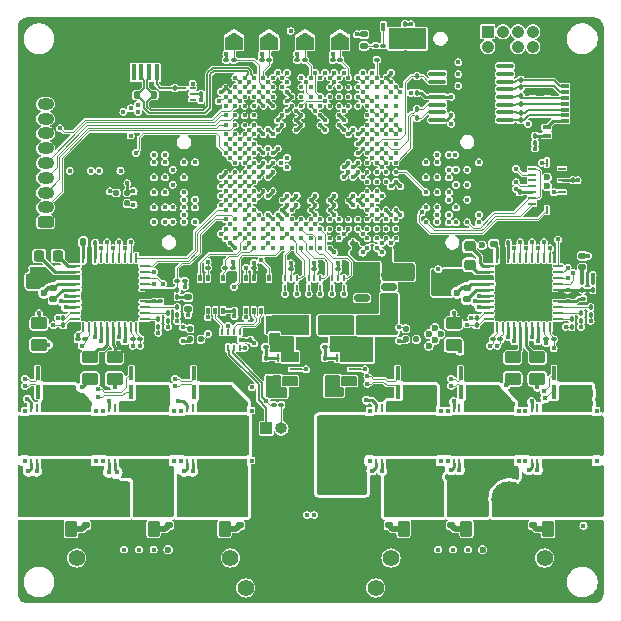
<source format=gtl>
%TF.GenerationSoftware,KiCad,Pcbnew,8.0.0-8.0.0-1~ubuntu22.04.1*%
%TF.CreationDate,2024-03-14T15:19:02+01:00*%
%TF.ProjectId,omodri_laas,6f6d6f64-7269-45f6-9c61-61732e6b6963,3.0*%
%TF.SameCoordinates,Original*%
%TF.FileFunction,Copper,L1,Top*%
%TF.FilePolarity,Positive*%
%FSLAX46Y46*%
G04 Gerber Fmt 4.6, Leading zero omitted, Abs format (unit mm)*
G04 Created by KiCad (PCBNEW 8.0.0-8.0.0-1~ubuntu22.04.1) date 2024-03-14 15:19:02*
%MOMM*%
%LPD*%
G01*
G04 APERTURE LIST*
G04 Aperture macros list*
%AMRoundRect*
0 Rectangle with rounded corners*
0 $1 Rounding radius*
0 $2 $3 $4 $5 $6 $7 $8 $9 X,Y pos of 4 corners*
0 Add a 4 corners polygon primitive as box body*
4,1,4,$2,$3,$4,$5,$6,$7,$8,$9,$2,$3,0*
0 Add four circle primitives for the rounded corners*
1,1,$1+$1,$2,$3*
1,1,$1+$1,$4,$5*
1,1,$1+$1,$6,$7*
1,1,$1+$1,$8,$9*
0 Add four rect primitives between the rounded corners*
20,1,$1+$1,$2,$3,$4,$5,0*
20,1,$1+$1,$4,$5,$6,$7,0*
20,1,$1+$1,$6,$7,$8,$9,0*
20,1,$1+$1,$8,$9,$2,$3,0*%
%AMFreePoly0*
4,1,6,1.000000,0.000000,0.500000,-0.750000,-0.500000,-0.750000,-0.500000,0.750000,0.500000,0.750000,1.000000,0.000000,1.000000,0.000000,$1*%
%AMFreePoly1*
4,1,6,0.500000,-0.750000,-0.650000,-0.750000,-0.150000,0.000000,-0.650000,0.750000,0.500000,0.750000,0.500000,-0.750000,0.500000,-0.750000,$1*%
G04 Aperture macros list end*
%TA.AperFunction,SMDPad,CuDef*%
%ADD10RoundRect,0.250000X-0.450000X0.262500X-0.450000X-0.262500X0.450000X-0.262500X0.450000X0.262500X0*%
%TD*%
%TA.AperFunction,SMDPad,CuDef*%
%ADD11RoundRect,0.250000X0.262500X0.450000X-0.262500X0.450000X-0.262500X-0.450000X0.262500X-0.450000X0*%
%TD*%
%TA.AperFunction,SMDPad,CuDef*%
%ADD12RoundRect,0.250000X-0.262500X-0.450000X0.262500X-0.450000X0.262500X0.450000X-0.262500X0.450000X0*%
%TD*%
%TA.AperFunction,SMDPad,CuDef*%
%ADD13RoundRect,0.100000X0.100000X-0.130000X0.100000X0.130000X-0.100000X0.130000X-0.100000X-0.130000X0*%
%TD*%
%TA.AperFunction,SMDPad,CuDef*%
%ADD14RoundRect,0.100000X-0.130000X-0.100000X0.130000X-0.100000X0.130000X0.100000X-0.130000X0.100000X0*%
%TD*%
%TA.AperFunction,SMDPad,CuDef*%
%ADD15RoundRect,0.140000X0.140000X0.170000X-0.140000X0.170000X-0.140000X-0.170000X0.140000X-0.170000X0*%
%TD*%
%TA.AperFunction,SMDPad,CuDef*%
%ADD16RoundRect,0.218750X0.256250X-0.218750X0.256250X0.218750X-0.256250X0.218750X-0.256250X-0.218750X0*%
%TD*%
%TA.AperFunction,SMDPad,CuDef*%
%ADD17RoundRect,0.100000X0.130000X0.100000X-0.130000X0.100000X-0.130000X-0.100000X0.130000X-0.100000X0*%
%TD*%
%TA.AperFunction,SMDPad,CuDef*%
%ADD18R,2.700000X1.150000*%
%TD*%
%TA.AperFunction,SMDPad,CuDef*%
%ADD19R,0.350000X1.150000*%
%TD*%
%TA.AperFunction,SMDPad,CuDef*%
%ADD20R,0.250000X0.800000*%
%TD*%
%TA.AperFunction,SMDPad,CuDef*%
%ADD21R,0.250000X0.700000*%
%TD*%
%TA.AperFunction,SMDPad,CuDef*%
%ADD22R,1.100000X0.250000*%
%TD*%
%TA.AperFunction,SMDPad,CuDef*%
%ADD23R,0.700000X0.250000*%
%TD*%
%TA.AperFunction,SMDPad,CuDef*%
%ADD24R,0.300000X0.600000*%
%TD*%
%TA.AperFunction,SMDPad,CuDef*%
%ADD25R,2.400000X1.650000*%
%TD*%
%TA.AperFunction,SMDPad,CuDef*%
%ADD26RoundRect,0.100000X0.637500X0.100000X-0.637500X0.100000X-0.637500X-0.100000X0.637500X-0.100000X0*%
%TD*%
%TA.AperFunction,SMDPad,CuDef*%
%ADD27RoundRect,0.100000X-0.100000X0.130000X-0.100000X-0.130000X0.100000X-0.130000X0.100000X0.130000X0*%
%TD*%
%TA.AperFunction,SMDPad,CuDef*%
%ADD28RoundRect,0.140000X-0.170000X0.140000X-0.170000X-0.140000X0.170000X-0.140000X0.170000X0.140000X0*%
%TD*%
%TA.AperFunction,SMDPad,CuDef*%
%ADD29R,0.400000X0.250000*%
%TD*%
%TA.AperFunction,SMDPad,CuDef*%
%ADD30R,0.400000X0.700000*%
%TD*%
%TA.AperFunction,SMDPad,CuDef*%
%ADD31RoundRect,0.147500X-0.172500X0.147500X-0.172500X-0.147500X0.172500X-0.147500X0.172500X0.147500X0*%
%TD*%
%TA.AperFunction,SMDPad,CuDef*%
%ADD32RoundRect,0.140000X-0.140000X-0.170000X0.140000X-0.170000X0.140000X0.170000X-0.140000X0.170000X0*%
%TD*%
%TA.AperFunction,ComponentPad*%
%ADD33C,1.400000*%
%TD*%
%TA.AperFunction,ComponentPad*%
%ADD34R,3.000000X3.000000*%
%TD*%
%TA.AperFunction,ComponentPad*%
%ADD35C,3.000000*%
%TD*%
%TA.AperFunction,SMDPad,CuDef*%
%ADD36RoundRect,0.225000X-0.250000X0.225000X-0.250000X-0.225000X0.250000X-0.225000X0.250000X0.225000X0*%
%TD*%
%TA.AperFunction,SMDPad,CuDef*%
%ADD37RoundRect,0.225000X-0.225000X-0.250000X0.225000X-0.250000X0.225000X0.250000X-0.225000X0.250000X0*%
%TD*%
%TA.AperFunction,SMDPad,CuDef*%
%ADD38RoundRect,0.147500X0.172500X-0.147500X0.172500X0.147500X-0.172500X0.147500X-0.172500X-0.147500X0*%
%TD*%
%TA.AperFunction,SMDPad,CuDef*%
%ADD39RoundRect,0.225000X0.250000X-0.225000X0.250000X0.225000X-0.250000X0.225000X-0.250000X-0.225000X0*%
%TD*%
%TA.AperFunction,ComponentPad*%
%ADD40R,3.500000X3.500000*%
%TD*%
%TA.AperFunction,ComponentPad*%
%ADD41C,3.500000*%
%TD*%
%TA.AperFunction,SMDPad,CuDef*%
%ADD42R,0.700000X0.300000*%
%TD*%
%TA.AperFunction,SMDPad,CuDef*%
%ADD43R,1.000000X0.300000*%
%TD*%
%TA.AperFunction,SMDPad,CuDef*%
%ADD44RoundRect,0.062500X-0.350000X-0.062500X0.350000X-0.062500X0.350000X0.062500X-0.350000X0.062500X0*%
%TD*%
%TA.AperFunction,SMDPad,CuDef*%
%ADD45RoundRect,0.062500X-0.062500X-0.350000X0.062500X-0.350000X0.062500X0.350000X-0.062500X0.350000X0*%
%TD*%
%TA.AperFunction,HeatsinkPad*%
%ADD46R,4.600000X4.600000*%
%TD*%
%TA.AperFunction,SMDPad,CuDef*%
%ADD47R,0.249999X0.700001*%
%TD*%
%TA.AperFunction,SMDPad,CuDef*%
%ADD48R,0.375001X0.429999*%
%TD*%
%TA.AperFunction,SMDPad,CuDef*%
%ADD49R,5.399999X3.300001*%
%TD*%
%TA.AperFunction,SMDPad,CuDef*%
%ADD50RoundRect,0.150000X-0.512500X-0.150000X0.512500X-0.150000X0.512500X0.150000X-0.512500X0.150000X0*%
%TD*%
%TA.AperFunction,SMDPad,CuDef*%
%ADD51R,0.450000X1.380000*%
%TD*%
%TA.AperFunction,SMDPad,CuDef*%
%ADD52R,1.650000X1.300000*%
%TD*%
%TA.AperFunction,SMDPad,CuDef*%
%ADD53R,1.425000X1.550000*%
%TD*%
%TA.AperFunction,SMDPad,CuDef*%
%ADD54R,1.800000X1.900000*%
%TD*%
%TA.AperFunction,SMDPad,CuDef*%
%ADD55R,1.000000X1.900000*%
%TD*%
%TA.AperFunction,SMDPad,CuDef*%
%ADD56RoundRect,0.147500X-0.147500X-0.172500X0.147500X-0.172500X0.147500X0.172500X-0.147500X0.172500X0*%
%TD*%
%TA.AperFunction,SMDPad,CuDef*%
%ADD57RoundRect,0.147500X0.147500X0.172500X-0.147500X0.172500X-0.147500X-0.172500X0.147500X-0.172500X0*%
%TD*%
%TA.AperFunction,SMDPad,CuDef*%
%ADD58R,0.900000X1.700000*%
%TD*%
%TA.AperFunction,ComponentPad*%
%ADD59R,1.050000X1.050000*%
%TD*%
%TA.AperFunction,ComponentPad*%
%ADD60O,1.050000X1.050000*%
%TD*%
%TA.AperFunction,SMDPad,CuDef*%
%ADD61FreePoly0,90.000000*%
%TD*%
%TA.AperFunction,SMDPad,CuDef*%
%ADD62FreePoly1,90.000000*%
%TD*%
%TA.AperFunction,SMDPad,CuDef*%
%ADD63RoundRect,0.140000X0.170000X-0.140000X0.170000X0.140000X-0.170000X0.140000X-0.170000X-0.140000X0*%
%TD*%
%TA.AperFunction,ComponentPad*%
%ADD64RoundRect,0.250000X0.450000X-0.250000X0.450000X0.250000X-0.450000X0.250000X-0.450000X-0.250000X0*%
%TD*%
%TA.AperFunction,ComponentPad*%
%ADD65O,1.400000X1.000000*%
%TD*%
%TA.AperFunction,ComponentPad*%
%ADD66R,1.000000X1.000000*%
%TD*%
%TA.AperFunction,ComponentPad*%
%ADD67O,1.000000X1.000000*%
%TD*%
%TA.AperFunction,SMDPad,CuDef*%
%ADD68R,0.675000X0.250000*%
%TD*%
%TA.AperFunction,SMDPad,CuDef*%
%ADD69R,0.250000X0.675000*%
%TD*%
%TA.AperFunction,SMDPad,CuDef*%
%ADD70R,0.250000X0.550000*%
%TD*%
%TA.AperFunction,SMDPad,CuDef*%
%ADD71R,0.200000X0.550000*%
%TD*%
%TA.AperFunction,SMDPad,CuDef*%
%ADD72R,0.600000X0.300000*%
%TD*%
%TA.AperFunction,SMDPad,CuDef*%
%ADD73R,0.550000X0.200000*%
%TD*%
%TA.AperFunction,SMDPad,CuDef*%
%ADD74R,0.500000X0.200000*%
%TD*%
%TA.AperFunction,SMDPad,CuDef*%
%ADD75R,0.200000X0.500000*%
%TD*%
%TA.AperFunction,SMDPad,CuDef*%
%ADD76RoundRect,0.125000X0.125000X0.125000X-0.125000X0.125000X-0.125000X-0.125000X0.125000X-0.125000X0*%
%TD*%
%TA.AperFunction,SMDPad,CuDef*%
%ADD77RoundRect,0.050000X-0.300000X0.150000X-0.300000X-0.150000X0.300000X-0.150000X0.300000X0.150000X0*%
%TD*%
%TA.AperFunction,SMDPad,CuDef*%
%ADD78RoundRect,0.125000X-0.125000X-0.125000X0.125000X-0.125000X0.125000X0.125000X-0.125000X0.125000X0*%
%TD*%
%TA.AperFunction,SMDPad,CuDef*%
%ADD79R,0.499999X0.200000*%
%TD*%
%TA.AperFunction,SMDPad,CuDef*%
%ADD80C,0.400000*%
%TD*%
%TA.AperFunction,ViaPad*%
%ADD81C,0.450000*%
%TD*%
%TA.AperFunction,ViaPad*%
%ADD82C,0.600000*%
%TD*%
%TA.AperFunction,Conductor*%
%ADD83C,0.250000*%
%TD*%
%TA.AperFunction,Conductor*%
%ADD84C,0.200000*%
%TD*%
%TA.AperFunction,Conductor*%
%ADD85C,0.125000*%
%TD*%
%TA.AperFunction,Conductor*%
%ADD86C,0.350000*%
%TD*%
%TA.AperFunction,Conductor*%
%ADD87C,0.102000*%
%TD*%
%TA.AperFunction,Conductor*%
%ADD88C,0.150000*%
%TD*%
%TA.AperFunction,Conductor*%
%ADD89C,0.127000*%
%TD*%
%TA.AperFunction,Conductor*%
%ADD90C,0.500000*%
%TD*%
G04 APERTURE END LIST*
D10*
%TO.P,R77,1*%
%TO.N,/OMODRI_driver_M2/GHC_drv*%
X144200000Y-78987500D03*
%TO.P,R77,2*%
%TO.N,/OMODRI_driver_M2/GHC*%
X144200000Y-80812500D03*
%TD*%
%TO.P,R69,1*%
%TO.N,/OMODRI_driver_M1/GHB_drv*%
X106300000Y-78987500D03*
%TO.P,R69,2*%
%TO.N,/OMODRI_driver_M1/GHB*%
X106300000Y-80812500D03*
%TD*%
D11*
%TO.P,R74,1*%
%TO.N,GND*%
X134712500Y-93500000D03*
%TO.P,R74,2*%
%TO.N,Net-(C109-Pad1)*%
X132887500Y-93500000D03*
%TD*%
D10*
%TO.P,R64,1*%
%TO.N,/OMODRI_driver_M1/GHC_drv*%
X108400000Y-78987500D03*
%TO.P,R64,2*%
%TO.N,/OMODRI_driver_M1/GHC*%
X108400000Y-80812500D03*
%TD*%
D11*
%TO.P,R78,1*%
%TO.N,GND*%
X146912500Y-93500000D03*
%TO.P,R78,2*%
%TO.N,Net-(C111-Pad1)*%
X145087500Y-93500000D03*
%TD*%
D10*
%TO.P,R73,1*%
%TO.N,/OMODRI_driver_M2/GHA_drv*%
X137100000Y-76087500D03*
%TO.P,R73,2*%
%TO.N,/OMODRI_driver_M2/GHA*%
X137100000Y-77912500D03*
%TD*%
%TO.P,R62,1*%
%TO.N,/OMODRI_driver_M1/GHA_drv*%
X102000000Y-76087500D03*
%TO.P,R62,2*%
%TO.N,/OMODRI_driver_M1/GHA*%
X102000000Y-77912500D03*
%TD*%
D12*
%TO.P,R71,1*%
%TO.N,GND*%
X109887500Y-93500000D03*
%TO.P,R71,2*%
%TO.N,Net-(C107-Pad1)*%
X111712500Y-93500000D03*
%TD*%
%TO.P,R70,1*%
%TO.N,GND*%
X102887500Y-93500000D03*
%TO.P,R70,2*%
%TO.N,Net-(C106-Pad1)*%
X104712500Y-93500000D03*
%TD*%
D10*
%TO.P,R75,1*%
%TO.N,/OMODRI_driver_M2/GHB_drv*%
X142100000Y-78987500D03*
%TO.P,R75,2*%
%TO.N,/OMODRI_driver_M2/GHB*%
X142100000Y-80812500D03*
%TD*%
D12*
%TO.P,R72,1*%
%TO.N,GND*%
X115887500Y-93500000D03*
%TO.P,R72,2*%
%TO.N,Net-(C108-Pad1)*%
X117712500Y-93500000D03*
%TD*%
D11*
%TO.P,R76,1*%
%TO.N,GND*%
X140012500Y-93500000D03*
%TO.P,R76,2*%
%TO.N,Net-(C110-Pad1)*%
X138187500Y-93500000D03*
%TD*%
D13*
%TO.P,C41,1*%
%TO.N,/OMODRI_driver_M2/DVDD*%
X141750000Y-69320000D03*
%TO.P,C41,2*%
%TO.N,GND*%
X141750000Y-68680000D03*
%TD*%
D14*
%TO.P,C49,1*%
%TO.N,/OMODRI_driver_M2/SPC*%
X144930000Y-77450000D03*
%TO.P,C49,2*%
%TO.N,/OMODRI_driver_M2/SNC*%
X145570000Y-77450000D03*
%TD*%
D15*
%TO.P,C65,1*%
%TO.N,/Power distribution/OMODRI_Alim_1V2/1V2*%
X121830000Y-77250000D03*
%TO.P,C65,2*%
%TO.N,GND*%
X120870000Y-77250000D03*
%TD*%
D14*
%TO.P,C69,1*%
%TO.N,VDDA_3V3*%
X132180000Y-75100000D03*
%TO.P,C69,2*%
%TO.N,GND*%
X132820000Y-75100000D03*
%TD*%
D16*
%TO.P,FB3,1*%
%TO.N,/Power distribution/OMODRI_Alim_1V2/1V2*%
X123000000Y-77787500D03*
%TO.P,FB3,2*%
%TO.N,VDD_1V2*%
X123000000Y-76212500D03*
%TD*%
D17*
%TO.P,R26,1*%
%TO.N,/JTAG + CLOCK + RESET/ERRORSTS*%
X130600000Y-53800000D03*
%TO.P,R26,2*%
%TO.N,GND*%
X129960000Y-53800000D03*
%TD*%
D18*
%TO.P,R40,1,1*%
%TO.N,/OMODRI_driver_M2/OUT_M1_CH1*%
X134200000Y-81875000D03*
D19*
%TO.P,R40,2,2*%
%TO.N,/OMODRI_driver_M2/SPA*%
X132375000Y-81875000D03*
%TO.P,R40,3,3*%
%TO.N,/OMODRI_driver_M2/SNA*%
X132375000Y-80325000D03*
D18*
%TO.P,R40,4,4*%
%TO.N,GND*%
X134200000Y-80325000D03*
%TD*%
D20*
%TO.P,U13,1,VIN*%
%TO.N,5V0*%
X122250000Y-80950000D03*
D21*
%TO.P,U13,2,SW*%
%TO.N,/Power distribution/OMODRI_Alim_1V2/SW*%
X122750000Y-81000000D03*
%TO.P,U13,3,SW*%
X123250000Y-81000000D03*
%TO.P,U13,4,SW*%
X123750000Y-81000000D03*
D22*
%TO.P,U13,5,EN*%
%TO.N,/Power distribution/OMODRI_Alim_1V2/PG_5V0*%
X123750000Y-80000000D03*
D21*
%TO.P,U13,6,VOUT*%
%TO.N,/Power distribution/OMODRI_Alim_1V2/1V2*%
X123750000Y-79000000D03*
%TO.P,U13,7,VOUT*%
X123250000Y-79000000D03*
%TO.P,U13,8,VOUT*%
X122750000Y-79000000D03*
%TO.P,U13,9,FB*%
%TO.N,/Power distribution/OMODRI_Alim_1V2/FB_1V2*%
X122250000Y-79000000D03*
D23*
%TO.P,U13,10,GND*%
%TO.N,GND*%
X122050000Y-80000000D03*
%TD*%
D13*
%TO.P,R44,1*%
%TO.N,/OMODRI_GPIO/M2_Ia*%
X148700000Y-75390000D03*
%TO.P,R44,2*%
%TO.N,/OMODRI_driver_M2/SOA_out*%
X148700000Y-74750000D03*
%TD*%
%TO.P,R23,1*%
%TO.N,GND*%
X134000000Y-59370000D03*
%TO.P,R23,2*%
%TO.N,/OMODRI_FSI_RX/FSI_RX_D1*%
X134000000Y-58730000D03*
%TD*%
D24*
%TO.P,U17,1,TXD*%
%TO.N,/OMODRI_CAN_RS485/CAN_FD_TX*%
X121475000Y-72250000D03*
%TO.P,U17,2,GND*%
%TO.N,GND*%
X120825000Y-72250000D03*
%TO.P,U17,3,VCC*%
%TO.N,VDD_3V3*%
X120175000Y-72250000D03*
%TO.P,U17,4,RXD*%
%TO.N,/OMODRI_CAN_RS485/CAN_FD_RX*%
X119525000Y-72250000D03*
%TO.P,U17,5,SHDN*%
%TO.N,/OMODRI_CAN_RS485/CAN_FD_SHDN*%
X119525000Y-75050000D03*
%TO.P,U17,6,CANL*%
%TO.N,/OMODRI_CAN_RS485/CAN_FD_N*%
X120175000Y-75050000D03*
%TO.P,U17,7,CANH*%
%TO.N,/OMODRI_CAN_RS485/CAN_FD_P*%
X120825000Y-75050000D03*
%TO.P,U17,8,S*%
%TO.N,GND*%
X121475000Y-75050000D03*
D25*
%TO.P,U17,9,GND*%
X120500000Y-73650000D03*
%TD*%
D17*
%TO.P,C45,1*%
%TO.N,/OMODRI_driver_M2/SPB*%
X141070000Y-77450000D03*
%TO.P,C45,2*%
%TO.N,/OMODRI_driver_M2/SNB*%
X140430000Y-77450000D03*
%TD*%
D26*
%TO.P,U5,1,RIN1-*%
%TO.N,/OMODRI_FSI_RX/RX_D1_LVDS_N*%
X141462500Y-58875000D03*
%TO.P,U5,2,RIN1+*%
%TO.N,/OMODRI_FSI_RX/RX_D1_LVDS_P*%
X141462500Y-58225000D03*
%TO.P,U5,3,RIN2+*%
%TO.N,/OMODRI_FSI_RX/RX_D0_LVDS_P*%
X141462500Y-57575000D03*
%TO.P,U5,4,RIN2-*%
%TO.N,/OMODRI_FSI_RX/RX_D0_LVDS_N*%
X141462500Y-56925000D03*
%TO.P,U5,5,RIN3-*%
%TO.N,/OMODRI_FSI_RX/RX_CLK_LVDS_N*%
X141462500Y-56275000D03*
%TO.P,U5,6,RIN3+*%
%TO.N,/OMODRI_FSI_RX/RX_CLK_LVDS_P*%
X141462500Y-55625000D03*
%TO.P,U5,7,RIN4+*%
%TO.N,unconnected-(U5-RIN4+-Pad7)*%
X141462500Y-54975000D03*
%TO.P,U5,8,RIN4-*%
%TO.N,unconnected-(U5-RIN4--Pad8)*%
X141462500Y-54325000D03*
%TO.P,U5,9,~{EN_n}*%
%TO.N,GND*%
X135737500Y-54325000D03*
%TO.P,U5,10,ROUT4*%
%TO.N,unconnected-(U5-ROUT4-Pad10)*%
X135737500Y-54975000D03*
%TO.P,U5,11,ROUT3*%
%TO.N,/OMODRI_FSI_RX/FSI_RX_CLK*%
X135737500Y-55625000D03*
%TO.P,U5,12,GND*%
%TO.N,GND*%
X135737500Y-56275000D03*
%TO.P,U5,13,VCC*%
%TO.N,VDD_3V3*%
X135737500Y-56925000D03*
%TO.P,U5,14,ROUT2*%
%TO.N,/OMODRI_FSI_RX/FSI_RX_D0*%
X135737500Y-57575000D03*
%TO.P,U5,15,ROUT1*%
%TO.N,/OMODRI_FSI_RX/FSI_RX_D1*%
X135737500Y-58225000D03*
%TO.P,U5,16,EN*%
%TO.N,VDD_3V3*%
X135737500Y-58875000D03*
%TD*%
D27*
%TO.P,R20,1*%
%TO.N,/OMODRI_FSI_RX/RX_CLK_LVDS_P*%
X142800000Y-55480000D03*
%TO.P,R20,2*%
%TO.N,/OMODRI_FSI_RX/RX_CLK_LVDS_N*%
X142800000Y-56120000D03*
%TD*%
%TO.P,R21,1*%
%TO.N,GND*%
X134000000Y-54530000D03*
%TO.P,R21,2*%
%TO.N,/OMODRI_FSI_RX/FSI_RX_CLK*%
X134000000Y-55170000D03*
%TD*%
D28*
%TO.P,C37,1*%
%TO.N,VPOWER*%
X138200000Y-73120000D03*
%TO.P,C37,2*%
%TO.N,/OMODRI_driver_M2/VCP_DRV*%
X138200000Y-74080000D03*
%TD*%
D29*
%TO.P,Q1,1,G*%
%TO.N,/JTAG + CLOCK + RESET/~{XRSn}*%
X131850000Y-51225000D03*
%TO.P,Q1,2,S*%
%TO.N,GND*%
X131850000Y-50775000D03*
D30*
%TO.P,Q1,3,D*%
%TO.N,Net-(Q1-D)*%
X131150000Y-51000000D03*
%TD*%
D27*
%TO.P,C43,1*%
%TO.N,/OMODRI_driver_M2/SPA*%
X139050000Y-75630000D03*
%TO.P,C43,2*%
%TO.N,/OMODRI_driver_M2/SNA*%
X139050000Y-76270000D03*
%TD*%
D18*
%TO.P,R41,1,1*%
%TO.N,/OMODRI_driver_M2/OUT_M1_CH2*%
X139525000Y-81875000D03*
D19*
%TO.P,R41,2,2*%
%TO.N,/OMODRI_driver_M2/SPB*%
X137700000Y-81875000D03*
%TO.P,R41,3,3*%
%TO.N,/OMODRI_driver_M2/SNB*%
X137700000Y-80325000D03*
D18*
%TO.P,R41,4,4*%
%TO.N,GND*%
X139525000Y-80325000D03*
%TD*%
D27*
%TO.P,R37,1*%
%TO.N,/OMODRI_GPIO/~{DRV1_GPIO_FAULTn}*%
X113700000Y-73250000D03*
%TO.P,R37,2*%
%TO.N,Net-(D9-K)*%
X113700000Y-73890000D03*
%TD*%
D13*
%TO.P,R45,1*%
%TO.N,/OMODRI_GPIO/~{DRV2_GPIO_FAULTn}*%
X148000000Y-73250000D03*
%TO.P,R45,2*%
%TO.N,Net-(D10-K)*%
X148000000Y-72610000D03*
%TD*%
%TO.P,R46,1*%
%TO.N,/OMODRI_GPIO/~{DRV2_GPIO_FAULTn}*%
X148875000Y-73250000D03*
%TO.P,R46,2*%
%TO.N,VDD_3V3*%
X148875000Y-72610000D03*
%TD*%
D31*
%TO.P,D9,1,K*%
%TO.N,Net-(D9-K)*%
X114600000Y-73890000D03*
%TO.P,D9,2,A*%
%TO.N,VDD_3V3*%
X114600000Y-74860000D03*
%TD*%
D32*
%TO.P,C27,1*%
%TO.N,GND*%
X104790000Y-69200000D03*
%TO.P,C27,2*%
%TO.N,/OMODRI_driver_M1/VGLS*%
X105750000Y-69200000D03*
%TD*%
D33*
%TO.P,J11,*%
%TO.N,*%
X144800000Y-95975000D03*
X131800000Y-95975000D03*
D34*
%TO.P,J11,1,Pin_1*%
%TO.N,/OMODRI_driver_M2/MOTOR_CH1*%
X134800000Y-90975000D03*
D35*
%TO.P,J11,2,Pin_2*%
%TO.N,/OMODRI_driver_M2/MOTOR_CH2*%
X138300000Y-90975000D03*
%TO.P,J11,3,Pin_3*%
%TO.N,/OMODRI_driver_M2/MOTOR_CH3*%
X141800000Y-90975000D03*
%TD*%
D17*
%TO.P,R53,1*%
%TO.N,/Power distribution/OMODRI_Alim_1V2/1V2*%
X121840000Y-78100000D03*
%TO.P,R53,2*%
%TO.N,/Power distribution/OMODRI_Alim_1V2/FB_1V2*%
X121200000Y-78100000D03*
%TD*%
D32*
%TO.P,C62,1*%
%TO.N,/Power distribution/OMODRI_Alim_3V3/3V3*%
X129920000Y-79000000D03*
%TO.P,C62,2*%
%TO.N,GND*%
X130880000Y-79000000D03*
%TD*%
D27*
%TO.P,R52,1*%
%TO.N,/Power distribution/OMODRI_Alim_3V3/FB_3V3*%
X126200000Y-79000000D03*
%TO.P,R52,2*%
%TO.N,GND*%
X126200000Y-79640000D03*
%TD*%
D36*
%TO.P,C25,1*%
%TO.N,12V0*%
X101500000Y-72725000D03*
%TO.P,C25,2*%
%TO.N,GND*%
X101500000Y-74275000D03*
%TD*%
D37*
%TO.P,C29,1*%
%TO.N,/OMODRI_driver_M1/CPH*%
X102025000Y-70400000D03*
%TO.P,C29,2*%
%TO.N,/OMODRI_driver_M1/CPL*%
X103575000Y-70400000D03*
%TD*%
D13*
%TO.P,C28,1*%
%TO.N,/OMODRI_driver_M1/DVDD*%
X106750000Y-69320000D03*
%TO.P,C28,2*%
%TO.N,GND*%
X106750000Y-68680000D03*
%TD*%
D17*
%TO.P,C68,1*%
%TO.N,VDDA_3V3*%
X131170000Y-75100000D03*
%TO.P,C68,2*%
%TO.N,GND*%
X130530000Y-75100000D03*
%TD*%
%TO.P,R51,1*%
%TO.N,/Power distribution/OMODRI_Alim_3V3/3V3*%
X126840000Y-78100000D03*
%TO.P,R51,2*%
%TO.N,/Power distribution/OMODRI_Alim_3V3/FB_3V3*%
X126200000Y-78100000D03*
%TD*%
D14*
%TO.P,C31,1*%
%TO.N,REF_3V0_BUF*%
X112280000Y-74250000D03*
%TO.P,C31,2*%
%TO.N,GND*%
X112920000Y-74250000D03*
%TD*%
D38*
%TO.P,D10,1,K*%
%TO.N,Net-(D10-K)*%
X148000000Y-71370000D03*
%TO.P,D10,2,A*%
%TO.N,VDD_3V3*%
X148000000Y-70400000D03*
%TD*%
D28*
%TO.P,C40,1*%
%TO.N,GND*%
X140500000Y-68420000D03*
%TO.P,C40,2*%
%TO.N,/OMODRI_driver_M2/VGLS*%
X140500000Y-69380000D03*
%TD*%
D39*
%TO.P,C38,1*%
%TO.N,12V0*%
X136900000Y-72250000D03*
%TO.P,C38,2*%
%TO.N,GND*%
X136900000Y-70700000D03*
%TD*%
D33*
%TO.P,J6,*%
%TO.N,*%
X130500000Y-98500000D03*
X119500000Y-98500000D03*
D40*
%TO.P,J6,1,Pin_1*%
%TO.N,GND*%
X122500000Y-88500000D03*
D41*
%TO.P,J6,2,Pin_2*%
%TO.N,VPOWER*%
X127500000Y-88500000D03*
%TD*%
D18*
%TO.P,R39,1,1*%
%TO.N,/OMODRI_driver_M1/OUT_M1_CH3*%
X116925000Y-81875000D03*
D19*
%TO.P,R39,2,2*%
%TO.N,/OMODRI_driver_M1/SPC*%
X115100000Y-81875000D03*
%TO.P,R39,3,3*%
%TO.N,/OMODRI_driver_M1/SNC*%
X115100000Y-80325000D03*
D18*
%TO.P,R39,4,4*%
%TO.N,GND*%
X116925000Y-80325000D03*
%TD*%
D14*
%TO.P,C36,1*%
%TO.N,/OMODRI_driver_M1/SPC*%
X109930000Y-77450000D03*
%TO.P,C36,2*%
%TO.N,/OMODRI_driver_M1/SNC*%
X110570000Y-77450000D03*
%TD*%
D27*
%TO.P,C30,1*%
%TO.N,/OMODRI_driver_M1/SPA*%
X104050000Y-75630000D03*
%TO.P,C30,2*%
%TO.N,/OMODRI_driver_M1/SNA*%
X104050000Y-76270000D03*
%TD*%
D17*
%TO.P,C32,1*%
%TO.N,/OMODRI_driver_M1/SPB*%
X105915000Y-77450000D03*
%TO.P,C32,2*%
%TO.N,/OMODRI_driver_M1/SNB*%
X105275000Y-77450000D03*
%TD*%
D18*
%TO.P,R32,1,1*%
%TO.N,/OMODRI_driver_M1/OUT_M1_CH2*%
X111625000Y-81875000D03*
D19*
%TO.P,R32,2,2*%
%TO.N,/OMODRI_driver_M1/SPB*%
X109800000Y-81875000D03*
%TO.P,R32,3,3*%
%TO.N,/OMODRI_driver_M1/SNB*%
X109800000Y-80325000D03*
D18*
%TO.P,R32,4,4*%
%TO.N,GND*%
X111625000Y-80325000D03*
%TD*%
D13*
%TO.P,R42,1*%
%TO.N,/OMODRI_GPIO/M2_Ic*%
X147100000Y-76390000D03*
%TO.P,R42,2*%
%TO.N,/OMODRI_driver_M2/SOC_out*%
X147100000Y-75750000D03*
%TD*%
%TO.P,R34,1*%
%TO.N,/OMODRI_GPIO/M1_Ib*%
X112900000Y-75890000D03*
%TO.P,R34,2*%
%TO.N,/OMODRI_driver_M1/SOB_out*%
X112900000Y-75250000D03*
%TD*%
D33*
%TO.P,J10,*%
%TO.N,*%
X118200000Y-95975000D03*
X105200000Y-95975000D03*
D34*
%TO.P,J10,1,Pin_1*%
%TO.N,/OMODRI_driver_M1/MOTOR_CH1*%
X108200000Y-90975000D03*
D35*
%TO.P,J10,2,Pin_2*%
%TO.N,/OMODRI_driver_M1/MOTOR_CH2*%
X111700000Y-90975000D03*
%TO.P,J10,3,Pin_3*%
%TO.N,/OMODRI_driver_M1/MOTOR_CH3*%
X115200000Y-90975000D03*
%TD*%
D27*
%TO.P,R54,1*%
%TO.N,/Power distribution/OMODRI_Alim_1V2/FB_1V2*%
X121200000Y-79000000D03*
%TO.P,R54,2*%
%TO.N,GND*%
X121200000Y-79640000D03*
%TD*%
D16*
%TO.P,FB1,1*%
%TO.N,/Power distribution/OMODRI_Alim_3V3/3V3*%
X128000000Y-77787500D03*
%TO.P,FB1,2*%
%TO.N,VDD_3V3*%
X128000000Y-76212500D03*
%TD*%
%TO.P,FB2,1*%
%TO.N,/Power distribution/OMODRI_Alim_3V3/3V3*%
X129500000Y-77787500D03*
%TO.P,FB2,2*%
%TO.N,VDDA_3V3*%
X129500000Y-76212500D03*
%TD*%
D27*
%TO.P,R29,1*%
%TO.N,VDD_3V3*%
X133000000Y-50780000D03*
%TO.P,R29,2*%
%TO.N,/JTAG + CLOCK + RESET/~{XRSn}*%
X133000000Y-51420000D03*
%TD*%
D13*
%TO.P,C14,1*%
%TO.N,VDD_3V3*%
X134000000Y-56570000D03*
%TO.P,C14,2*%
%TO.N,GND*%
X134000000Y-55930000D03*
%TD*%
%TO.P,R33,1*%
%TO.N,/OMODRI_GPIO/M1_Ic*%
X112100000Y-76390000D03*
%TO.P,R33,2*%
%TO.N,/OMODRI_driver_M1/SOC_out*%
X112100000Y-75750000D03*
%TD*%
%TO.P,R43,1*%
%TO.N,/OMODRI_GPIO/M2_Ib*%
X147900000Y-75890000D03*
%TO.P,R43,2*%
%TO.N,/OMODRI_driver_M2/SOB_out*%
X147900000Y-75250000D03*
%TD*%
%TO.P,R35,1*%
%TO.N,/OMODRI_GPIO/M1_Ia*%
X113700000Y-75390000D03*
%TO.P,R35,2*%
%TO.N,/OMODRI_driver_M1/SOA_out*%
X113700000Y-74750000D03*
%TD*%
%TO.P,R19,1*%
%TO.N,/OMODRI_FSI_RX/RX_D0_LVDS_P*%
X142800000Y-57520000D03*
%TO.P,R19,2*%
%TO.N,/OMODRI_FSI_RX/RX_D0_LVDS_N*%
X142800000Y-56880000D03*
%TD*%
D18*
%TO.P,R31,1,1*%
%TO.N,/OMODRI_driver_M1/OUT_M1_CH1*%
X103725000Y-81875000D03*
D19*
%TO.P,R31,2,2*%
%TO.N,/OMODRI_driver_M1/SPA*%
X101900000Y-81875000D03*
%TO.P,R31,3,3*%
%TO.N,/OMODRI_driver_M1/SNA*%
X101900000Y-80325000D03*
D18*
%TO.P,R31,4,4*%
%TO.N,GND*%
X103725000Y-80325000D03*
%TD*%
D42*
%TO.P,J5,1,Pin_1*%
%TO.N,GND*%
X146500000Y-59500000D03*
%TO.P,J5,2,Pin_2*%
%TO.N,Net-(D2-K)*%
X146500000Y-59000000D03*
%TO.P,J5,3,Pin_3*%
%TO.N,/OMODRI_FSI_RX/RX_D1_LVDS_N*%
X146500000Y-58500000D03*
%TO.P,J5,4,Pin_4*%
%TO.N,/OMODRI_FSI_RX/RX_D1_LVDS_P*%
X146500000Y-58000000D03*
%TO.P,J5,5,Pin_5*%
%TO.N,/OMODRI_FSI_RX/RX_D0_LVDS_P*%
X146500000Y-57500000D03*
%TO.P,J5,6,Pin_6*%
%TO.N,/OMODRI_FSI_RX/RX_D0_LVDS_N*%
X146500000Y-57000000D03*
%TO.P,J5,7,Pin_7*%
%TO.N,/OMODRI_FSI_RX/RX_CLK_LVDS_N*%
X146500000Y-56500000D03*
%TO.P,J5,8,Pin_8*%
%TO.N,/OMODRI_FSI_RX/RX_CLK_LVDS_P*%
X146500000Y-56000000D03*
D43*
%TO.P,J5,MP1,MountPin1*%
%TO.N,GND*%
X149150000Y-60290000D03*
%TO.P,J5,MP2,MountPin2*%
X149150000Y-55210000D03*
%TD*%
D18*
%TO.P,R47,1,1*%
%TO.N,/OMODRI_driver_M2/OUT_M1_CH3*%
X147425000Y-81875000D03*
D19*
%TO.P,R47,2,2*%
%TO.N,/OMODRI_driver_M2/SPC*%
X145600000Y-81875000D03*
%TO.P,R47,3,3*%
%TO.N,/OMODRI_driver_M2/SNC*%
X145600000Y-80325000D03*
D18*
%TO.P,R47,4,4*%
%TO.N,GND*%
X147425000Y-80325000D03*
%TD*%
D44*
%TO.P,U9,1,CPL*%
%TO.N,/OMODRI_driver_M1/CPL*%
X105062500Y-71250000D03*
%TO.P,U9,2,CPH*%
%TO.N,/OMODRI_driver_M1/CPH*%
X105062500Y-71750000D03*
%TO.P,U9,3,VM*%
%TO.N,12V0*%
X105062500Y-72250000D03*
%TO.P,U9,4,VDRAIN*%
%TO.N,VPOWER*%
X105062500Y-72750000D03*
%TO.P,U9,5,VCP*%
%TO.N,/OMODRI_driver_M1/VCP_DRV*%
X105062500Y-73250000D03*
%TO.P,U9,6,GHA*%
%TO.N,/OMODRI_driver_M1/GHA_drv*%
X105062500Y-73750000D03*
%TO.P,U9,7,SHA*%
%TO.N,/OMODRI_driver_M1/SHA*%
X105062500Y-74250000D03*
%TO.P,U9,8,GLA*%
%TO.N,/OMODRI_driver_M1/GLA*%
X105062500Y-74750000D03*
%TO.P,U9,9,SPA*%
%TO.N,/OMODRI_driver_M1/SPA*%
X105062500Y-75250000D03*
%TO.P,U9,10,SNA*%
%TO.N,/OMODRI_driver_M1/SNA*%
X105062500Y-75750000D03*
D45*
%TO.P,U9,11,SNB*%
%TO.N,/OMODRI_driver_M1/SNB*%
X105750000Y-76437500D03*
%TO.P,U9,12,SPB*%
%TO.N,/OMODRI_driver_M1/SPB*%
X106250000Y-76437500D03*
%TO.P,U9,13,GLB*%
%TO.N,/OMODRI_driver_M1/GLB*%
X106750000Y-76437500D03*
%TO.P,U9,14,SHB*%
%TO.N,/OMODRI_driver_M1/SHB*%
X107250000Y-76437500D03*
%TO.P,U9,15,GHB*%
%TO.N,/OMODRI_driver_M1/GHB_drv*%
X107750000Y-76437500D03*
%TO.P,U9,16,GHC*%
%TO.N,/OMODRI_driver_M1/GHC_drv*%
X108250000Y-76437500D03*
%TO.P,U9,17,SHC*%
%TO.N,/OMODRI_driver_M1/SHC*%
X108750000Y-76437500D03*
%TO.P,U9,18,GLC*%
%TO.N,/OMODRI_driver_M1/GLC*%
X109250000Y-76437500D03*
%TO.P,U9,19,SPC*%
%TO.N,/OMODRI_driver_M1/SPC*%
X109750000Y-76437500D03*
%TO.P,U9,20,SNC*%
%TO.N,/OMODRI_driver_M1/SNC*%
X110250000Y-76437500D03*
D44*
%TO.P,U9,21,SOC*%
%TO.N,/OMODRI_driver_M1/SOC_out*%
X110937500Y-75750000D03*
%TO.P,U9,22,SOB*%
%TO.N,/OMODRI_driver_M1/SOB_out*%
X110937500Y-75250000D03*
%TO.P,U9,23,SOA*%
%TO.N,/OMODRI_driver_M1/SOA_out*%
X110937500Y-74750000D03*
%TO.P,U9,24,VREF*%
%TO.N,REF_3V0_BUF*%
X110937500Y-74250000D03*
%TO.P,U9,25,AGND*%
%TO.N,GND*%
X110937500Y-73750000D03*
%TO.P,U9,26,~{FAULT}*%
%TO.N,/OMODRI_GPIO/~{DRV1_GPIO_FAULTn}*%
X110937500Y-73250000D03*
%TO.P,U9,27,SDO*%
%TO.N,/OMODRI_GPIO/DRV_SPI_SOMI*%
X110937500Y-72750000D03*
%TO.P,U9,28,SDI*%
%TO.N,/OMODRI_GPIO/DRV_SPI_SIMO*%
X110937500Y-72250000D03*
%TO.P,U9,29,SCLK*%
%TO.N,/OMODRI_GPIO/DRV_SPI_CLK*%
X110937500Y-71750000D03*
%TO.P,U9,30,~{SCS}*%
%TO.N,/OMODRI_GPIO/~{DRV1_GPIO_CSn}*%
X110937500Y-71250000D03*
D45*
%TO.P,U9,31,ENABLE*%
%TO.N,/OMODRI_GPIO/DRV1_GPIO_EN*%
X110250000Y-70562500D03*
%TO.P,U9,32,INHA*%
%TO.N,/OMODRI_GPIO/M1_PWM1_CHA*%
X109750000Y-70562500D03*
%TO.P,U9,33,INLA*%
%TO.N,/OMODRI_GPIO/M1_PWM1_CHB*%
X109250000Y-70562500D03*
%TO.P,U9,34,INHB*%
%TO.N,/OMODRI_GPIO/M1_PWM2_CHA*%
X108750000Y-70562500D03*
%TO.P,U9,35,INLB*%
%TO.N,/OMODRI_GPIO/M1_PWM2_CHB*%
X108250000Y-70562500D03*
%TO.P,U9,36,INHC*%
%TO.N,/OMODRI_GPIO/M1_PWM3_CHA*%
X107750000Y-70562500D03*
%TO.P,U9,37,INLC*%
%TO.N,/OMODRI_GPIO/M1_PWM3_CHB*%
X107250000Y-70562500D03*
%TO.P,U9,38,DVDD*%
%TO.N,/OMODRI_driver_M1/DVDD*%
X106750000Y-70562500D03*
%TO.P,U9,39,PGND*%
%TO.N,GND*%
X106250000Y-70562500D03*
%TO.P,U9,40,VGLS*%
%TO.N,/OMODRI_driver_M1/VGLS*%
X105750000Y-70562500D03*
D46*
%TO.P,U9,41,PAD*%
%TO.N,GND*%
X108000000Y-73500000D03*
%TD*%
D44*
%TO.P,U10,1,CPL*%
%TO.N,/OMODRI_driver_M2/CPL*%
X140062500Y-71250000D03*
%TO.P,U10,2,CPH*%
%TO.N,/OMODRI_driver_M2/CPH*%
X140062500Y-71750000D03*
%TO.P,U10,3,VM*%
%TO.N,12V0*%
X140062500Y-72250000D03*
%TO.P,U10,4,VDRAIN*%
%TO.N,VPOWER*%
X140062500Y-72750000D03*
%TO.P,U10,5,VCP*%
%TO.N,/OMODRI_driver_M2/VCP_DRV*%
X140062500Y-73250000D03*
%TO.P,U10,6,GHA*%
%TO.N,/OMODRI_driver_M2/GHA_drv*%
X140062500Y-73750000D03*
%TO.P,U10,7,SHA*%
%TO.N,/OMODRI_driver_M2/SHA*%
X140062500Y-74250000D03*
%TO.P,U10,8,GLA*%
%TO.N,/OMODRI_driver_M2/GLA*%
X140062500Y-74750000D03*
%TO.P,U10,9,SPA*%
%TO.N,/OMODRI_driver_M2/SPA*%
X140062500Y-75250000D03*
%TO.P,U10,10,SNA*%
%TO.N,/OMODRI_driver_M2/SNA*%
X140062500Y-75750000D03*
D45*
%TO.P,U10,11,SNB*%
%TO.N,/OMODRI_driver_M2/SNB*%
X140750000Y-76437500D03*
%TO.P,U10,12,SPB*%
%TO.N,/OMODRI_driver_M2/SPB*%
X141250000Y-76437500D03*
%TO.P,U10,13,GLB*%
%TO.N,/OMODRI_driver_M2/GLB*%
X141750000Y-76437500D03*
%TO.P,U10,14,SHB*%
%TO.N,/OMODRI_driver_M2/SHB*%
X142250000Y-76437500D03*
%TO.P,U10,15,GHB*%
%TO.N,/OMODRI_driver_M2/GHB_drv*%
X142750000Y-76437500D03*
%TO.P,U10,16,GHC*%
%TO.N,/OMODRI_driver_M2/GHC_drv*%
X143250000Y-76437500D03*
%TO.P,U10,17,SHC*%
%TO.N,/OMODRI_driver_M2/SHC*%
X143750000Y-76437500D03*
%TO.P,U10,18,GLC*%
%TO.N,/OMODRI_driver_M2/GLC*%
X144250000Y-76437500D03*
%TO.P,U10,19,SPC*%
%TO.N,/OMODRI_driver_M2/SPC*%
X144750000Y-76437500D03*
%TO.P,U10,20,SNC*%
%TO.N,/OMODRI_driver_M2/SNC*%
X145250000Y-76437500D03*
D44*
%TO.P,U10,21,SOC*%
%TO.N,/OMODRI_driver_M2/SOC_out*%
X145937500Y-75750000D03*
%TO.P,U10,22,SOB*%
%TO.N,/OMODRI_driver_M2/SOB_out*%
X145937500Y-75250000D03*
%TO.P,U10,23,SOA*%
%TO.N,/OMODRI_driver_M2/SOA_out*%
X145937500Y-74750000D03*
%TO.P,U10,24,VREF*%
%TO.N,REF_3V0_BUF*%
X145937500Y-74250000D03*
%TO.P,U10,25,AGND*%
%TO.N,GND*%
X145937500Y-73750000D03*
%TO.P,U10,26,~{FAULT}*%
%TO.N,/OMODRI_GPIO/~{DRV2_GPIO_FAULTn}*%
X145937500Y-73250000D03*
%TO.P,U10,27,SDO*%
%TO.N,/OMODRI_GPIO/DRV_SPI_SOMI*%
X145937500Y-72750000D03*
%TO.P,U10,28,SDI*%
%TO.N,/OMODRI_GPIO/DRV_SPI_SIMO*%
X145937500Y-72250000D03*
%TO.P,U10,29,SCLK*%
%TO.N,/OMODRI_GPIO/DRV_SPI_CLK*%
X145937500Y-71750000D03*
%TO.P,U10,30,~{SCS}*%
%TO.N,/OMODRI_GPIO/~{DRV2_GPIO_CSn}*%
X145937500Y-71250000D03*
D45*
%TO.P,U10,31,ENABLE*%
%TO.N,/OMODRI_GPIO/DRV2_GPIO_EN*%
X145250000Y-70562500D03*
%TO.P,U10,32,INHA*%
%TO.N,/OMODRI_GPIO/M2_PWM1_CHA*%
X144750000Y-70562500D03*
%TO.P,U10,33,INLA*%
%TO.N,/OMODRI_GPIO/M2_PWM1_CHB*%
X144250000Y-70562500D03*
%TO.P,U10,34,INHB*%
%TO.N,/OMODRI_GPIO/M2_PWM2_CHA*%
X143750000Y-70562500D03*
%TO.P,U10,35,INLB*%
%TO.N,/OMODRI_GPIO/M2_PWM2_CHB*%
X143250000Y-70562500D03*
%TO.P,U10,36,INHC*%
%TO.N,/OMODRI_GPIO/M2_PWM3_CHA*%
X142750000Y-70562500D03*
%TO.P,U10,37,INLC*%
%TO.N,/OMODRI_GPIO/M2_PWM3_CHB*%
X142250000Y-70562500D03*
%TO.P,U10,38,DVDD*%
%TO.N,/OMODRI_driver_M2/DVDD*%
X141750000Y-70562500D03*
%TO.P,U10,39,PGND*%
%TO.N,GND*%
X141250000Y-70562500D03*
%TO.P,U10,40,VGLS*%
%TO.N,/OMODRI_driver_M2/VGLS*%
X140750000Y-70562500D03*
D46*
%TO.P,U10,41,PAD*%
%TO.N,GND*%
X143000000Y-73500000D03*
%TD*%
D27*
%TO.P,R18,1*%
%TO.N,/OMODRI_FSI_RX/RX_D1_LVDS_P*%
X142800000Y-58280000D03*
%TO.P,R18,2*%
%TO.N,/OMODRI_FSI_RX/RX_D1_LVDS_N*%
X142800000Y-58920000D03*
%TD*%
D47*
%TO.P,Q2,1,GH*%
%TO.N,/OMODRI_driver_M1/GHA*%
X101300000Y-87950000D03*
%TO.P,Q2,2,SH*%
%TO.N,/OMODRI_driver_M1/SHA*%
X101799999Y-87950000D03*
%TO.P,Q2,3,VSW*%
%TO.N,/OMODRI_driver_M1/MOTOR_CH1*%
X102300000Y-87950000D03*
%TO.P,Q2,4,VSW*%
X102799999Y-87950000D03*
%TO.P,Q2,5,VSW*%
X103300001Y-87950000D03*
%TO.P,Q2,6,VSW*%
X103800000Y-87950000D03*
%TO.P,Q2,7,VSW*%
X104299999Y-87950000D03*
%TO.P,Q2,8,VSW*%
X104800001Y-87950000D03*
%TO.P,Q2,9,VSW*%
X105300000Y-87950000D03*
%TO.P,Q2,10,VSW*%
X105800001Y-87950000D03*
%TO.P,Q2,11,VSW*%
X106300000Y-87950000D03*
%TO.P,Q2,12,PGND*%
%TO.N,/OMODRI_driver_M1/OUT_M1_CH1*%
X106300000Y-83250000D03*
%TO.P,Q2,13,PGND*%
X105800001Y-83250000D03*
%TO.P,Q2,14,PGND*%
X105300000Y-83250000D03*
%TO.P,Q2,15,PGND*%
X104800001Y-83250000D03*
%TO.P,Q2,16,PGND*%
X104299999Y-83250000D03*
%TO.P,Q2,17,PGND*%
X103800000Y-83250000D03*
%TO.P,Q2,18,PGND*%
X103300001Y-83250000D03*
%TO.P,Q2,19,PGND*%
X102799999Y-83250000D03*
%TO.P,Q2,20,PGND*%
X102300000Y-83250000D03*
%TO.P,Q2,21,NC*%
%TO.N,unconnected-(Q2-NC-Pad21)*%
X101799999Y-83250000D03*
%TO.P,Q2,22,GL*%
%TO.N,/OMODRI_driver_M1/GLA*%
X101300000Y-83250000D03*
D48*
%TO.P,Q2,23,NC*%
%TO.N,unconnected-(Q2-NC-Pad23)*%
X100787001Y-87715000D03*
%TO.P,Q2,24,NC*%
%TO.N,unconnected-(Q2-NC-Pad24)*%
X106812999Y-87715000D03*
%TO.P,Q2,25,NC*%
%TO.N,unconnected-(Q2-NC-Pad25)*%
X106812999Y-83485000D03*
%TO.P,Q2,26,NC*%
%TO.N,unconnected-(Q2-NC-Pad26)*%
X100787001Y-83485000D03*
D49*
%TO.P,Q2,27,VIN*%
%TO.N,VPOWER*%
X103800000Y-85600000D03*
%TD*%
D47*
%TO.P,Q3,1,GH*%
%TO.N,/OMODRI_driver_M1/GHB*%
X107900000Y-87950000D03*
%TO.P,Q3,2,SH*%
%TO.N,/OMODRI_driver_M1/SHB*%
X108399999Y-87950000D03*
%TO.P,Q3,3,VSW*%
%TO.N,/OMODRI_driver_M1/MOTOR_CH2*%
X108900000Y-87950000D03*
%TO.P,Q3,4,VSW*%
X109399999Y-87950000D03*
%TO.P,Q3,5,VSW*%
X109900001Y-87950000D03*
%TO.P,Q3,6,VSW*%
X110400000Y-87950000D03*
%TO.P,Q3,7,VSW*%
X110899999Y-87950000D03*
%TO.P,Q3,8,VSW*%
X111400001Y-87950000D03*
%TO.P,Q3,9,VSW*%
X111900000Y-87950000D03*
%TO.P,Q3,10,VSW*%
X112400001Y-87950000D03*
%TO.P,Q3,11,VSW*%
X112900000Y-87950000D03*
%TO.P,Q3,12,PGND*%
%TO.N,/OMODRI_driver_M1/OUT_M1_CH2*%
X112900000Y-83250000D03*
%TO.P,Q3,13,PGND*%
X112400001Y-83250000D03*
%TO.P,Q3,14,PGND*%
X111900000Y-83250000D03*
%TO.P,Q3,15,PGND*%
X111400001Y-83250000D03*
%TO.P,Q3,16,PGND*%
X110899999Y-83250000D03*
%TO.P,Q3,17,PGND*%
X110400000Y-83250000D03*
%TO.P,Q3,18,PGND*%
X109900001Y-83250000D03*
%TO.P,Q3,19,PGND*%
X109399999Y-83250000D03*
%TO.P,Q3,20,PGND*%
X108900000Y-83250000D03*
%TO.P,Q3,21,NC*%
%TO.N,unconnected-(Q3-NC-Pad21)*%
X108399999Y-83250000D03*
%TO.P,Q3,22,GL*%
%TO.N,/OMODRI_driver_M1/GLB*%
X107900000Y-83250000D03*
D48*
%TO.P,Q3,23,NC*%
%TO.N,unconnected-(Q3-NC-Pad23)*%
X107387001Y-87715000D03*
%TO.P,Q3,24,NC*%
%TO.N,unconnected-(Q3-NC-Pad24)*%
X113412999Y-87715000D03*
%TO.P,Q3,25,NC*%
%TO.N,unconnected-(Q3-NC-Pad25)*%
X113412999Y-83485000D03*
%TO.P,Q3,26,NC*%
%TO.N,unconnected-(Q3-NC-Pad26)*%
X107387001Y-83485000D03*
D49*
%TO.P,Q3,27,VIN*%
%TO.N,VPOWER*%
X110400000Y-85600000D03*
%TD*%
D47*
%TO.P,Q4,1,GH*%
%TO.N,/OMODRI_driver_M1/GHC*%
X114500000Y-87950000D03*
%TO.P,Q4,2,SH*%
%TO.N,/OMODRI_driver_M1/SHC*%
X114999999Y-87950000D03*
%TO.P,Q4,3,VSW*%
%TO.N,/OMODRI_driver_M1/MOTOR_CH3*%
X115500000Y-87950000D03*
%TO.P,Q4,4,VSW*%
X115999999Y-87950000D03*
%TO.P,Q4,5,VSW*%
X116500001Y-87950000D03*
%TO.P,Q4,6,VSW*%
X117000000Y-87950000D03*
%TO.P,Q4,7,VSW*%
X117499999Y-87950000D03*
%TO.P,Q4,8,VSW*%
X118000001Y-87950000D03*
%TO.P,Q4,9,VSW*%
X118500000Y-87950000D03*
%TO.P,Q4,10,VSW*%
X119000001Y-87950000D03*
%TO.P,Q4,11,VSW*%
X119500000Y-87950000D03*
%TO.P,Q4,12,PGND*%
%TO.N,/OMODRI_driver_M1/OUT_M1_CH3*%
X119500000Y-83250000D03*
%TO.P,Q4,13,PGND*%
X119000001Y-83250000D03*
%TO.P,Q4,14,PGND*%
X118500000Y-83250000D03*
%TO.P,Q4,15,PGND*%
X118000001Y-83250000D03*
%TO.P,Q4,16,PGND*%
X117499999Y-83250000D03*
%TO.P,Q4,17,PGND*%
X117000000Y-83250000D03*
%TO.P,Q4,18,PGND*%
X116500001Y-83250000D03*
%TO.P,Q4,19,PGND*%
X115999999Y-83250000D03*
%TO.P,Q4,20,PGND*%
X115500000Y-83250000D03*
%TO.P,Q4,21,NC*%
%TO.N,unconnected-(Q4-NC-Pad21)*%
X114999999Y-83250000D03*
%TO.P,Q4,22,GL*%
%TO.N,/OMODRI_driver_M1/GLC*%
X114500000Y-83250000D03*
D48*
%TO.P,Q4,23,NC*%
%TO.N,unconnected-(Q4-NC-Pad23)*%
X113987001Y-87715000D03*
%TO.P,Q4,24,NC*%
%TO.N,unconnected-(Q4-NC-Pad24)*%
X120012999Y-87715000D03*
%TO.P,Q4,25,NC*%
%TO.N,unconnected-(Q4-NC-Pad25)*%
X120012999Y-83485000D03*
%TO.P,Q4,26,NC*%
%TO.N,unconnected-(Q4-NC-Pad26)*%
X113987001Y-83485000D03*
D49*
%TO.P,Q4,27,VIN*%
%TO.N,VPOWER*%
X117000000Y-85600000D03*
%TD*%
D47*
%TO.P,Q5,1,GH*%
%TO.N,/OMODRI_driver_M2/GHA*%
X130500000Y-87950000D03*
%TO.P,Q5,2,SH*%
%TO.N,/OMODRI_driver_M2/SHA*%
X130999999Y-87950000D03*
%TO.P,Q5,3,VSW*%
%TO.N,/OMODRI_driver_M2/MOTOR_CH1*%
X131500000Y-87950000D03*
%TO.P,Q5,4,VSW*%
X131999999Y-87950000D03*
%TO.P,Q5,5,VSW*%
X132500001Y-87950000D03*
%TO.P,Q5,6,VSW*%
X133000000Y-87950000D03*
%TO.P,Q5,7,VSW*%
X133499999Y-87950000D03*
%TO.P,Q5,8,VSW*%
X134000001Y-87950000D03*
%TO.P,Q5,9,VSW*%
X134500000Y-87950000D03*
%TO.P,Q5,10,VSW*%
X135000001Y-87950000D03*
%TO.P,Q5,11,VSW*%
X135500000Y-87950000D03*
%TO.P,Q5,12,PGND*%
%TO.N,/OMODRI_driver_M2/OUT_M1_CH1*%
X135500000Y-83250000D03*
%TO.P,Q5,13,PGND*%
X135000001Y-83250000D03*
%TO.P,Q5,14,PGND*%
X134500000Y-83250000D03*
%TO.P,Q5,15,PGND*%
X134000001Y-83250000D03*
%TO.P,Q5,16,PGND*%
X133499999Y-83250000D03*
%TO.P,Q5,17,PGND*%
X133000000Y-83250000D03*
%TO.P,Q5,18,PGND*%
X132500001Y-83250000D03*
%TO.P,Q5,19,PGND*%
X131999999Y-83250000D03*
%TO.P,Q5,20,PGND*%
X131500000Y-83250000D03*
%TO.P,Q5,21,NC*%
%TO.N,unconnected-(Q5-NC-Pad21)*%
X130999999Y-83250000D03*
%TO.P,Q5,22,GL*%
%TO.N,/OMODRI_driver_M2/GLA*%
X130500000Y-83250000D03*
D48*
%TO.P,Q5,23,NC*%
%TO.N,unconnected-(Q5-NC-Pad23)*%
X129987001Y-87715000D03*
%TO.P,Q5,24,NC*%
%TO.N,unconnected-(Q5-NC-Pad24)*%
X136012999Y-87715000D03*
%TO.P,Q5,25,NC*%
%TO.N,unconnected-(Q5-NC-Pad25)*%
X136012999Y-83485000D03*
%TO.P,Q5,26,NC*%
%TO.N,unconnected-(Q5-NC-Pad26)*%
X129987001Y-83485000D03*
D49*
%TO.P,Q5,27,VIN*%
%TO.N,VPOWER*%
X133000000Y-85600000D03*
%TD*%
D47*
%TO.P,Q6,1,GH*%
%TO.N,/OMODRI_driver_M2/GHB*%
X137100000Y-87950000D03*
%TO.P,Q6,2,SH*%
%TO.N,/OMODRI_driver_M2/SHB*%
X137599999Y-87950000D03*
%TO.P,Q6,3,VSW*%
%TO.N,/OMODRI_driver_M2/MOTOR_CH2*%
X138100000Y-87950000D03*
%TO.P,Q6,4,VSW*%
X138599999Y-87950000D03*
%TO.P,Q6,5,VSW*%
X139100001Y-87950000D03*
%TO.P,Q6,6,VSW*%
X139600000Y-87950000D03*
%TO.P,Q6,7,VSW*%
X140099999Y-87950000D03*
%TO.P,Q6,8,VSW*%
X140600001Y-87950000D03*
%TO.P,Q6,9,VSW*%
X141100000Y-87950000D03*
%TO.P,Q6,10,VSW*%
X141600001Y-87950000D03*
%TO.P,Q6,11,VSW*%
X142100000Y-87950000D03*
%TO.P,Q6,12,PGND*%
%TO.N,/OMODRI_driver_M2/OUT_M1_CH2*%
X142100000Y-83250000D03*
%TO.P,Q6,13,PGND*%
X141600001Y-83250000D03*
%TO.P,Q6,14,PGND*%
X141100000Y-83250000D03*
%TO.P,Q6,15,PGND*%
X140600001Y-83250000D03*
%TO.P,Q6,16,PGND*%
X140099999Y-83250000D03*
%TO.P,Q6,17,PGND*%
X139600000Y-83250000D03*
%TO.P,Q6,18,PGND*%
X139100001Y-83250000D03*
%TO.P,Q6,19,PGND*%
X138599999Y-83250000D03*
%TO.P,Q6,20,PGND*%
X138100000Y-83250000D03*
%TO.P,Q6,21,NC*%
%TO.N,unconnected-(Q6-NC-Pad21)*%
X137599999Y-83250000D03*
%TO.P,Q6,22,GL*%
%TO.N,/OMODRI_driver_M2/GLB*%
X137100000Y-83250000D03*
D48*
%TO.P,Q6,23,NC*%
%TO.N,unconnected-(Q6-NC-Pad23)*%
X136587001Y-87715000D03*
%TO.P,Q6,24,NC*%
%TO.N,unconnected-(Q6-NC-Pad24)*%
X142612999Y-87715000D03*
%TO.P,Q6,25,NC*%
%TO.N,unconnected-(Q6-NC-Pad25)*%
X142612999Y-83485000D03*
%TO.P,Q6,26,NC*%
%TO.N,unconnected-(Q6-NC-Pad26)*%
X136587001Y-83485000D03*
D49*
%TO.P,Q6,27,VIN*%
%TO.N,VPOWER*%
X139600000Y-85600000D03*
%TD*%
D47*
%TO.P,Q7,1,GH*%
%TO.N,/OMODRI_driver_M2/GHC*%
X143700000Y-87950000D03*
%TO.P,Q7,2,SH*%
%TO.N,/OMODRI_driver_M2/SHC*%
X144199999Y-87950000D03*
%TO.P,Q7,3,VSW*%
%TO.N,/OMODRI_driver_M2/MOTOR_CH3*%
X144700000Y-87950000D03*
%TO.P,Q7,4,VSW*%
X145199999Y-87950000D03*
%TO.P,Q7,5,VSW*%
X145700001Y-87950000D03*
%TO.P,Q7,6,VSW*%
X146200000Y-87950000D03*
%TO.P,Q7,7,VSW*%
X146699999Y-87950000D03*
%TO.P,Q7,8,VSW*%
X147200001Y-87950000D03*
%TO.P,Q7,9,VSW*%
X147700000Y-87950000D03*
%TO.P,Q7,10,VSW*%
X148200001Y-87950000D03*
%TO.P,Q7,11,VSW*%
X148700000Y-87950000D03*
%TO.P,Q7,12,PGND*%
%TO.N,/OMODRI_driver_M2/OUT_M1_CH3*%
X148700000Y-83250000D03*
%TO.P,Q7,13,PGND*%
X148200001Y-83250000D03*
%TO.P,Q7,14,PGND*%
X147700000Y-83250000D03*
%TO.P,Q7,15,PGND*%
X147200001Y-83250000D03*
%TO.P,Q7,16,PGND*%
X146699999Y-83250000D03*
%TO.P,Q7,17,PGND*%
X146200000Y-83250000D03*
%TO.P,Q7,18,PGND*%
X145700001Y-83250000D03*
%TO.P,Q7,19,PGND*%
X145199999Y-83250000D03*
%TO.P,Q7,20,PGND*%
X144700000Y-83250000D03*
%TO.P,Q7,21,NC*%
%TO.N,unconnected-(Q7-NC-Pad21)*%
X144199999Y-83250000D03*
%TO.P,Q7,22,GL*%
%TO.N,/OMODRI_driver_M2/GLC*%
X143700000Y-83250000D03*
D48*
%TO.P,Q7,23,NC*%
%TO.N,unconnected-(Q7-NC-Pad23)*%
X143187001Y-87715000D03*
%TO.P,Q7,24,NC*%
%TO.N,unconnected-(Q7-NC-Pad24)*%
X149212999Y-87715000D03*
%TO.P,Q7,25,NC*%
%TO.N,unconnected-(Q7-NC-Pad25)*%
X149212999Y-83485000D03*
%TO.P,Q7,26,NC*%
%TO.N,unconnected-(Q7-NC-Pad26)*%
X143187001Y-83485000D03*
D49*
%TO.P,Q7,27,VIN*%
%TO.N,VPOWER*%
X146200000Y-85600000D03*
%TD*%
D50*
%TO.P,U14,1,GND*%
%TO.N,GND*%
X129362500Y-72050000D03*
%TO.P,U14,2,GND*%
X129362500Y-73000000D03*
%TO.P,U14,3,DNC*%
%TO.N,unconnected-(U14-DNC-Pad3)*%
X129362500Y-73950000D03*
%TO.P,U14,4,VIN*%
%TO.N,VDDA_3V3*%
X131637500Y-73950000D03*
%TO.P,U14,5,DNC*%
%TO.N,unconnected-(U14-DNC-Pad5)*%
X131637500Y-73000000D03*
%TO.P,U14,6,VOUT*%
%TO.N,REF_3V0_BUF*%
X131637500Y-72050000D03*
%TD*%
D38*
%TO.P,D6,1,K*%
%TO.N,Net-(D6-K)*%
X129500000Y-52600000D03*
%TO.P,D6,2,A*%
%TO.N,VDD_3V3*%
X129500000Y-51630000D03*
%TD*%
D14*
%TO.P,C44,1*%
%TO.N,REF_3V0_BUF*%
X148080000Y-74000000D03*
%TO.P,C44,2*%
%TO.N,GND*%
X148720000Y-74000000D03*
%TD*%
D20*
%TO.P,U12,1,VIN*%
%TO.N,5V0*%
X127250000Y-80950000D03*
D21*
%TO.P,U12,2,SW*%
%TO.N,/Power distribution/OMODRI_Alim_3V3/SW*%
X127750000Y-81000000D03*
%TO.P,U12,3,SW*%
X128250000Y-81000000D03*
%TO.P,U12,4,SW*%
X128750000Y-81000000D03*
D22*
%TO.P,U12,5,EN*%
%TO.N,/Power distribution/OMODRI_Alim_1V2/PG_5V0*%
X128750000Y-80000000D03*
D21*
%TO.P,U12,6,VOUT*%
%TO.N,/Power distribution/OMODRI_Alim_3V3/3V3*%
X128750000Y-79000000D03*
%TO.P,U12,7,VOUT*%
X128250000Y-79000000D03*
%TO.P,U12,8,VOUT*%
X127750000Y-79000000D03*
%TO.P,U12,9,FB*%
%TO.N,/Power distribution/OMODRI_Alim_3V3/FB_3V3*%
X127250000Y-79000000D03*
D23*
%TO.P,U12,10,GND*%
%TO.N,GND*%
X127050000Y-80000000D03*
%TD*%
D39*
%TO.P,C42,1*%
%TO.N,/OMODRI_driver_M2/CPH*%
X138450000Y-71125000D03*
%TO.P,C42,2*%
%TO.N,/OMODRI_driver_M2/CPL*%
X138450000Y-69575000D03*
%TD*%
D14*
%TO.P,C101,1*%
%TO.N,VDD_3V3*%
X120175000Y-71400000D03*
%TO.P,C101,2*%
%TO.N,GND*%
X120815000Y-71400000D03*
%TD*%
%TO.P,R38,1*%
%TO.N,/OMODRI_GPIO/~{DRV1_GPIO_FAULTn}*%
X113700000Y-72500000D03*
%TO.P,R38,2*%
%TO.N,VDD_3V3*%
X114340000Y-72500000D03*
%TD*%
D28*
%TO.P,C24,1*%
%TO.N,VPOWER*%
X103200000Y-73120000D03*
%TO.P,C24,2*%
%TO.N,/OMODRI_driver_M1/VCP_DRV*%
X103200000Y-74080000D03*
%TD*%
D13*
%TO.P,C104,1*%
%TO.N,GND*%
X113500000Y-56820000D03*
%TO.P,C104,2*%
%TO.N,/OMODRI_COM_SPI_USB/VBus*%
X113500000Y-56180000D03*
%TD*%
D51*
%TO.P,J15,1,VBUS*%
%TO.N,/OMODRI_COM_SPI_USB/VBus*%
X111970000Y-54860000D03*
%TO.P,J15,2,D-*%
%TO.N,/OMODRI_COM_SPI_USB/USB_N*%
X111320000Y-54860000D03*
%TO.P,J15,3,D+*%
%TO.N,/OMODRI_COM_SPI_USB/USB_P*%
X110670000Y-54860000D03*
%TO.P,J15,4,ID*%
%TO.N,unconnected-(J15-ID-Pad4)*%
X110020000Y-54860000D03*
%TO.P,J15,5,GND*%
%TO.N,GND*%
X109370000Y-54860000D03*
D52*
%TO.P,J15,6,Shield*%
X114045000Y-52200000D03*
D53*
X113157500Y-54775000D03*
D54*
X111820000Y-52200000D03*
D55*
X109120000Y-52200000D03*
D53*
X108182500Y-54775000D03*
D52*
X107295000Y-52200000D03*
%TD*%
D56*
%TO.P,D11,1,IO1*%
%TO.N,/OMODRI_COM_SPI_USB/USB_N*%
X111715000Y-56750000D03*
%TO.P,D11,2,GND*%
%TO.N,GND*%
X112685000Y-56750000D03*
%TD*%
D57*
%TO.P,D12,1,IO1*%
%TO.N,/OMODRI_COM_SPI_USB/USB_P*%
X110285000Y-56750000D03*
%TO.P,D12,2,GND*%
%TO.N,GND*%
X109315000Y-56750000D03*
%TD*%
D58*
%TO.P,SW1,1,1*%
%TO.N,GND*%
X137700000Y-52000000D03*
%TO.P,SW1,2,2*%
%TO.N,/JTAG + CLOCK + RESET/~{XRSn}*%
X134300000Y-52000000D03*
%TD*%
D27*
%TO.P,C23,1*%
%TO.N,/JTAG + CLOCK + RESET/~{XRSn}*%
X133000000Y-52580000D03*
%TO.P,C23,2*%
%TO.N,GND*%
X133000000Y-53220000D03*
%TD*%
D17*
%TO.P,C26,1*%
%TO.N,12V0*%
X101520000Y-71600000D03*
%TO.P,C26,2*%
%TO.N,GND*%
X100880000Y-71600000D03*
%TD*%
%TO.P,C39,1*%
%TO.N,12V0*%
X135420000Y-72250000D03*
%TO.P,C39,2*%
%TO.N,GND*%
X134780000Y-72250000D03*
%TD*%
D59*
%TO.P,J7,1,Pin_1*%
%TO.N,/JTAG + CLOCK + RESET/~{TRSTn}*%
X140000000Y-51400000D03*
D60*
%TO.P,J7,2,Pin_2*%
%TO.N,VDD_3V3*%
X140000000Y-52670000D03*
%TO.P,J7,3,Pin_3*%
%TO.N,/JTAG + CLOCK + RESET/TCK*%
X141270000Y-51400000D03*
%TO.P,J7,4,Pin_4*%
%TO.N,GND*%
X141270000Y-52670000D03*
%TO.P,J7,5,Pin_5*%
%TO.N,/JTAG + CLOCK + RESET/TMS*%
X142540000Y-51400000D03*
%TO.P,J7,6,Pin_6*%
%TO.N,unconnected-(J7-Pin_6-Pad6)*%
X142540000Y-52670000D03*
%TO.P,J7,7,Pin_7*%
%TO.N,/JTAG + CLOCK + RESET/TDI*%
X143810000Y-51400000D03*
%TO.P,J7,8,Pin_8*%
%TO.N,/JTAG + CLOCK + RESET/TDO*%
X143810000Y-52670000D03*
%TD*%
D27*
%TO.P,R22,1*%
%TO.N,GND*%
X134000000Y-57330000D03*
%TO.P,R22,2*%
%TO.N,/OMODRI_FSI_RX/FSI_RX_D0*%
X134000000Y-57970000D03*
%TD*%
D14*
%TO.P,R30,1*%
%TO.N,Net-(D6-K)*%
X130510000Y-52600000D03*
%TO.P,R30,2*%
%TO.N,Net-(Q1-D)*%
X131150000Y-52600000D03*
%TD*%
D61*
%TO.P,JP1,1,A*%
%TO.N,/OMODRI_GPIO/GPIO_SELECT_0*%
X127500000Y-52425000D03*
D62*
%TO.P,JP1,2,B*%
%TO.N,GND*%
X127500000Y-50975000D03*
%TD*%
D13*
%TO.P,C102,1*%
%TO.N,VDD_3V3*%
X118550000Y-75050000D03*
%TO.P,C102,2*%
%TO.N,GND*%
X118550000Y-74410000D03*
%TD*%
D63*
%TO.P,C108,1*%
%TO.N,Net-(C108-Pad1)*%
X119000000Y-93180000D03*
%TO.P,C108,2*%
%TO.N,/OMODRI_driver_M1/MOTOR_CH3*%
X119000000Y-92220000D03*
%TD*%
D27*
%TO.P,R17,1*%
%TO.N,Net-(D2-A)*%
X144000000Y-60200000D03*
%TO.P,R17,2*%
%TO.N,VDD_3V3*%
X144000000Y-60840000D03*
%TD*%
D63*
%TO.P,C111,1*%
%TO.N,Net-(C111-Pad1)*%
X143800000Y-93180000D03*
%TO.P,C111,2*%
%TO.N,/OMODRI_driver_M2/MOTOR_CH3*%
X143800000Y-92220000D03*
%TD*%
D64*
%TO.P,J12,1,Pin_1*%
%TO.N,VDD_3V3*%
X102550000Y-67525000D03*
D65*
%TO.P,J12,2,Pin_2*%
%TO.N,/OMODRI_GPIO/DBG_GPIO_0*%
X102550000Y-66275000D03*
%TO.P,J12,3,Pin_3*%
%TO.N,/OMODRI_GPIO/DBG_GPIO_1*%
X102550000Y-65025000D03*
%TO.P,J12,4,Pin_4*%
%TO.N,/OMODRI_GPIO/DBG_GPIO_2*%
X102550000Y-63775000D03*
%TO.P,J12,5,Pin_5*%
%TO.N,/OMODRI_GPIO/DBG_GPIO_3*%
X102550000Y-62525000D03*
%TO.P,J12,6,Pin_6*%
%TO.N,/OMODRI_GPIO/DBG_SPI_CLK*%
X102550000Y-61275000D03*
%TO.P,J12,7,Pin_7*%
%TO.N,/OMODRI_GPIO/~{DBG_SPI_CSn}*%
X102550000Y-60025000D03*
%TO.P,J12,8,Pin_8*%
%TO.N,/OMODRI_GPIO/DBG_SPI_SIMO*%
X102550000Y-58775000D03*
%TO.P,J12,9,Pin_9*%
%TO.N,/OMODRI_GPIO/DBG_SPI_SOMI*%
X102550000Y-57525000D03*
%TO.P,J12,10,Pin_10*%
%TO.N,GND*%
X102550000Y-56275000D03*
%TD*%
D66*
%TO.P,J16,1,Pin_1*%
%TO.N,/OMODRI_CAN_RS485/CAN_RS485_N*%
X121250000Y-85000000D03*
D67*
%TO.P,J16,2,Pin_2*%
%TO.N,Net-(J16-Pin_2)*%
X122520000Y-85000000D03*
%TD*%
D63*
%TO.P,C110,1*%
%TO.N,Net-(C110-Pad1)*%
X136900000Y-93180000D03*
%TO.P,C110,2*%
%TO.N,/OMODRI_driver_M2/MOTOR_CH2*%
X136900000Y-92220000D03*
%TD*%
%TO.P,C107,1*%
%TO.N,Net-(C107-Pad1)*%
X113000000Y-93180000D03*
%TO.P,C107,2*%
%TO.N,/OMODRI_driver_M1/MOTOR_CH2*%
X113000000Y-92220000D03*
%TD*%
D14*
%TO.P,R2,1*%
%TO.N,VDD_3V3*%
X120860000Y-53800000D03*
%TO.P,R2,2*%
%TO.N,/OMODRI_GPIO/GPIO_SELECT_2*%
X121500000Y-53800000D03*
%TD*%
D68*
%TO.P,U16,1,INT2*%
%TO.N,/OMODRI_GPIO/IMU_INT2*%
X146262500Y-63000000D03*
%TO.P,U16,2,NC*%
%TO.N,GND*%
X146262500Y-63500000D03*
%TO.P,U16,3,VDD*%
%TO.N,VDD_3V3*%
X146262500Y-64000000D03*
%TO.P,U16,4,GND*%
%TO.N,GND*%
X146262500Y-64500000D03*
%TO.P,U16,5,~{CSB2}*%
%TO.N,/OMODRI_GPIO/~{IMU_GPIO_SPI_GYRO_CSn}*%
X146262500Y-65000000D03*
%TO.P,U16,6,GNDIO*%
%TO.N,GND*%
X146262500Y-65500000D03*
%TO.P,U16,7,PS*%
X146262500Y-66000000D03*
D69*
%TO.P,U16,8,SCK*%
%TO.N,/OMODRI_GPIO/DBG_SPI_CLK*%
X145000000Y-66512500D03*
D68*
%TO.P,U16,9,SDI*%
%TO.N,/OMODRI_GPIO/DBG_SPI_SIMO*%
X143737500Y-66000000D03*
%TO.P,U16,10,SDO2*%
%TO.N,/OMODRI_GPIO/DBG_SPI_SOMI*%
X143737500Y-65500000D03*
%TO.P,U16,11,VDDIO*%
%TO.N,VDD_3V3*%
X143737500Y-65000000D03*
%TO.P,U16,12,INT3*%
%TO.N,/OMODRI_GPIO/IMU_GPIO_INT3*%
X143737500Y-64500000D03*
%TO.P,U16,13,INT4*%
%TO.N,/OMODRI_GPIO/IMU_INT4*%
X143737500Y-64000000D03*
%TO.P,U16,14,~{CSB1}*%
%TO.N,/OMODRI_GPIO/~{IMU_GPIO_SPI_ACCEL_CSn}*%
X143737500Y-63500000D03*
%TO.P,U16,15,SDO1*%
%TO.N,/OMODRI_GPIO/DBG_SPI_SOMI*%
X143737500Y-63000000D03*
D69*
%TO.P,U16,16,INT1*%
%TO.N,/OMODRI_GPIO/IMU_GPIO_INT1*%
X145000000Y-62487500D03*
%TD*%
D63*
%TO.P,C106,1*%
%TO.N,Net-(C106-Pad1)*%
X106000000Y-93180000D03*
%TO.P,C106,2*%
%TO.N,/OMODRI_driver_M1/MOTOR_CH1*%
X106000000Y-92220000D03*
%TD*%
D70*
%TO.P,U20,1,1D+*%
%TO.N,/OMODRI_CAN_RS485/CAN_FD_P*%
X119000000Y-76825000D03*
D71*
%TO.P,U20,2,1D-*%
%TO.N,/OMODRI_CAN_RS485/CAN_FD_N*%
X118500000Y-76825000D03*
%TO.P,U20,3,2D+*%
%TO.N,/OMODRI_CAN_RS485/RS485_P*%
X118000000Y-76825000D03*
D70*
%TO.P,U20,4,2D-*%
%TO.N,/OMODRI_CAN_RS485/RS485_N*%
X117500000Y-76825000D03*
D72*
%TO.P,U20,5,GND*%
%TO.N,GND*%
X117350000Y-77500000D03*
D70*
%TO.P,U20,6,~{OE}*%
X117500000Y-78175000D03*
D71*
%TO.P,U20,7,D-*%
%TO.N,/OMODRI_CAN_RS485/CAN_RS485_N*%
X118000000Y-78175000D03*
%TO.P,U20,8,D+*%
%TO.N,/OMODRI_CAN_RS485/CAN_RS485_P*%
X118500000Y-78175000D03*
D70*
%TO.P,U20,9,SEL*%
%TO.N,/OMODRI_CAN_RS485/CAN_RS485_SEL*%
X119000000Y-78175000D03*
D72*
%TO.P,U20,10,Vcc*%
%TO.N,VDD_3V3*%
X119150000Y-77500000D03*
%TD*%
D73*
%TO.P,U19,1*%
%TO.N,/OMODRI_COM_SPI_USB/VBus*%
X114225000Y-56180000D03*
D74*
%TO.P,U19,2,GND*%
%TO.N,GND*%
X114200000Y-56680000D03*
%TO.P,U19,3*%
X114200000Y-57180000D03*
%TO.P,U19,4*%
%TO.N,unconnected-(U19-Pad4)*%
X115000000Y-57180000D03*
%TO.P,U19,5,VCC*%
%TO.N,VDD_3V3*%
X115000000Y-56680000D03*
%TO.P,U19,6*%
%TO.N,/OMODRI_COM_SPI_USB/USB_GPIO_DETECT*%
X115000000Y-56180000D03*
%TD*%
D71*
%TO.P,U1,1*%
%TO.N,/OMODRI_QuadEncod/ENC2_A*%
X122825000Y-73075000D03*
D75*
%TO.P,U1,2,GND*%
%TO.N,GND*%
X123325000Y-73100000D03*
%TO.P,U1,3*%
%TO.N,/OMODRI_QuadEncod/ENC2_B*%
X123825000Y-73100000D03*
%TO.P,U1,4*%
%TO.N,/OMODRI_GPIO/ENC2_CHB*%
X123825000Y-72300000D03*
%TO.P,U1,5,VCC*%
%TO.N,VDD_3V3*%
X123325000Y-72300000D03*
%TO.P,U1,6*%
%TO.N,/OMODRI_GPIO/ENC2_CHA*%
X122825000Y-72300000D03*
%TD*%
D76*
%TO.P,D4,1,DIN*%
%TO.N,/OMODRI_GPIO/WS2812B_CMD_SIMO*%
X109450000Y-65950000D03*
%TO.P,D4,2,VDD*%
%TO.N,VDD_3V3*%
X109450000Y-65050000D03*
%TO.P,D4,3,DOUT*%
%TO.N,/OMODRI_LED_dbg/M1_Led_status*%
X108550000Y-65050000D03*
%TO.P,D4,4,VSS*%
%TO.N,GND*%
X108550000Y-65950000D03*
%TD*%
D14*
%TO.P,R65,1*%
%TO.N,/OMODRI_CAN_RS485/SCI_RX*%
X117780000Y-71400000D03*
%TO.P,R65,2*%
%TO.N,VDD_3V3*%
X118420000Y-71400000D03*
%TD*%
D77*
%TO.P,D2,1,K*%
%TO.N,Net-(D2-K)*%
X145000000Y-59500000D03*
%TO.P,D2,2,A*%
%TO.N,Net-(D2-A)*%
X145000000Y-60200000D03*
%TD*%
D24*
%TO.P,U18,1,R*%
%TO.N,/OMODRI_CAN_RS485/SCI_RX*%
X117575000Y-72250000D03*
%TO.P,U18,2,~{RE}*%
%TO.N,GND*%
X116925000Y-72250000D03*
%TO.P,U18,3,DE*%
%TO.N,/OMODRI_CAN_RS485/SCI_TX_EN*%
X116275000Y-72250000D03*
%TO.P,U18,4,D*%
%TO.N,/OMODRI_CAN_RS485/SCI_TX*%
X115625000Y-72250000D03*
%TO.P,U18,5,GND*%
%TO.N,GND*%
X115625000Y-75050000D03*
%TO.P,U18,6,A*%
%TO.N,/OMODRI_CAN_RS485/RS485_P*%
X116275000Y-75050000D03*
%TO.P,U18,7,B*%
%TO.N,/OMODRI_CAN_RS485/RS485_N*%
X116925000Y-75050000D03*
%TO.P,U18,8,Vcc*%
%TO.N,VDD_3V3*%
X117575000Y-75050000D03*
D25*
%TO.P,U18,9,PAD*%
%TO.N,GND*%
X116600000Y-73650000D03*
%TD*%
D14*
%TO.P,R1,1*%
%TO.N,VDD_3V3*%
X117860000Y-53800000D03*
%TO.P,R1,2*%
%TO.N,/OMODRI_GPIO/GPIO_SELECT_3*%
X118500000Y-53800000D03*
%TD*%
%TO.P,C7,1*%
%TO.N,VDD_3V3*%
X125325000Y-71500000D03*
%TO.P,C7,2*%
%TO.N,GND*%
X125965000Y-71500000D03*
%TD*%
D78*
%TO.P,D14,1,DIN*%
%TO.N,/OMODRI_LED_dbg/M2_Led_Status*%
X133050000Y-76550000D03*
%TO.P,D14,2,VDD*%
%TO.N,VDD_3V3*%
X133050000Y-77450000D03*
%TO.P,D14,3,DOUT*%
%TO.N,unconnected-(D14-DOUT-Pad3)*%
X133950000Y-77450000D03*
%TO.P,D14,4,VSS*%
%TO.N,GND*%
X133950000Y-76550000D03*
%TD*%
D14*
%TO.P,R3,1*%
%TO.N,VDD_3V3*%
X123860000Y-53800000D03*
%TO.P,R3,2*%
%TO.N,/OMODRI_GPIO/GPIO_SELECT_1*%
X124500000Y-53800000D03*
%TD*%
D17*
%TO.P,R66,1*%
%TO.N,GND*%
X116915000Y-71400000D03*
%TO.P,R66,2*%
%TO.N,/OMODRI_CAN_RS485/SCI_TX_EN*%
X116275000Y-71400000D03*
%TD*%
D71*
%TO.P,U2,1*%
%TO.N,/OMODRI_QuadEncod/ENC2_I*%
X124825000Y-73075000D03*
D75*
%TO.P,U2,2,GND*%
%TO.N,GND*%
X125325000Y-73100000D03*
%TO.P,U2,3*%
%TO.N,/OMODRI_QuadEncod/ENC1_A*%
X125825000Y-73100000D03*
%TO.P,U2,4*%
%TO.N,/OMODRI_GPIO/ENC1_CHA*%
X125825000Y-72300000D03*
%TO.P,U2,5,VCC*%
%TO.N,VDD_3V3*%
X125325000Y-72300000D03*
%TO.P,U2,6*%
%TO.N,/OMODRI_GPIO/ENC2_CHI*%
X124825000Y-72300000D03*
%TD*%
D79*
%TO.P,D3,1,NC*%
%TO.N,/OMODRI_FSI_RX/RX_D1_LVDS_N*%
X145025000Y-58500000D03*
%TO.P,D3,2,NC*%
%TO.N,/OMODRI_FSI_RX/RX_D1_LVDS_P*%
X145025000Y-58000001D03*
%TO.P,D3,3,NC*%
%TO.N,/OMODRI_FSI_RX/RX_D0_LVDS_P*%
X145025000Y-57499999D03*
%TO.P,D3,4,NC*%
%TO.N,/OMODRI_FSI_RX/RX_D0_LVDS_N*%
X145025000Y-57000000D03*
%TO.P,D3,5,GND*%
%TO.N,GND*%
X145025000Y-56499998D03*
%TO.P,D3,6,NC*%
%TO.N,/OMODRI_FSI_RX/RX_CLK_LVDS_N*%
X145025000Y-55999999D03*
%TO.P,D3,7,NC*%
%TO.N,/OMODRI_FSI_RX/RX_CLK_LVDS_P*%
X145025000Y-55500000D03*
%TO.P,D3,8,D6*%
X143775000Y-55500000D03*
%TO.P,D3,9,D5*%
%TO.N,/OMODRI_FSI_RX/RX_CLK_LVDS_N*%
X143775000Y-55999999D03*
%TO.P,D3,10,GND*%
%TO.N,GND*%
X143775000Y-56499998D03*
%TO.P,D3,11,D3*%
%TO.N,/OMODRI_FSI_RX/RX_D0_LVDS_N*%
X143775000Y-57000000D03*
%TO.P,D3,12,D4*%
%TO.N,/OMODRI_FSI_RX/RX_D0_LVDS_P*%
X143775000Y-57499999D03*
%TO.P,D3,13,D2*%
%TO.N,/OMODRI_FSI_RX/RX_D1_LVDS_P*%
X143775000Y-58000001D03*
%TO.P,D3,14,D1*%
%TO.N,/OMODRI_FSI_RX/RX_D1_LVDS_N*%
X143775000Y-58500000D03*
%TD*%
D13*
%TO.P,C100,1*%
%TO.N,VDD_3V3*%
X147200000Y-64000000D03*
%TO.P,C100,2*%
%TO.N,GND*%
X147200000Y-63360000D03*
%TD*%
%TO.P,C103,1*%
%TO.N,VDD_3V3*%
X115700000Y-56680000D03*
%TO.P,C103,2*%
%TO.N,GND*%
X115700000Y-56040000D03*
%TD*%
D61*
%TO.P,JP4,1,A*%
%TO.N,/OMODRI_GPIO/GPIO_SELECT_3*%
X118500000Y-52425000D03*
D62*
%TO.P,JP4,2,B*%
%TO.N,GND*%
X118500000Y-50975000D03*
%TD*%
D14*
%TO.P,C3,1*%
%TO.N,VDD_3V3*%
X123325000Y-71500000D03*
%TO.P,C3,2*%
%TO.N,GND*%
X123965000Y-71500000D03*
%TD*%
D63*
%TO.P,C109,1*%
%TO.N,Net-(C109-Pad1)*%
X131600000Y-93180000D03*
%TO.P,C109,2*%
%TO.N,/OMODRI_driver_M2/MOTOR_CH1*%
X131600000Y-92220000D03*
%TD*%
D80*
%TO.P,U6,A1,VSS*%
%TO.N,GND*%
X117800000Y-69700000D03*
%TO.P,U6,A2,GPIO97*%
%TO.N,unconnected-(U6G-GPIO97-PadA2)*%
X117800000Y-68900000D03*
%TO.P,U6,A3,GPIO94*%
%TO.N,/OMODRI_CAN_RS485/SCI_TX_EN*%
X117800000Y-68100000D03*
%TO.P,U6,A4,GPIO92*%
%TO.N,/OMODRI_GPIO/~{DRV1_GPIO_FAULTn}*%
X117800000Y-67300000D03*
%TO.P,U6,A5,GPIO90*%
%TO.N,/OMODRI_GPIO/DRV1_GPIO_EN*%
X117800000Y-66500000D03*
%TO.P,U6,A6,GPIO6*%
%TO.N,/OMODRI_GPIO/M2_PWM1_CHA*%
X117800000Y-65700000D03*
%TO.P,U6,A7,GPIO2*%
%TO.N,/OMODRI_GPIO/M1_PWM2_CHA*%
X117800000Y-64900000D03*
%TO.P,U6,A8,GPIO163*%
%TO.N,/OMODRI_GPIO/ESC_RX0_CLK*%
X117800000Y-64100000D03*
%TO.P,U6,A9,VDDIO*%
%TO.N,VDD_3V3*%
X117800000Y-63300000D03*
%TO.P,U6,A10,VSS*%
%TO.N,GND*%
X117800000Y-62500000D03*
%TO.P,U6,A11,GPIO84*%
%TO.N,/OMODRI_GPIO/BOOT_MODE_0*%
X117800000Y-61700000D03*
%TO.P,U6,A12,GPIO153*%
%TO.N,/OMODRI_GPIO/ESC_MDIO_DATA*%
X117800000Y-60900000D03*
%TO.P,U6,A13,GPIO149*%
%TO.N,unconnected-(U6H-GPIO149-PadA13)*%
X117800000Y-60100000D03*
%TO.P,U6,A14,GPIO81*%
%TO.N,/OMODRI_GPIO/DBG_GPIO_1*%
X117800000Y-59300000D03*
%TO.P,U6,A15,GPIO77*%
%TO.N,/OMODRI_GPIO/DBG_GPIO_3*%
X117800000Y-58500000D03*
%TO.P,U6,A16,GPIO73*%
%TO.N,unconnected-(U6F-GPIO73-PadA16)*%
X117800000Y-57700000D03*
%TO.P,U6,A17,GPIO70*%
%TO.N,/OMODRI_GPIO/DBG_SPI_SOMI*%
X117800000Y-56900000D03*
%TO.P,U6,A18,VDDIO*%
%TO.N,VDD_3V3*%
X117800000Y-56100000D03*
%TO.P,U6,A19,VSS*%
%TO.N,GND*%
X117800000Y-55300000D03*
%TO.P,U6,B1,VDDIO*%
%TO.N,VDD_3V3*%
X118600000Y-69700000D03*
%TO.P,U6,B2,GPIO10*%
%TO.N,/OMODRI_GPIO/M2_PWM3_CHA*%
X118600000Y-68900000D03*
%TO.P,U6,B3,GPIO95*%
%TO.N,unconnected-(U6F-GPIO95-PadB3)*%
X118600000Y-68100000D03*
%TO.P,U6,B4,GPIO93*%
%TO.N,/OMODRI_GPIO/~{DRV1_GPIO_CSn}*%
X118600000Y-67300000D03*
%TO.P,U6,B5,GPIO91*%
%TO.N,/OMODRI_GPIO/WS2812B_CMD_SIMO*%
X118600000Y-66500000D03*
%TO.P,U6,B6,GPIO7*%
%TO.N,/OMODRI_GPIO/M2_PWM1_CHB*%
X118600000Y-65700000D03*
%TO.P,U6,B7,GPIO3*%
%TO.N,/OMODRI_GPIO/M1_PWM2_CHB*%
X118600000Y-64900000D03*
%TO.P,U6,B8,GPIO164*%
%TO.N,/OMODRI_GPIO/ESC_RX0_ERR*%
X118600000Y-64100000D03*
%TO.P,U6,B9,GPIO160*%
%TO.N,/OMODRI_GPIO/ESC_TX0_D2*%
X118600000Y-63300000D03*
%TO.P,U6,B10,GPIO157*%
%TO.N,/OMODRI_GPIO/ESC_TX0_CLK*%
X118600000Y-62500000D03*
%TO.P,U6,B11,GPIO85*%
%TO.N,unconnected-(U6F-GPIO85-PadB11)*%
X118600000Y-61700000D03*
%TO.P,U6,B12,GPIO154*%
%TO.N,unconnected-(U6H-GPIO154-PadB12)*%
X118600000Y-60900000D03*
%TO.P,U6,B13,GPIO150*%
%TO.N,/OMODRI_GPIO/ESC_I2C_SDA*%
X118600000Y-60100000D03*
%TO.P,U6,B14,GPIO82*%
%TO.N,/OMODRI_GPIO/DBG_GPIO_0*%
X118600000Y-59300000D03*
%TO.P,U6,B15,GPIO78*%
%TO.N,/OMODRI_GPIO/DBG_GPIO_2*%
X118600000Y-58500000D03*
%TO.P,U6,B16,GPIO72*%
%TO.N,/OMODRI_GPIO/BOOT_MODE_1*%
X118600000Y-57700000D03*
%TO.P,U6,B17,GPIO71*%
%TO.N,/OMODRI_GPIO/DBG_SPI_CLK*%
X118600000Y-56900000D03*
%TO.P,U6,B18,GPIO69*%
%TO.N,/OMODRI_GPIO/DBG_SPI_SIMO*%
X118600000Y-56100000D03*
%TO.P,U6,B19,GPIO67*%
%TO.N,/OMODRI_COM_SPI_USB/USB_GPIO_DETECT*%
X118600000Y-55300000D03*
%TO.P,U6,C1,GPIO11*%
%TO.N,/OMODRI_GPIO/M2_PWM3_CHB*%
X119400000Y-69700000D03*
%TO.P,U6,C2,GPIO12*%
%TO.N,/OMODRI_CAN_RS485/SCI_TX*%
X119400000Y-68900000D03*
%TO.P,U6,C3,GPIO96*%
%TO.N,unconnected-(U6G-GPIO96-PadC3)*%
X119400000Y-68100000D03*
%TO.P,U6,C4,GPIO167*%
%TO.N,/OMODRI_GPIO/ESC_RX0_D2*%
X119400000Y-67300000D03*
%TO.P,U6,C5,GPIO165*%
%TO.N,/OMODRI_GPIO/ESC_RX0_D0*%
X119400000Y-66500000D03*
%TO.P,U6,C6,GPIO88*%
%TO.N,unconnected-(U6F-GPIO88-PadC6)*%
X119400000Y-65700000D03*
%TO.P,U6,C7,GPIO4*%
%TO.N,/OMODRI_GPIO/M1_PWM3_CHA*%
X119400000Y-64900000D03*
%TO.P,U6,C8,GPIO0*%
%TO.N,/OMODRI_GPIO/M1_PWM1_CHA*%
X119400000Y-64100000D03*
%TO.P,U6,C9,GPIO161*%
%TO.N,/OMODRI_GPIO/ESC_TX0_D3*%
X119400000Y-63300000D03*
%TO.P,U6,C10,GPIO158*%
%TO.N,/OMODRI_GPIO/ESC_TX0_D0*%
X119400000Y-62500000D03*
%TO.P,U6,C11,GPIO86*%
%TO.N,/OMODRI_GPIO/ECAT0_INT*%
X119400000Y-61700000D03*
%TO.P,U6,C12,GPIO155*%
%TO.N,/OMODRI_GPIO/~{ESC_PHY_RESETn}*%
X119400000Y-60900000D03*
%TO.P,U6,C13,GPIO151*%
%TO.N,/OMODRI_GPIO/ESC_I2C_SCL*%
X119400000Y-60100000D03*
%TO.P,U6,C14,GPIO83*%
%TO.N,unconnected-(U6F-GPIO83-PadC14)*%
X119400000Y-59300000D03*
%TO.P,U6,C15,GPIO79*%
%TO.N,unconnected-(U6F-GPIO79-PadC15)*%
X119400000Y-58500000D03*
%TO.P,U6,C16,GPIO76*%
%TO.N,unconnected-(U6F-GPIO76-PadC16)*%
X119400000Y-57700000D03*
%TO.P,U6,C17,GPIO74*%
%TO.N,unconnected-(U6F-GPIO74-PadC17)*%
X119400000Y-56900000D03*
%TO.P,U6,C18,GPIO68*%
%TO.N,/OMODRI_GPIO/ESC_PHY1_LINKSTATUS*%
X119400000Y-56100000D03*
%TO.P,U6,C19,GPIO43*%
%TO.N,/OMODRI_COM_SPI_USB/USB_P*%
X119400000Y-55300000D03*
%TO.P,U6,D1,GPIO13*%
%TO.N,/OMODRI_CAN_RS485/SCI_RX*%
X120200000Y-69700000D03*
%TO.P,U6,D2,GPIO14*%
%TO.N,unconnected-(U6D-GPIO14-PadD2)*%
X120200000Y-68900000D03*
%TO.P,U6,D3,GPIO15*%
%TO.N,unconnected-(U6D-GPIO15-PadD3)*%
X120200000Y-68100000D03*
%TO.P,U6,D4,GPIO168*%
%TO.N,/OMODRI_GPIO/ESC_RX0_D3*%
X120200000Y-67300000D03*
%TO.P,U6,D5,GPIO166*%
%TO.N,/OMODRI_GPIO/ESC_RX0_D1*%
X120200000Y-66500000D03*
%TO.P,U6,D6,GPIO89*%
%TO.N,unconnected-(U6F-GPIO89-PadD6)*%
X120200000Y-65700000D03*
%TO.P,U6,D7,GPIO5*%
%TO.N,/OMODRI_GPIO/M1_PWM3_CHB*%
X120200000Y-64900000D03*
%TO.P,U6,D8,GPIO1*%
%TO.N,/OMODRI_GPIO/M1_PWM1_CHB*%
X120200000Y-64100000D03*
%TO.P,U6,D9,GPIO162*%
%TO.N,/OMODRI_GPIO/ESC_RX0_DV*%
X120200000Y-63300000D03*
%TO.P,U6,D10,GPIO159*%
%TO.N,/OMODRI_GPIO/ESC_TX0_D1*%
X120200000Y-62500000D03*
%TO.P,U6,D11,GPIO87*%
%TO.N,unconnected-(U6F-GPIO87-PadD11)*%
X120200000Y-61700000D03*
%TO.P,U6,D12,GPIO156*%
%TO.N,/OMODRI_GPIO/ESC_TX0_ENA*%
X120200000Y-60900000D03*
%TO.P,U6,D13,GPIO152*%
%TO.N,/OMODRI_GPIO/ESC_MDIO_CLK*%
X120200000Y-60100000D03*
%TO.P,U6,D14,GPIO148*%
%TO.N,/OMODRI_GPIO/ESC_PHY0_LINKSTATUS*%
X120200000Y-59300000D03*
%TO.P,U6,D15,GPIO80*%
%TO.N,unconnected-(U6F-GPIO80-PadD15)*%
X120200000Y-58500000D03*
%TO.P,U6,D16,GPIO75*%
%TO.N,unconnected-(U6F-GPIO75-PadD16)*%
X120200000Y-57700000D03*
%TO.P,U6,D17,GPIO147*%
%TO.N,unconnected-(U6H-GPIO147-PadD17)*%
X120200000Y-56900000D03*
%TO.P,U6,D18,GPIO146*%
%TO.N,/OMODRI_GPIO/ESC_LED_RUN*%
X120200000Y-56100000D03*
%TO.P,U6,D19,GPIO42*%
%TO.N,/OMODRI_COM_SPI_USB/USB_N*%
X120200000Y-55300000D03*
%TO.P,U6,E1,GPIO16*%
%TO.N,/OMODRI_GPIO/DRV_SPI_SIMO*%
X121000000Y-69700000D03*
%TO.P,U6,E2,GPIO17*%
%TO.N,/OMODRI_GPIO/DRV_SPI_SOMI*%
X121000000Y-68900000D03*
%TO.P,U6,E3,GPIO18*%
%TO.N,/OMODRI_GPIO/DRV_SPI_CLK*%
X121000000Y-68100000D03*
%TO.P,U6,E4,GPIO19*%
%TO.N,unconnected-(U6D-GPIO19-PadE4)*%
X121000000Y-67300000D03*
%TO.P,U6,E5,VSS*%
%TO.N,GND*%
X121000000Y-66500000D03*
%TO.P,U6,E6,VSS*%
X121000000Y-65700000D03*
%TO.P,U6,E7,VDDIO*%
%TO.N,VDD_3V3*%
X121000000Y-64900000D03*
%TO.P,U6,E8,VSS*%
%TO.N,GND*%
X121000000Y-64100000D03*
%TO.P,U6,E9,VDD*%
%TO.N,VDD_1V2*%
X121000000Y-63300000D03*
%TO.P,U6,E10,VDDIO*%
%TO.N,VDD_3V3*%
X121000000Y-62500000D03*
%TO.P,U6,E11,VDD*%
%TO.N,VDD_1V2*%
X121000000Y-61700000D03*
%TO.P,U6,E12,VSS*%
%TO.N,GND*%
X121000000Y-60900000D03*
%TO.P,U6,E13,VDDIO*%
%TO.N,VDD_3V3*%
X121000000Y-60100000D03*
%TO.P,U6,E14,VSS*%
%TO.N,GND*%
X121000000Y-59300000D03*
%TO.P,U6,E15,VSS*%
X121000000Y-58500000D03*
%TO.P,U6,E16,VDDIO*%
%TO.N,VDD_3V3*%
X121000000Y-57700000D03*
%TO.P,U6,E17,GPIO145*%
%TO.N,/OMODRI_GPIO/ESC_LED_ERR*%
X121000000Y-56900000D03*
%TO.P,U6,E18,GPIO47*%
%TO.N,/OMODRI_GPIO/GPIO_SELECT_3*%
X121000000Y-56100000D03*
%TO.P,U6,E19,GPIO46*%
%TO.N,/OMODRI_GPIO/GPIO_SELECT_2*%
X121000000Y-55300000D03*
%TO.P,U6,F1,GPIO98*%
%TO.N,unconnected-(U6G-GPIO98-PadF1)*%
X121800000Y-69700000D03*
%TO.P,U6,F2,GPIO20*%
%TO.N,unconnected-(U6D-GPIO20-PadF2)*%
X121800000Y-68900000D03*
%TO.P,U6,F3,GPIO21*%
%TO.N,unconnected-(U6D-GPIO21-PadF3)*%
X121800000Y-68100000D03*
%TO.P,U6,F4,VDDIO*%
%TO.N,VDD_3V3*%
X121800000Y-67300000D03*
%TO.P,U6,F5,VSS*%
%TO.N,GND*%
X121800000Y-66500000D03*
%TO.P,U6,F6,VSS*%
X121800000Y-65700000D03*
%TO.P,U6,F7,VDDIO*%
%TO.N,VDD_3V3*%
X121800000Y-64900000D03*
%TO.P,U6,F8,VSS*%
%TO.N,GND*%
X121800000Y-64100000D03*
%TO.P,U6,F9,VDD*%
%TO.N,VDD_1V2*%
X121800000Y-63300000D03*
%TO.P,U6,F10,VDDIO*%
%TO.N,VDD_3V3*%
X121800000Y-62500000D03*
%TO.P,U6,F11,VDD*%
%TO.N,VDD_1V2*%
X121800000Y-61700000D03*
%TO.P,U6,F12,VSS*%
%TO.N,GND*%
X121800000Y-60900000D03*
%TO.P,U6,F13,VDDIO*%
%TO.N,VDD_3V3*%
X121800000Y-60100000D03*
%TO.P,U6,F14,VSS*%
%TO.N,GND*%
X121800000Y-59300000D03*
%TO.P,U6,F15,VSS*%
X121800000Y-58500000D03*
%TO.P,U6,F16,VDDIO*%
%TO.N,VDD_3V3*%
X121800000Y-57700000D03*
%TO.P,U6,F17,GPIO144*%
%TO.N,/OMODRI_GPIO/ESC_LED_LINK1_ACTIVE*%
X121800000Y-56900000D03*
%TO.P,U6,F18,GPIO143*%
%TO.N,/OMODRI_GPIO/ESC_LED_LINK0_ACTIVE*%
X121800000Y-56100000D03*
%TO.P,U6,F19,~{XRSn}*%
%TO.N,/JTAG + CLOCK + RESET/~{XRSn}*%
X121800000Y-55300000D03*
%TO.P,U6,G1,GPIO99*%
%TO.N,/OMODRI_CAN_RS485/CAN_RS485_SEL*%
X122600000Y-69700000D03*
%TO.P,U6,G2,GPIO8*%
%TO.N,/OMODRI_GPIO/M2_PWM2_CHA*%
X122600000Y-68900000D03*
%TO.P,U6,G3,GPIO9*%
%TO.N,/OMODRI_GPIO/M2_PWM2_CHB*%
X122600000Y-68100000D03*
%TO.P,U6,G4,VDDIO*%
%TO.N,VDD_3V3*%
X122600000Y-67300000D03*
%TO.P,U6,G5,VDDIO*%
X122600000Y-66500000D03*
%TO.P,U6,G6,VDDIO*%
X122600000Y-65700000D03*
%TO.P,U6,G14,VDD*%
%TO.N,VDD_1V2*%
X122600000Y-59300000D03*
%TO.P,U6,G15,VDD*%
X122600000Y-58500000D03*
%TO.P,U6,G16,VSS*%
%TO.N,GND*%
X122600000Y-57700000D03*
%TO.P,U6,G17,VSS*%
X122600000Y-56900000D03*
%TO.P,U6,G18,GPIO133*%
%TO.N,unconnected-(U6H-GPIO133-PadG18)*%
X122600000Y-56100000D03*
%TO.P,U6,G19,X1*%
%TO.N,/JTAG + CLOCK + RESET/F2838x_CLK_25MHz*%
X122600000Y-55300000D03*
%TO.P,U6,H1,GPIO100*%
%TO.N,/OMODRI_GPIO/ENC2_CHA*%
X123400000Y-69700000D03*
%TO.P,U6,H2,GPIO101*%
%TO.N,/OMODRI_GPIO/ENC2_CHB*%
X123400000Y-68900000D03*
%TO.P,U6,H3,GPIO102*%
%TO.N,unconnected-(U6G-GPIO102-PadH3)*%
X123400000Y-68100000D03*
%TO.P,U6,H4,NC*%
%TO.N,unconnected-(U6J-NC-PadH4)*%
X123400000Y-67300000D03*
%TO.P,U6,H5,VDDIO*%
%TO.N,VDD_3V3*%
X123400000Y-66500000D03*
%TO.P,U6,H6,VDDIO*%
X123400000Y-65700000D03*
%TO.P,U6,H8,VSS*%
%TO.N,GND*%
X123400000Y-64100000D03*
%TO.P,U6,H9,VSS*%
X123400000Y-63300000D03*
%TO.P,U6,H10,VSS*%
X123400000Y-62500000D03*
%TO.P,U6,H11,VSS*%
X123400000Y-61700000D03*
%TO.P,U6,H12,VSS*%
X123400000Y-60900000D03*
%TO.P,U6,H14,VSS*%
X123400000Y-59300000D03*
%TO.P,U6,H15,VSS*%
X123400000Y-58500000D03*
%TO.P,U6,H16,VDDOSC*%
%TO.N,VDD_3V3*%
X123400000Y-57700000D03*
%TO.P,U6,H17,VDDOSC*%
X123400000Y-56900000D03*
%TO.P,U6,H18,VSSOSC*%
%TO.N,GND*%
X123400000Y-56100000D03*
%TO.P,U6,H19,VSSOSC*%
X123400000Y-55300000D03*
%TO.P,U6,J1,GPIO103*%
%TO.N,/OMODRI_GPIO/ENC2_CHI*%
X124200000Y-69700000D03*
%TO.P,U6,J2,GPIO104*%
%TO.N,/OMODRI_GPIO/ENC1_CHA*%
X124200000Y-68900000D03*
%TO.P,U6,J3,GPIO105*%
%TO.N,/OMODRI_GPIO/ENC1_CHB*%
X124200000Y-68100000D03*
%TO.P,U6,J4,GPIO22*%
%TO.N,/OMODRI_CAN_RS485/CAN_FD_TX*%
X124200000Y-67300000D03*
%TO.P,U6,J5,VSS*%
%TO.N,GND*%
X124200000Y-66500000D03*
%TO.P,U6,J6,VSS*%
X124200000Y-65700000D03*
%TO.P,U6,J8,VSS*%
X124200000Y-64100000D03*
%TO.P,U6,J9,VSS*%
X124200000Y-63300000D03*
%TO.P,U6,J10,VSS*%
X124200000Y-62500000D03*
%TO.P,U6,J11,VSS*%
X124200000Y-61700000D03*
%TO.P,U6,J12,VSS*%
X124200000Y-60900000D03*
%TO.P,U6,J14,VDD*%
%TO.N,VDD_1V2*%
X124200000Y-59300000D03*
%TO.P,U6,J15,VDD*%
X124200000Y-58500000D03*
%TO.P,U6,J16,GPIO63*%
%TO.N,/OMODRI_COM_SPI_USB/COM_SPI_SIMO*%
X124200000Y-57700000D03*
%TO.P,U6,J17,GPIO62*%
%TO.N,unconnected-(U6E-GPIO62-PadJ17)*%
X124200000Y-56900000D03*
%TO.P,U6,J18,NC*%
%TO.N,unconnected-(U6J-NC-PadJ18)*%
X124200000Y-56100000D03*
%TO.P,U6,J19,X2*%
%TO.N,unconnected-(U6J-X2-PadJ19)*%
X124200000Y-55300000D03*
%TO.P,U6,K1,GPIO26*%
%TO.N,unconnected-(U6D-GPIO26-PadK1)*%
X125000000Y-69700000D03*
%TO.P,U6,K2,GPIO25*%
%TO.N,unconnected-(U6D-GPIO25-PadK2)*%
X125000000Y-68900000D03*
%TO.P,U6,K3,GPIO24*%
%TO.N,unconnected-(U6D-GPIO24-PadK3)*%
X125000000Y-68100000D03*
%TO.P,U6,K4,GPIO23*%
%TO.N,/OMODRI_CAN_RS485/CAN_FD_RX*%
X125000000Y-67300000D03*
%TO.P,U6,K5,VDD*%
%TO.N,VDD_1V2*%
X125000000Y-66500000D03*
%TO.P,U6,K6,VDD*%
X125000000Y-65700000D03*
%TO.P,U6,K8,VSS*%
%TO.N,GND*%
X125000000Y-64100000D03*
%TO.P,U6,K9,VSS*%
X125000000Y-63300000D03*
%TO.P,U6,K10,VSS*%
X125000000Y-62500000D03*
%TO.P,U6,K11,VSS*%
X125000000Y-61700000D03*
%TO.P,U6,K12,VSS*%
X125000000Y-60900000D03*
%TO.P,U6,K14,VSS*%
X125000000Y-59300000D03*
%TO.P,U6,K15,VSS*%
X125000000Y-58500000D03*
%TO.P,U6,K16,GPIO65*%
%TO.N,/OMODRI_COM_SPI_USB/COM_SPI_CLK*%
X125000000Y-57700000D03*
%TO.P,U6,K17,GPIO66*%
%TO.N,/OMODRI_COM_SPI_USB/~{COM_SPI_CSn}*%
X125000000Y-56900000D03*
%TO.P,U6,K18,GPIO44*%
%TO.N,unconnected-(U6E-GPIO44-PadK18)*%
X125000000Y-56100000D03*
%TO.P,U6,K19,GPIO45*%
%TO.N,/OMODRI_GPIO/GPIO_SELECT_1*%
X125000000Y-55300000D03*
%TO.P,U6,L1,GPIO27*%
%TO.N,unconnected-(U6D-GPIO27-PadL1)*%
X125800000Y-69700000D03*
%TO.P,U6,L2,GPIO106*%
%TO.N,unconnected-(U6G-GPIO106-PadL2)*%
X125800000Y-68900000D03*
%TO.P,U6,L3,GPIO107*%
%TO.N,/OMODRI_GPIO/ENC1_CHI*%
X125800000Y-68100000D03*
%TO.P,U6,L4,GPIO108*%
%TO.N,/OMODRI_CAN_RS485/CAN_FD_SHDN*%
X125800000Y-67300000D03*
%TO.P,U6,L5,VSS*%
%TO.N,GND*%
X125800000Y-66500000D03*
%TO.P,U6,L6,VSS*%
X125800000Y-65700000D03*
%TO.P,U6,L8,VSS*%
X125800000Y-64100000D03*
%TO.P,U6,L9,VSS*%
X125800000Y-63300000D03*
%TO.P,U6,L10,VSS*%
X125800000Y-62500000D03*
%TO.P,U6,L11,VSS*%
X125800000Y-61700000D03*
%TO.P,U6,L12,VSS*%
X125800000Y-60900000D03*
%TO.P,U6,L14,VDDIO*%
%TO.N,VDD_3V3*%
X125800000Y-59300000D03*
%TO.P,U6,L15,VDDIO*%
X125800000Y-58500000D03*
%TO.P,U6,L16,GPIO61*%
%TO.N,unconnected-(U6E-GPIO61-PadL16)*%
X125800000Y-57700000D03*
%TO.P,U6,L17,GPIO64*%
%TO.N,/OMODRI_COM_SPI_USB/COM_SPI_SOMI*%
X125800000Y-56900000D03*
%TO.P,U6,L18,VSS*%
%TO.N,GND*%
X125800000Y-56100000D03*
%TO.P,U6,L19,GPIO142*%
%TO.N,/OMODRI_GPIO/ESC_RX1_D3*%
X125800000Y-55300000D03*
%TO.P,U6,M1,VDDIO*%
%TO.N,VDD_3V3*%
X126600000Y-69700000D03*
%TO.P,U6,M2,GPIO110*%
%TO.N,unconnected-(U6G-GPIO110-PadM2)*%
X126600000Y-68900000D03*
%TO.P,U6,M3,GPIO112*%
%TO.N,unconnected-(U6G-GPIO112-PadM3)*%
X126600000Y-68100000D03*
%TO.P,U6,M4,GPIO111*%
%TO.N,unconnected-(U6G-GPIO111-PadM4)*%
X126600000Y-67300000D03*
%TO.P,U6,M5,VDDIO*%
%TO.N,VDD_3V3*%
X126600000Y-66500000D03*
%TO.P,U6,M6,VDDIO*%
X126600000Y-65700000D03*
%TO.P,U6,M8,VSS*%
%TO.N,GND*%
X126600000Y-64100000D03*
%TO.P,U6,M9,VSS*%
X126600000Y-63300000D03*
%TO.P,U6,M10,VSS*%
X126600000Y-62500000D03*
%TO.P,U6,M11,VSS*%
X126600000Y-61700000D03*
%TO.P,U6,M12,VSS*%
X126600000Y-60900000D03*
%TO.P,U6,M14,VSS*%
X126600000Y-59300000D03*
%TO.P,U6,M15,VSS*%
X126600000Y-58500000D03*
%TO.P,U6,M16,GPIO59*%
%TO.N,unconnected-(U6E-GPIO59-PadM16)*%
X126600000Y-57700000D03*
%TO.P,U6,M17,GPIO60*%
%TO.N,unconnected-(U6E-GPIO60-PadM17)*%
X126600000Y-56900000D03*
%TO.P,U6,M18,GPIO141*%
%TO.N,/OMODRI_GPIO/ESC_RX1_D2*%
X126600000Y-56100000D03*
%TO.P,U6,M19,GPIO140*%
%TO.N,/OMODRI_GPIO/ESC_RX1_D1*%
X126600000Y-55300000D03*
%TO.P,U6,N1,VSS*%
%TO.N,GND*%
X127400000Y-69700000D03*
%TO.P,U6,N2,GPIO109*%
%TO.N,unconnected-(U6G-GPIO109-PadN2)*%
X127400000Y-68900000D03*
%TO.P,U6,N3,GPIO114*%
%TO.N,unconnected-(U6G-GPIO114-PadN3)*%
X127400000Y-68100000D03*
%TO.P,U6,N4,GPIO113*%
%TO.N,unconnected-(U6G-GPIO113-PadN4)*%
X127400000Y-67300000D03*
%TO.P,U6,N5,VSS*%
%TO.N,GND*%
X127400000Y-66500000D03*
%TO.P,U6,N6,VSS*%
X127400000Y-65700000D03*
%TO.P,U6,N14,VDDIO*%
%TO.N,VDD_3V3*%
X127400000Y-59300000D03*
%TO.P,U6,N15,VDDIO*%
X127400000Y-58500000D03*
%TO.P,U6,N16,GPIO56*%
%TO.N,unconnected-(U6E-GPIO56-PadN16)*%
X127400000Y-57700000D03*
%TO.P,U6,N17,GPIO58*%
%TO.N,unconnected-(U6E-GPIO58-PadN17)*%
X127400000Y-56900000D03*
%TO.P,U6,N18,GPIO57*%
%TO.N,unconnected-(U6E-GPIO57-PadN18)*%
X127400000Y-56100000D03*
%TO.P,U6,N19,GPIO139*%
%TO.N,/OMODRI_GPIO/ESC_RX1_D0*%
X127400000Y-55300000D03*
%TO.P,U6,P1,VSSA*%
%TO.N,GND*%
X128200000Y-69700000D03*
%TO.P,U6,P2,VREFLOC*%
X128200000Y-68900000D03*
%TO.P,U6,P3,ADCINC3*%
%TO.N,/OMODRI_GPIO/M1_Ic*%
X128200000Y-68100000D03*
%TO.P,U6,P4,ADCINC5*%
%TO.N,unconnected-(U6C-ADCINC5-PadP4)*%
X128200000Y-67300000D03*
%TO.P,U6,P5,VSSA*%
%TO.N,GND*%
X128200000Y-66500000D03*
%TO.P,U6,P6,VDDA*%
%TO.N,VDDA_3V3*%
X128200000Y-65700000D03*
%TO.P,U6,P7,VSS*%
%TO.N,GND*%
X128200000Y-64900000D03*
%TO.P,U6,P8,VSS*%
X128200000Y-64100000D03*
%TO.P,U6,P9,VDDIO*%
%TO.N,VDD_3V3*%
X128200000Y-63300000D03*
%TO.P,U6,P10,VDD*%
%TO.N,VDD_1V2*%
X128200000Y-62500000D03*
%TO.P,U6,P11,VSS*%
%TO.N,GND*%
X128200000Y-61700000D03*
%TO.P,U6,P12,VSS*%
X128200000Y-60900000D03*
%TO.P,U6,P13,VDD*%
%TO.N,VDD_1V2*%
X128200000Y-60100000D03*
%TO.P,U6,P14,VSS*%
%TO.N,GND*%
X128200000Y-59300000D03*
%TO.P,U6,P15,VSS*%
X128200000Y-58500000D03*
%TO.P,U6,P16,GPIO52*%
%TO.N,unconnected-(U6E-GPIO52-PadP16)*%
X128200000Y-57700000D03*
%TO.P,U6,P17,GPIO53*%
%TO.N,unconnected-(U6E-GPIO53-PadP17)*%
X128200000Y-56900000D03*
%TO.P,U6,P18,GPIO54*%
%TO.N,unconnected-(U6E-GPIO54-PadP18)*%
X128200000Y-56100000D03*
%TO.P,U6,P19,GPIO55*%
%TO.N,/OMODRI_GPIO/GPIO_SELECT_0*%
X128200000Y-55300000D03*
%TO.P,U6,R1,VREFHIC*%
%TO.N,REF_3V0_BUF*%
X129000000Y-69700000D03*
%TO.P,U6,R2,VREFLOA*%
%TO.N,GND*%
X129000000Y-68900000D03*
%TO.P,U6,R3,ADCINC2*%
%TO.N,/OMODRI_GPIO/M2_Ic*%
X129000000Y-68100000D03*
%TO.P,U6,R4,ADCINC4*%
%TO.N,unconnected-(U6C-ADCINC4-PadR4)*%
X129000000Y-67300000D03*
%TO.P,U6,R5,VSSA*%
%TO.N,GND*%
X129000000Y-66500000D03*
%TO.P,U6,R6,VDDA*%
%TO.N,VDDA_3V3*%
X129000000Y-65700000D03*
%TO.P,U6,R7,VSS*%
%TO.N,GND*%
X129000000Y-64900000D03*
%TO.P,U6,R8,VSS*%
X129000000Y-64100000D03*
%TO.P,U6,R9,VDDIO*%
%TO.N,VDD_3V3*%
X129000000Y-63300000D03*
%TO.P,U6,R10,VDD*%
%TO.N,VDD_1V2*%
X129000000Y-62500000D03*
%TO.P,U6,R11,VDD3VFL*%
%TO.N,VDD_3V3*%
X129000000Y-61700000D03*
%TO.P,U6,R12,VDD3VFL*%
X129000000Y-60900000D03*
%TO.P,U6,R13,VDD*%
%TO.N,VDD_1V2*%
X129000000Y-60100000D03*
%TO.P,U6,R14,VSS*%
%TO.N,GND*%
X129000000Y-59300000D03*
%TO.P,U6,R15,VSS*%
X129000000Y-58500000D03*
%TO.P,U6,R16,GPIO48*%
%TO.N,unconnected-(U6E-GPIO48-PadR16)*%
X129000000Y-57700000D03*
%TO.P,U6,R17,GPIO49*%
%TO.N,/OMODRI_FSI_TX/FSI_TX_D0*%
X129000000Y-56900000D03*
%TO.P,U6,R18,GPIO50*%
%TO.N,/OMODRI_FSI_TX/FSI_TX_D1*%
X129000000Y-56100000D03*
%TO.P,U6,R19,GPIO51*%
%TO.N,/OMODRI_FSI_TX/FSI_TX_CLK*%
X129000000Y-55300000D03*
%TO.P,U6,T1,ADCINA1*%
%TO.N,/OMODRI_GPIO/M1_Ia*%
X129800000Y-69700000D03*
%TO.P,U6,T2,ADCINA3*%
%TO.N,unconnected-(U6C-ADCINA3-PadT2)*%
X129800000Y-68900000D03*
%TO.P,U6,T3,ADCINA5*%
%TO.N,unconnected-(U6C-ADCINA5-PadT3)*%
X129800000Y-68100000D03*
%TO.P,U6,T4,ADCIN14*%
%TO.N,/OMODRI_GPIO/ANALOG_IN1*%
X129800000Y-67300000D03*
%TO.P,U6,T5,ADCIND0*%
%TO.N,/OMODRI_GPIO/M1_Vbus*%
X129800000Y-66500000D03*
%TO.P,U6,T6,ADCIND2*%
%TO.N,unconnected-(U6C-ADCIND2-PadT6)*%
X129800000Y-65700000D03*
%TO.P,U6,T7,ADCIND4*%
%TO.N,unconnected-(U6C-ADCIND4-PadT7)*%
X129800000Y-64900000D03*
%TO.P,U6,T8,GPIO122*%
%TO.N,unconnected-(U6G-GPIO122-PadT8)*%
X129800000Y-64100000D03*
%TO.P,U6,T9,GPIO125*%
%TO.N,/OMODRI_GPIO/~{DBG_SPI_CSn}*%
X129800000Y-63300000D03*
%TO.P,U6,T10,GPIO129*%
%TO.N,/OMODRI_GPIO/ESC_TX1_ENA*%
X129800000Y-62500000D03*
%TO.P,U6,T11,GPIO30*%
%TO.N,/OMODRI_GPIO/~{DRV2_GPIO_CSn}*%
X129800000Y-61700000D03*
%TO.P,U6,T12,GPIO118*%
%TO.N,/OMODRI_GPIO/~{DRV2_GPIO_FAULTn}*%
X129800000Y-60900000D03*
%TO.P,U6,T13,GPIO33*%
%TO.N,unconnected-(U6E-GPIO33-PadT13)*%
X129800000Y-60100000D03*
%TO.P,U6,T14,GPIO35*%
%TO.N,unconnected-(U6E-GPIO35-PadT14)*%
X129800000Y-59300000D03*
%TO.P,U6,T15,GPIO119*%
%TO.N,unconnected-(U6G-GPIO119-PadT15)*%
X129800000Y-58500000D03*
%TO.P,U6,T16,GPIO38*%
%TO.N,unconnected-(U6E-GPIO38-PadT16)*%
X129800000Y-57700000D03*
%TO.P,U6,T17,GPIO136*%
%TO.N,/OMODRI_GPIO/ESC_RX1_DV*%
X129800000Y-56900000D03*
%TO.P,U6,T18,GPIO137*%
%TO.N,/OMODRI_GPIO/ESC_RX1_CLK*%
X129800000Y-56100000D03*
%TO.P,U6,T19,GPIO138*%
%TO.N,/OMODRI_GPIO/ESC_RX1_ERR*%
X129800000Y-55300000D03*
%TO.P,U6,U1,ADCINA0*%
%TO.N,/OMODRI_GPIO/M2_Ia*%
X130600000Y-69700000D03*
%TO.P,U6,U2,ADCINA2*%
%TO.N,unconnected-(U6C-ADCINA2-PadU2)*%
X130600000Y-68900000D03*
%TO.P,U6,U3,ADCINA4*%
%TO.N,unconnected-(U6C-ADCINA4-PadU3)*%
X130600000Y-68100000D03*
%TO.P,U6,U4,ADCIN15*%
%TO.N,/OMODRI_GPIO/ANALOG_IN2*%
X130600000Y-67300000D03*
%TO.P,U6,U5,ADCIND1*%
%TO.N,unconnected-(U6C-ADCIND1-PadU5)*%
X130600000Y-66500000D03*
%TO.P,U6,U6,ADCIND3*%
%TO.N,unconnected-(U6C-ADCIND3-PadU6)*%
X130600000Y-65700000D03*
%TO.P,U6,U7,ADCIND5*%
%TO.N,unconnected-(U6C-ADCIND5-PadU7)*%
X130600000Y-64900000D03*
%TO.P,U6,U8,GPIO123*%
%TO.N,unconnected-(U6G-GPIO123-PadU8)*%
X130600000Y-64100000D03*
%TO.P,U6,U9,GPIO126*%
%TO.N,unconnected-(U6G-GPIO126-PadU9)*%
X130600000Y-63300000D03*
%TO.P,U6,U10,GPIO130*%
%TO.N,/OMODRI_GPIO/ESC_TX1_CLK*%
X130600000Y-62500000D03*
%TO.P,U6,U11,GPIO31*%
%TO.N,/OMODRI_GPIO/DRV2_GPIO_EN*%
X130600000Y-61700000D03*
%TO.P,U6,U12,GPIO117*%
%TO.N,/OMODRI_FSI_RX/FSI_RX_CLK*%
X130600000Y-60900000D03*
%TO.P,U6,U13,GPIO32*%
%TO.N,/OMODRI_GPIO/~{IMU_GPIO_SPI_ACCEL_CSn}*%
X130600000Y-60100000D03*
%TO.P,U6,U14,GPIO34*%
%TO.N,/OMODRI_GPIO/IMU_GPIO_INT3*%
X130600000Y-59300000D03*
%TO.P,U6,U15,GPIO120*%
%TO.N,/OMODRI_GPIO/~{IMU_GPIO_SPI_GYRO_CSn}*%
X130600000Y-58500000D03*
%TO.P,U6,U16,GPIO37*%
%TO.N,/OMODRI_GPIO/IMU_GPIO_INT1*%
X130600000Y-57700000D03*
%TO.P,U6,U17,GPIO41*%
%TO.N,unconnected-(U6E-GPIO41-PadU17)*%
X130600000Y-56900000D03*
%TO.P,U6,U18,GPIO135*%
%TO.N,/OMODRI_GPIO/ESC_TX1_D3*%
X130600000Y-56100000D03*
%TO.P,U6,U19,ERRORSTS*%
%TO.N,/JTAG + CLOCK + RESET/ERRORSTS*%
X130600000Y-55300000D03*
%TO.P,U6,V1,VREFHIA*%
%TO.N,REF_3V0_BUF*%
X131400000Y-69700000D03*
%TO.P,U6,V2,ADCINB0*%
%TO.N,/OMODRI_GPIO/M2_Ib*%
X131400000Y-68900000D03*
%TO.P,U6,V3,ADCINB2*%
%TO.N,unconnected-(U6C-ADCINB2-PadV3)*%
X131400000Y-68100000D03*
%TO.P,U6,V4,ADCINB4*%
%TO.N,unconnected-(U6C-ADCINB4-PadV4)*%
X131400000Y-67300000D03*
%TO.P,U6,V5,VREFHID*%
%TO.N,REF_3V0_BUF*%
X131400000Y-66500000D03*
%TO.P,U6,V6,VREFLOB*%
%TO.N,GND*%
X131400000Y-65700000D03*
%TO.P,U6,V7,VSSA*%
X131400000Y-64900000D03*
%TO.P,U6,V8,GPIO124*%
%TO.N,unconnected-(U6G-GPIO124-PadV8)*%
X131400000Y-64100000D03*
%TO.P,U6,V9,GPIO127*%
%TO.N,unconnected-(U6G-GPIO127-PadV9)*%
X131400000Y-63300000D03*
%TO.P,U6,V10,GPIO131*%
%TO.N,/OMODRI_GPIO/ESC_TX1_D0*%
X131400000Y-62500000D03*
%TO.P,U6,V11,GPIO28*%
%TO.N,/OMODRI_GPIO/DBG_GPIO_SPI_CS2_n*%
X131400000Y-61700000D03*
%TO.P,U6,V12,GPIO115*%
%TO.N,/OMODRI_FSI_RX/FSI_RX_D0*%
X131400000Y-60900000D03*
%TO.P,U6,V13,FLT2*%
%TO.N,unconnected-(U6J-FLT2-PadV13)*%
X131400000Y-60100000D03*
%TO.P,U6,V14,~{TRSTn}*%
%TO.N,/JTAG + CLOCK + RESET/~{TRSTn}*%
X131400000Y-59300000D03*
%TO.P,U6,V15,TCK*%
%TO.N,/JTAG + CLOCK + RESET/TCK*%
X131400000Y-58500000D03*
%TO.P,U6,V16,GPIO36*%
%TO.N,unconnected-(U6E-GPIO36-PadV16)*%
X131400000Y-57700000D03*
%TO.P,U6,V17,GPIO40*%
%TO.N,unconnected-(U6E-GPIO40-PadV17)*%
X131400000Y-56900000D03*
%TO.P,U6,V18,GPIO134*%
%TO.N,/OMODRI_GPIO/ESC_TX1_D2*%
X131400000Y-56100000D03*
%TO.P,U6,V19,VDDIO*%
%TO.N,VDD_3V3*%
X131400000Y-55300000D03*
%TO.P,U6,W1,VSSA*%
%TO.N,GND*%
X132200000Y-69700000D03*
%TO.P,U6,W2,ADCINB1*%
%TO.N,/OMODRI_GPIO/M1_Ib*%
X132200000Y-68900000D03*
%TO.P,U6,W3,ADCINB3*%
%TO.N,unconnected-(U6C-ADCINB3-PadW3)*%
X132200000Y-68100000D03*
%TO.P,U6,W4,ADCINB5*%
%TO.N,unconnected-(U6C-ADCINB5-PadW4)*%
X132200000Y-67300000D03*
%TO.P,U6,W5,VREFHIB*%
%TO.N,REF_3V0_BUF*%
X132200000Y-66500000D03*
%TO.P,U6,W6,VREFLOD*%
%TO.N,GND*%
X132200000Y-65700000D03*
%TO.P,U6,W7,VSS*%
X132200000Y-64900000D03*
%TO.P,U6,W8,VDDIO*%
%TO.N,VDD_3V3*%
X132200000Y-64100000D03*
%TO.P,U6,W9,GPIO128*%
%TO.N,/OMODRI_GPIO/ECAT1_INT*%
X132200000Y-63300000D03*
%TO.P,U6,W10,GPIO116*%
%TO.N,/OMODRI_FSI_RX/FSI_RX_D1*%
X132200000Y-62500000D03*
%TO.P,U6,W11,GPIO29*%
%TO.N,unconnected-(U6D-GPIO29-PadW11)*%
X132200000Y-61700000D03*
%TO.P,U6,W12,FLT1*%
%TO.N,unconnected-(U6J-FLT1-PadW12)*%
X132200000Y-60900000D03*
%TO.P,U6,W13,TDI*%
%TO.N,/JTAG + CLOCK + RESET/TDI*%
X132200000Y-60100000D03*
%TO.P,U6,W14,TMS*%
%TO.N,/JTAG + CLOCK + RESET/TMS*%
X132200000Y-59300000D03*
%TO.P,U6,W15,TDO*%
%TO.N,/JTAG + CLOCK + RESET/TDO*%
X132200000Y-58500000D03*
%TO.P,U6,W16,GPIO121*%
%TO.N,unconnected-(U6G-GPIO121-PadW16)*%
X132200000Y-57700000D03*
%TO.P,U6,W17,GPIO39*%
%TO.N,unconnected-(U6E-GPIO39-PadW17)*%
X132200000Y-56900000D03*
%TO.P,U6,W18,GPIO132*%
%TO.N,/OMODRI_GPIO/ESC_TX1_D1*%
X132200000Y-56100000D03*
%TO.P,U6,W19,VSS*%
%TO.N,GND*%
X132200000Y-55300000D03*
%TD*%
D14*
%TO.P,R4,1*%
%TO.N,VDD_3V3*%
X126860000Y-53800000D03*
%TO.P,R4,2*%
%TO.N,/OMODRI_GPIO/GPIO_SELECT_0*%
X127500000Y-53800000D03*
%TD*%
%TO.P,R63,1*%
%TO.N,/OMODRI_CAN_RS485/CAN_RS485_P*%
X121880000Y-83000000D03*
%TO.P,R63,2*%
%TO.N,Net-(J16-Pin_2)*%
X122520000Y-83000000D03*
%TD*%
D61*
%TO.P,JP3,1,A*%
%TO.N,/OMODRI_GPIO/GPIO_SELECT_2*%
X121500000Y-52425000D03*
D62*
%TO.P,JP3,2,B*%
%TO.N,GND*%
X121500000Y-50975000D03*
%TD*%
D78*
%TO.P,D13,1,DIN*%
%TO.N,/OMODRI_LED_dbg/M1_Led_status*%
X114800000Y-76550000D03*
%TO.P,D13,2,VDD*%
%TO.N,VDD_3V3*%
X114800000Y-77450000D03*
%TO.P,D13,3,DOUT*%
%TO.N,/OMODRI_LED_dbg/M2_Led_Status*%
X115700000Y-77450000D03*
%TO.P,D13,4,VSS*%
%TO.N,GND*%
X115700000Y-76550000D03*
%TD*%
D71*
%TO.P,U3,1*%
%TO.N,/OMODRI_QuadEncod/ENC1_B*%
X126825000Y-73075000D03*
D75*
%TO.P,U3,2,GND*%
%TO.N,GND*%
X127325000Y-73100000D03*
%TO.P,U3,3*%
%TO.N,/OMODRI_QuadEncod/ENC1_I*%
X127825000Y-73100000D03*
%TO.P,U3,4*%
%TO.N,/OMODRI_GPIO/ENC1_CHI*%
X127825000Y-72300000D03*
%TO.P,U3,5,VCC*%
%TO.N,VDD_3V3*%
X127325000Y-72300000D03*
%TO.P,U3,6*%
%TO.N,/OMODRI_GPIO/ENC1_CHB*%
X126825000Y-72300000D03*
%TD*%
D14*
%TO.P,C8,1*%
%TO.N,VDD_3V3*%
X127325000Y-71500000D03*
%TO.P,C8,2*%
%TO.N,GND*%
X127965000Y-71500000D03*
%TD*%
D61*
%TO.P,JP2,1,A*%
%TO.N,/OMODRI_GPIO/GPIO_SELECT_1*%
X124500000Y-52425000D03*
D62*
%TO.P,JP2,2,B*%
%TO.N,GND*%
X124500000Y-50975000D03*
%TD*%
D27*
%TO.P,C99,1*%
%TO.N,VDD_3V3*%
X142700000Y-65000000D03*
%TO.P,C99,2*%
%TO.N,GND*%
X142700000Y-65640000D03*
%TD*%
D13*
%TO.P,C105,1*%
%TO.N,VDD_3V3*%
X119900000Y-77500000D03*
%TO.P,C105,2*%
%TO.N,GND*%
X119900000Y-76860000D03*
%TD*%
D81*
%TO.N,GND*%
X124600000Y-61300000D03*
X123800000Y-61300000D03*
X123800000Y-60500000D03*
X124600000Y-63700000D03*
X126200000Y-61300000D03*
X125400000Y-62100000D03*
X126200000Y-62900000D03*
X123800000Y-63700000D03*
X127000000Y-62900000D03*
X125400000Y-62900000D03*
X126200000Y-63700000D03*
X125400000Y-63700000D03*
X120600000Y-62100000D03*
X121400000Y-62100000D03*
X127800000Y-61300000D03*
X127800000Y-62100000D03*
X127000000Y-69300000D03*
X121400000Y-66100000D03*
X126200000Y-65300000D03*
X122200000Y-65300000D03*
X124600000Y-66900000D03*
X132600000Y-55700000D03*
X124600000Y-59700000D03*
X125400000Y-59700000D03*
X127000000Y-59700000D03*
X134770000Y-61825000D03*
X138270000Y-66270000D03*
X112690000Y-66905000D03*
X113310000Y-66905000D03*
X111730000Y-66905000D03*
X138270000Y-62460000D03*
X129960000Y-53300000D03*
X122200000Y-60500000D03*
X127000000Y-97000000D03*
X142000000Y-60000000D03*
X127800000Y-66900000D03*
X112000000Y-79000000D03*
X113150000Y-72750000D03*
X138000000Y-77000000D03*
X131000000Y-66100000D03*
X111730000Y-63095000D03*
X134000000Y-54000000D03*
X116500000Y-64000000D03*
D82*
X140800000Y-95250000D03*
D81*
X126200000Y-62100000D03*
X108460000Y-74880000D03*
X127800000Y-69300000D03*
X145000000Y-97000000D03*
X146000000Y-66000000D03*
X128600000Y-68500000D03*
X137310000Y-65000000D03*
X116000000Y-65500000D03*
X109380000Y-74880000D03*
X139230000Y-63730000D03*
X118200000Y-55700000D03*
X148000000Y-59000000D03*
X147000000Y-63000000D03*
X144000000Y-95000000D03*
X113500000Y-79500000D03*
X131800000Y-80500000D03*
X113000000Y-79000000D03*
X147000000Y-80500000D03*
X138270000Y-63730000D03*
X104000000Y-55000000D03*
X148000000Y-68000000D03*
X146000000Y-68000000D03*
X109380000Y-73040000D03*
X107000000Y-97000000D03*
X106000000Y-55000000D03*
X106000000Y-68000000D03*
X141620000Y-73040000D03*
X142540000Y-73960000D03*
X108000000Y-51000000D03*
X116915000Y-70900000D03*
X108000000Y-66000000D03*
X111000000Y-97000000D03*
X107540000Y-73960000D03*
X143000000Y-61000000D03*
X128600000Y-54900000D03*
X108000000Y-99000000D03*
X130000000Y-95000000D03*
X134500000Y-59370000D03*
X107000000Y-79900000D03*
X120000000Y-51000000D03*
X132900000Y-79500000D03*
X149300000Y-76500000D03*
X127000000Y-60500000D03*
X122200000Y-57300000D03*
X107300000Y-67000000D03*
X147000000Y-67000000D03*
X115000000Y-97000000D03*
X131000000Y-97000000D03*
X112000000Y-99000000D03*
X129400000Y-66900000D03*
X146500000Y-80000000D03*
X115000000Y-94400000D03*
X149000000Y-61000000D03*
X107540000Y-72120000D03*
X105500000Y-80000000D03*
X108000000Y-95000000D03*
X133500000Y-74500000D03*
X147000000Y-79500000D03*
X140000000Y-58000000D03*
X122000000Y-95000000D03*
X120700000Y-73650000D03*
X140000000Y-57000000D03*
X117400000Y-62100000D03*
X128250000Y-82000000D03*
X148000000Y-79500000D03*
X148000000Y-66000000D03*
X114000000Y-51000000D03*
X117000000Y-53000000D03*
X125400000Y-58900000D03*
X109000000Y-53000000D03*
X105000000Y-57000000D03*
X116100000Y-80500000D03*
X107000000Y-65000000D03*
X128600000Y-58100000D03*
X148000000Y-62000000D03*
X140500000Y-80000000D03*
X132600000Y-66100000D03*
X141620000Y-74880000D03*
X111000000Y-61000000D03*
X114000000Y-80000000D03*
X138500000Y-79500000D03*
X113000000Y-97000000D03*
X116000000Y-99000000D03*
X120600000Y-58100000D03*
X149000000Y-65000000D03*
X108500000Y-93000000D03*
X130500000Y-71500000D03*
X101000000Y-57000000D03*
X146000000Y-51000000D03*
X110000000Y-51000000D03*
X120500000Y-78500000D03*
X134500000Y-80000000D03*
X105000000Y-78500000D03*
X133400000Y-80000000D03*
X112920000Y-73750000D03*
X127800000Y-66100000D03*
X129000000Y-73000000D03*
X136900000Y-57800000D03*
X122000000Y-51000000D03*
X133900000Y-61700000D03*
X149300000Y-78500000D03*
X108000000Y-55000000D03*
X124200000Y-81500000D03*
X138500000Y-75000000D03*
X133000000Y-62300000D03*
X133000000Y-97000000D03*
X134500000Y-57330000D03*
X107540000Y-73040000D03*
X117600000Y-80000000D03*
X105000000Y-80500000D03*
X125400000Y-61300000D03*
X101000000Y-61000000D03*
X132900000Y-80500000D03*
X112500000Y-79500000D03*
X112500000Y-77500000D03*
X126200000Y-60500000D03*
X141000000Y-79500000D03*
X148500000Y-79000000D03*
X143460000Y-74880000D03*
X127000000Y-58100000D03*
X128700000Y-81750000D03*
X138000000Y-51000000D03*
X136000000Y-99000000D03*
X128750000Y-75000000D03*
X108000000Y-64000000D03*
X101000000Y-67000000D03*
X124600000Y-65300000D03*
X122200000Y-56500000D03*
X120600000Y-66100000D03*
X112000000Y-51000000D03*
X111000000Y-69000000D03*
X139230000Y-65635000D03*
X124600000Y-60500000D03*
X149000000Y-63000000D03*
X149200000Y-74000000D03*
X114000000Y-55000000D03*
X127000000Y-63700000D03*
X104000000Y-95000000D03*
X137000000Y-52900000D03*
X136900000Y-56275000D03*
X144250000Y-68000000D03*
X147000000Y-61000000D03*
X116600000Y-80000000D03*
X127800000Y-65300000D03*
X136500000Y-82500000D03*
X122700000Y-80000000D03*
X106620000Y-72120000D03*
X147500000Y-79000000D03*
X142540000Y-72120000D03*
X115500000Y-61000000D03*
X134800000Y-73000000D03*
X110000000Y-68000000D03*
X136900000Y-54975000D03*
X105000000Y-79500000D03*
X146500000Y-59950000D03*
X125400000Y-60500000D03*
X108460000Y-72120000D03*
X119800000Y-58900000D03*
X142000000Y-99000000D03*
X149300000Y-82500000D03*
X113500000Y-78500000D03*
X142540000Y-74880000D03*
X104000000Y-79500000D03*
X149000000Y-69000000D03*
X141620000Y-72120000D03*
X109750000Y-79000000D03*
X121000000Y-97000000D03*
X107000000Y-57000000D03*
X145850000Y-59500000D03*
X147000000Y-65000000D03*
X114000000Y-99000000D03*
X122000000Y-99000000D03*
X124600000Y-58100000D03*
X112000000Y-80000000D03*
X126400000Y-80000000D03*
X148500000Y-78000000D03*
X130000000Y-51000000D03*
X106000000Y-51000000D03*
X146000000Y-62000000D03*
X127700000Y-80000000D03*
X102000000Y-95000000D03*
X144000000Y-99000000D03*
X115800000Y-73650000D03*
X105270000Y-67000000D03*
X148000000Y-80500000D03*
X136000000Y-51000000D03*
X135000000Y-74000000D03*
X114600000Y-57600000D03*
X111000000Y-79000000D03*
X122200000Y-66100000D03*
X111730000Y-65635000D03*
X103000000Y-93000000D03*
X109380000Y-72120000D03*
X134000000Y-59900000D03*
X117100000Y-80500000D03*
X134500000Y-70000000D03*
X123800000Y-62899900D03*
X133500000Y-57330000D03*
X110000000Y-99000000D03*
X123000000Y-53000000D03*
X126200000Y-56500000D03*
X142500000Y-82000000D03*
X132000000Y-99000000D03*
X120900000Y-80210000D03*
X144380000Y-73960000D03*
X128600000Y-66900000D03*
X108460000Y-73040000D03*
X111500000Y-77500000D03*
X111500000Y-80500000D03*
X134000000Y-99000000D03*
X142000000Y-95000000D03*
X111000000Y-77000000D03*
X117100000Y-79500000D03*
X143250000Y-56500000D03*
X134000000Y-74000000D03*
X139000000Y-97000000D03*
X115500000Y-65000000D03*
X104500000Y-79000000D03*
X146000000Y-55000000D03*
X123000000Y-59700000D03*
X146500000Y-78000000D03*
X149000000Y-67000000D03*
X120800000Y-76500000D03*
X104000000Y-80500000D03*
X113500000Y-76500000D03*
X104000000Y-51000000D03*
X111500000Y-76500000D03*
X141620000Y-73960000D03*
X131900000Y-79500000D03*
X104500000Y-80000000D03*
X142000000Y-66000000D03*
X104000000Y-66000000D03*
X127000000Y-61300000D03*
X127000000Y-58900000D03*
X120000000Y-53000000D03*
X149300000Y-80500000D03*
X128600000Y-58900000D03*
X145550000Y-56500000D03*
X134500000Y-73500000D03*
X124600000Y-66100000D03*
X107000000Y-53000000D03*
X139230000Y-65000000D03*
X128000000Y-95000000D03*
X117400000Y-67700000D03*
X141250000Y-69750000D03*
X104000000Y-78500000D03*
X141100000Y-78500000D03*
X126000000Y-53300000D03*
X149000000Y-93000000D03*
X134000000Y-76000000D03*
X144380000Y-72120000D03*
X145000000Y-53000000D03*
X147000000Y-78500000D03*
X133900000Y-80500000D03*
X108000000Y-68000000D03*
X149300000Y-81500000D03*
X106000000Y-64000000D03*
X131500000Y-80000000D03*
X129150000Y-82000000D03*
X106000000Y-58000000D03*
X132600000Y-70100000D03*
X149300000Y-77500000D03*
X120600000Y-58900000D03*
X122325000Y-73900000D03*
X121400000Y-58100000D03*
X138500000Y-80500000D03*
X121600000Y-80200000D03*
X116000000Y-93000000D03*
X127800000Y-70100000D03*
X123000000Y-58900000D03*
X129400000Y-64500000D03*
X149300000Y-79500000D03*
X110000000Y-64000000D03*
X136000000Y-69500000D03*
X147250000Y-73750000D03*
X111000000Y-53000000D03*
X126200000Y-66100000D03*
X135000000Y-97000000D03*
X117600000Y-79000000D03*
X107000000Y-93000000D03*
X140000000Y-79500000D03*
X129400000Y-58900000D03*
X139230000Y-63095000D03*
X127800000Y-64500000D03*
X103000000Y-75250000D03*
X117400000Y-69300000D03*
X112000000Y-78000000D03*
X114000000Y-93000000D03*
X123800000Y-54900000D03*
X131800000Y-65300000D03*
X112500000Y-80500000D03*
X143460000Y-73960000D03*
X136900000Y-54325000D03*
X141000000Y-66000000D03*
X124325000Y-73900000D03*
X104000000Y-68000000D03*
X114000000Y-79000000D03*
X104000000Y-99000000D03*
X116600000Y-79000000D03*
X123000000Y-97000000D03*
X106000000Y-95000000D03*
X121400000Y-58900000D03*
X139500000Y-78500000D03*
X122200000Y-58100000D03*
X143460000Y-72120000D03*
X105000000Y-65000000D03*
X123800000Y-62100000D03*
X119250000Y-95000000D03*
X113000000Y-80000000D03*
X147500000Y-80000000D03*
X140000000Y-99000000D03*
X116000000Y-64500000D03*
X129400000Y-69300000D03*
X125325000Y-73900000D03*
X118000000Y-51000000D03*
X123325000Y-73900000D03*
X138270000Y-65000000D03*
X102000000Y-55000000D03*
X117000000Y-97000000D03*
X143460000Y-73040000D03*
X149000000Y-96000000D03*
X129400000Y-58100000D03*
X121400000Y-64500000D03*
X129250000Y-75000000D03*
X122200000Y-55700000D03*
X127000000Y-68500000D03*
X119000000Y-97000000D03*
X123965000Y-71000000D03*
X115000000Y-53000000D03*
X113000000Y-57500000D03*
X140000000Y-61000000D03*
X120600000Y-60500000D03*
X133800000Y-62800000D03*
X105000000Y-53000000D03*
X125965000Y-71000000D03*
X134000000Y-75000000D03*
X103500000Y-80000000D03*
X124000000Y-99000000D03*
X126325000Y-73900000D03*
X113900000Y-77000000D03*
X144380000Y-74880000D03*
X134700000Y-54325000D03*
X135500000Y-74500000D03*
X132300000Y-50775000D03*
X133500000Y-55930000D03*
X146000000Y-99000000D03*
X140000000Y-80500000D03*
X126200000Y-55700000D03*
X133400000Y-79000000D03*
X141000000Y-80400000D03*
X145000000Y-80000000D03*
X149000000Y-57000000D03*
X144380000Y-73040000D03*
X129750000Y-75000000D03*
X133000000Y-68500000D03*
X118000000Y-99000000D03*
X109380000Y-73960000D03*
X109000000Y-97000000D03*
X145400000Y-79000000D03*
X101700000Y-79000000D03*
X143000000Y-80000000D03*
X111500000Y-79500000D03*
X129000000Y-71500000D03*
X146500000Y-79000000D03*
X121400000Y-60500000D03*
X126200000Y-66900000D03*
X140000000Y-55000000D03*
X133500000Y-53220000D03*
X114000000Y-78250000D03*
X138000000Y-99000000D03*
X131000000Y-64500000D03*
X147500000Y-78000000D03*
X111500000Y-78500000D03*
X148000000Y-78500000D03*
X127965000Y-71000000D03*
X118100000Y-79500000D03*
X126000000Y-99000000D03*
X143000000Y-97000000D03*
X105000000Y-97000000D03*
X124600000Y-58900000D03*
X124200000Y-82000000D03*
X134500000Y-74500000D03*
X149000000Y-71000000D03*
X113000000Y-78000000D03*
X146000000Y-95000000D03*
X134700000Y-56275000D03*
X133500000Y-75500000D03*
X106620000Y-73040000D03*
X118100000Y-80500000D03*
X148500000Y-80000000D03*
X104500000Y-78000000D03*
X123800000Y-55700000D03*
X135000000Y-75000000D03*
X139000000Y-79000000D03*
X109000000Y-67000000D03*
X101000000Y-69000000D03*
X123300000Y-52000000D03*
X107540000Y-74880000D03*
X116100000Y-79500000D03*
X133500000Y-54530000D03*
X116000000Y-51000000D03*
X130500000Y-73000000D03*
X134000000Y-95000000D03*
X133900000Y-79500000D03*
X128000000Y-99000000D03*
X138800000Y-80000000D03*
X148000000Y-55000000D03*
X124600000Y-62900000D03*
X106000000Y-66000000D03*
X112500000Y-78500000D03*
X117400000Y-73650000D03*
X110000000Y-63000000D03*
X103000000Y-69000000D03*
X139230000Y-64365000D03*
X130200000Y-64500000D03*
X117400000Y-55700000D03*
X137000000Y-82000000D03*
X134500000Y-75500000D03*
X132400000Y-79000000D03*
X145500000Y-67000000D03*
X140500000Y-79000000D03*
X113500000Y-77500000D03*
X144000000Y-55000000D03*
X141000000Y-97000000D03*
X113000000Y-77000000D03*
X128600000Y-64500000D03*
X111000000Y-80000000D03*
X113000000Y-53000000D03*
X120600000Y-64500000D03*
X101000000Y-65000000D03*
X106620000Y-73960000D03*
X103500000Y-79000000D03*
X116600000Y-73650000D03*
X116500000Y-94400000D03*
X142540000Y-73040000D03*
X101000000Y-93000000D03*
X120000000Y-73650000D03*
X128000000Y-51000000D03*
X103500000Y-74750000D03*
X127000000Y-62100000D03*
X144400000Y-56500000D03*
X106620000Y-74880000D03*
X129000000Y-97000000D03*
X141000000Y-62000000D03*
X147000000Y-69000000D03*
X127800000Y-60500000D03*
X108460000Y-73960000D03*
X106000000Y-99000000D03*
X111730000Y-64365000D03*
X101000000Y-71000000D03*
X125000000Y-97000000D03*
X113000000Y-61000000D03*
X137000000Y-97000000D03*
X124600000Y-62100000D03*
X132600000Y-54900000D03*
X133750000Y-69250000D03*
%TO.N,VDD_3V3*%
X123000000Y-65300000D03*
X123800000Y-65300000D03*
X121400000Y-66900000D03*
X131800000Y-55700000D03*
X126200000Y-59700000D03*
X127800000Y-59700000D03*
X131800000Y-64500000D03*
X127000000Y-65300000D03*
X136690000Y-67540000D03*
X135730000Y-63730000D03*
X120860000Y-53300000D03*
X123300000Y-51350000D03*
X114200000Y-77572201D03*
X114290040Y-65020040D03*
X122200000Y-66900000D03*
D82*
X127000000Y-75750000D03*
D81*
X136900000Y-56925000D03*
X123860000Y-53300000D03*
D82*
X127500000Y-76250000D03*
D81*
X120200000Y-77800000D03*
X136690000Y-65000000D03*
X120175000Y-70950000D03*
X127000000Y-66900000D03*
X128600000Y-63700000D03*
X133500000Y-50780000D03*
X125325000Y-71000000D03*
X128900000Y-51630000D03*
X120600000Y-59700000D03*
X133500000Y-56570000D03*
X121400000Y-62900000D03*
X123000000Y-55700000D03*
X123000000Y-66100000D03*
X117400000Y-56500000D03*
X127325000Y-71000000D03*
X114340000Y-73000000D03*
X127800000Y-58100000D03*
X136690000Y-63095000D03*
X135730000Y-65000000D03*
X142400000Y-64700000D03*
X132600000Y-64500000D03*
X123000000Y-66900000D03*
X135730000Y-66905000D03*
X131800000Y-54900000D03*
X132500000Y-77572201D03*
X127000000Y-66100000D03*
X148500000Y-70400000D03*
X135730000Y-66270000D03*
X118550000Y-75500000D03*
X127800000Y-63700000D03*
X121400000Y-65300000D03*
X123000000Y-58100000D03*
X115230000Y-65635000D03*
X129400000Y-61300000D03*
X118200000Y-69300000D03*
X113310000Y-66270000D03*
X115700000Y-57200000D03*
X108900000Y-63200000D03*
X123800000Y-66100000D03*
X109475000Y-64250000D03*
X118200000Y-56500000D03*
X118420000Y-70900000D03*
X114270000Y-62460000D03*
X123000000Y-57300000D03*
X147600000Y-64000000D03*
X144000000Y-61300000D03*
X110000000Y-64927799D03*
X104600000Y-63200000D03*
X123325000Y-71000000D03*
D82*
X126000000Y-75750000D03*
D81*
X127800000Y-58900000D03*
X120600000Y-62900000D03*
X123000000Y-56500000D03*
X106400000Y-63200000D03*
X120600000Y-57300000D03*
X121400000Y-59700000D03*
X109750000Y-60200000D03*
X107100000Y-63200000D03*
X126200000Y-58900000D03*
X114270000Y-63730000D03*
X115230000Y-62460000D03*
X127000000Y-70100000D03*
X119800000Y-68500000D03*
X117860000Y-53300000D03*
X120600000Y-65300000D03*
X117400000Y-63700000D03*
X134770000Y-66270000D03*
D82*
X126500000Y-76250000D03*
D81*
X148875000Y-72000000D03*
X121400000Y-57300000D03*
D82*
X126000000Y-76750000D03*
D81*
X114270000Y-66270000D03*
D82*
X128000000Y-76750000D03*
D81*
X136900000Y-58500000D03*
X114600000Y-75400000D03*
X129400000Y-60500000D03*
X126860000Y-53300000D03*
D82*
X127000000Y-76750000D03*
D81*
%TO.N,VPOWER*%
X109000000Y-86500000D03*
X147500000Y-86500000D03*
X135500000Y-86500000D03*
X113500000Y-85500000D03*
X110500000Y-85500000D03*
X114000000Y-86500000D03*
X118000000Y-86500000D03*
X129500000Y-86500000D03*
X139500000Y-86500000D03*
X107000000Y-86500000D03*
X103500000Y-85500000D03*
X134000000Y-85500000D03*
X109000000Y-84500000D03*
X112000000Y-84500000D03*
X131500000Y-86500000D03*
X147000000Y-85500000D03*
X141500000Y-86500000D03*
X146500000Y-86500000D03*
X110000000Y-86500000D03*
X118500000Y-85500000D03*
X148500000Y-84500000D03*
X114000000Y-84500000D03*
X105000000Y-86500000D03*
X139000000Y-85500000D03*
X133500000Y-84500000D03*
X116500000Y-85500000D03*
X127000000Y-85500000D03*
X142000000Y-85500000D03*
X106000000Y-84500000D03*
X112500000Y-85500000D03*
X143500000Y-86500000D03*
X140500000Y-84500000D03*
X103000000Y-84500000D03*
D82*
X102400000Y-73500000D03*
D81*
X128000000Y-85500000D03*
X133000000Y-85500000D03*
X104000000Y-86500000D03*
X117000000Y-84500000D03*
X146500000Y-84500000D03*
X138500000Y-86500000D03*
X111000000Y-86500000D03*
X139500000Y-84500000D03*
X111000000Y-84500000D03*
X136500000Y-84500000D03*
X106000000Y-86500000D03*
X105500000Y-85500000D03*
X140500000Y-86500000D03*
X126500000Y-86500000D03*
X112000000Y-86500000D03*
X146000000Y-85500000D03*
X118000000Y-84500000D03*
X133500000Y-86500000D03*
X104000000Y-84500000D03*
X103000000Y-86500000D03*
X119000000Y-86500000D03*
X109500000Y-85500000D03*
X106500000Y-85500000D03*
X145500000Y-86500000D03*
X134500000Y-86500000D03*
X116000000Y-84500000D03*
X104500000Y-85500000D03*
X135000000Y-85500000D03*
X131500000Y-84500000D03*
X127500000Y-84500000D03*
X111500000Y-85500000D03*
X148000000Y-85500000D03*
D82*
X137400000Y-73500000D03*
D81*
X141500000Y-84500000D03*
X105000000Y-84500000D03*
X129000000Y-85500000D03*
X129500000Y-84500000D03*
X116000000Y-86500000D03*
X132000000Y-85500000D03*
X147500000Y-84500000D03*
X113000000Y-84500000D03*
X136000000Y-85500000D03*
X126500000Y-84500000D03*
X102500000Y-85500000D03*
X145500000Y-84500000D03*
X132500000Y-84500000D03*
X128500000Y-84500000D03*
X117500000Y-85500000D03*
X134500000Y-84500000D03*
X142500000Y-86500000D03*
X119000000Y-84500000D03*
X138500000Y-84500000D03*
X102000000Y-84500000D03*
X102000000Y-86500000D03*
X143500000Y-84500000D03*
X136500000Y-86500000D03*
X117000000Y-86500000D03*
X110000000Y-84500000D03*
X113000000Y-86500000D03*
X140000000Y-85500000D03*
X128500000Y-86500000D03*
X142500000Y-84500000D03*
X135500000Y-84500000D03*
X141000000Y-85500000D03*
X148500000Y-86500000D03*
X132500000Y-86500000D03*
X107000000Y-84500000D03*
X143000000Y-85500000D03*
%TO.N,REF_3V0_BUF*%
X131800000Y-66900000D03*
X132600000Y-66900000D03*
X146750000Y-74250000D03*
X132500000Y-71250000D03*
X133500000Y-71250000D03*
X128600000Y-69300000D03*
X128600000Y-70100000D03*
X111750000Y-74250000D03*
X133000000Y-71750000D03*
X132500000Y-72250000D03*
X133500000Y-72250000D03*
%TO.N,VDDA_3V3*%
X129400000Y-65300000D03*
X130200000Y-65300000D03*
X131000000Y-65300000D03*
X128600000Y-65300000D03*
X128600000Y-66100000D03*
D82*
X145000000Y-64500000D03*
X131000000Y-76250000D03*
D81*
X129400000Y-66100000D03*
D82*
X131500000Y-75750000D03*
X131500000Y-76750000D03*
X145000000Y-63750000D03*
X130500000Y-75750000D03*
X130000000Y-76250000D03*
X130500000Y-76750000D03*
%TO.N,5V0*%
X139500000Y-69500000D03*
D81*
X127500000Y-82000000D03*
X127000000Y-81500000D03*
X139230000Y-66905000D03*
D82*
X112950000Y-95250000D03*
X139550000Y-95250000D03*
D81*
X122000000Y-81500000D03*
X121500000Y-82000000D03*
X139230000Y-67540000D03*
X126500000Y-82000000D03*
X121500000Y-81000000D03*
X122500000Y-82000000D03*
X126500000Y-81000000D03*
%TO.N,VDD_1V2*%
X125400000Y-66900000D03*
X125400000Y-66100000D03*
X125400000Y-65300000D03*
X123800000Y-59700000D03*
X122200000Y-59700000D03*
X122200000Y-61300000D03*
X121400000Y-63700000D03*
D82*
X123500000Y-76250000D03*
X124500000Y-76250000D03*
D81*
X121400000Y-61300000D03*
X128600000Y-62900000D03*
D82*
X123000000Y-75750000D03*
D81*
X120600000Y-63700000D03*
X129400000Y-59700000D03*
X123800000Y-58900000D03*
D82*
X124000000Y-75750000D03*
X121500000Y-76250000D03*
D81*
X122500000Y-62500000D03*
X123000000Y-62900000D03*
D82*
X122000000Y-75750000D03*
X122500000Y-76250000D03*
D81*
X123800000Y-58100000D03*
X123000000Y-62100000D03*
D82*
X124000000Y-76750000D03*
D81*
X122200000Y-58900000D03*
X128600000Y-59700000D03*
D82*
X123000000Y-76750000D03*
D81*
X120600000Y-61300000D03*
X127800000Y-62900000D03*
%TO.N,/JTAG + CLOCK + RESET/~{XRSn}*%
X132100000Y-52600000D03*
X122200000Y-54900000D03*
%TO.N,/JTAG + CLOCK + RESET/TDO*%
X131800000Y-58900000D03*
X137500000Y-55000000D03*
%TO.N,/JTAG + CLOCK + RESET/TDI*%
X137500000Y-54000000D03*
X131800000Y-59700000D03*
%TO.N,/JTAG + CLOCK + RESET/TMS*%
X132600000Y-59700000D03*
X137500000Y-56000000D03*
%TO.N,/JTAG + CLOCK + RESET/TCK*%
X131000000Y-58900000D03*
%TO.N,/JTAG + CLOCK + RESET/~{TRSTn}*%
X131000000Y-59700000D03*
%TO.N,/OMODRI_GPIO/ANALOG_IN2*%
X131000000Y-66900000D03*
%TO.N,/OMODRI_QuadEncod/ENC1_A*%
X125825000Y-73600000D03*
X135800000Y-95250000D03*
%TO.N,/OMODRI_QuadEncod/ENC1_B*%
X126825000Y-73600000D03*
X137050000Y-95250000D03*
%TO.N,/OMODRI_QuadEncod/ENC1_I*%
X138300000Y-95250000D03*
X127825000Y-73600000D03*
%TO.N,/OMODRI_QuadEncod/ENC2_A*%
X109200000Y-95250000D03*
X122825000Y-73600000D03*
%TO.N,/OMODRI_QuadEncod/ENC2_B*%
X123825000Y-73600000D03*
X110450000Y-95250000D03*
%TO.N,/OMODRI_QuadEncod/ENC2_I*%
X111700000Y-95250000D03*
X124825000Y-73600000D03*
%TO.N,/OMODRI_driver_M1/SNA*%
X103200000Y-76270000D03*
X100800000Y-80800000D03*
%TO.N,/OMODRI_driver_M1/SPA*%
X103600000Y-75630000D03*
X100800000Y-81400000D03*
%TO.N,/OMODRI_GPIO/M1_Ic*%
X112100000Y-76900000D03*
X127800000Y-68500000D03*
%TO.N,/OMODRI_GPIO/M1_Ib*%
X131800000Y-69300000D03*
X112900000Y-76400000D03*
%TO.N,/OMODRI_GPIO/M1_Ia*%
X129400000Y-70100000D03*
X113700000Y-75900000D03*
%TO.N,/OMODRI_driver_M1/SNB*%
X107000000Y-81700000D03*
X105275000Y-77100000D03*
%TO.N,/OMODRI_driver_M1/SPB*%
X107000000Y-82300000D03*
X105600000Y-78000000D03*
%TO.N,/OMODRI_driver_M1/SNC*%
X110570000Y-78000000D03*
X113500000Y-80800000D03*
%TO.N,/OMODRI_driver_M1/SPC*%
X113500000Y-81400000D03*
X109930000Y-78000000D03*
%TO.N,/OMODRI_driver_M2/SPA*%
X138600000Y-75630000D03*
X129800000Y-81200000D03*
%TO.N,/OMODRI_driver_M2/SNA*%
X129800000Y-80600000D03*
X138200000Y-76200000D03*
%TO.N,/OMODRI_CAN_RS485/SCI_TX_EN*%
X117400000Y-68500000D03*
X116275000Y-70900000D03*
%TO.N,/OMODRI_GPIO/M2_Ic*%
X146600000Y-76390000D03*
X129400000Y-68500000D03*
%TO.N,/OMODRI_GPIO/M2_Ib*%
X147900000Y-76400000D03*
X131000000Y-69300000D03*
%TO.N,/OMODRI_GPIO/M2_Ia*%
X148700000Y-75900000D03*
X131000000Y-70100000D03*
%TO.N,/OMODRI_driver_M2/SNB*%
X136900000Y-80800000D03*
X140200000Y-78000000D03*
%TO.N,/OMODRI_driver_M2/SPB*%
X140800000Y-78000000D03*
X136900000Y-81400000D03*
%TO.N,/OMODRI_driver_M2/SPC*%
X144930000Y-77800000D03*
X144800000Y-82400000D03*
%TO.N,/OMODRI_driver_M2/SNC*%
X144773326Y-81848642D03*
X145570000Y-78200000D03*
%TO.N,/OMODRI_GPIO/M1_Vbus*%
X148100000Y-93250000D03*
X135800000Y-71500000D03*
X130200000Y-66100000D03*
%TO.N,/Power distribution/OMODRI_Alim_1V2/PG_5V0*%
X124600000Y-80000000D03*
X120000000Y-81520000D03*
X129600000Y-80000000D03*
%TO.N,/OMODRI_GPIO/ECAT1_INT*%
X134770000Y-65000000D03*
%TO.N,/OMODRI_GPIO/ESC_TX1_CLK*%
X131000000Y-62900000D03*
X134770000Y-63730000D03*
%TO.N,/OMODRI_GPIO/ESC_TX1_D1*%
X139230000Y-62460000D03*
X132600000Y-56500000D03*
%TO.N,/OMODRI_GPIO/ESC_TX1_D3*%
X136690000Y-61825000D03*
X131000000Y-55700000D03*
%TO.N,/OMODRI_GPIO/ESC_RX1_CLK*%
X135730000Y-62460000D03*
X130200000Y-55700000D03*
%TO.N,/OMODRI_GPIO/ESC_RX1_D0*%
X137310000Y-64365000D03*
X127800000Y-54900000D03*
%TO.N,/OMODRI_GPIO/ESC_RX1_D2*%
X138270000Y-65635000D03*
X127000000Y-55700000D03*
%TO.N,/OMODRI_GPIO/ESC_LED_LINK0_ACTIVE*%
X121400000Y-55700000D03*
X112690000Y-62460000D03*
%TO.N,/OMODRI_GPIO/ESC_LED_ERR*%
X112690000Y-61825000D03*
X120600000Y-56500000D03*
%TO.N,/OMODRI_GPIO/ESC_TX0_ENA*%
X119800000Y-61300000D03*
X113310000Y-64365000D03*
%TO.N,/OMODRI_GPIO/ESC_TX0_D0*%
X119800000Y-62100000D03*
X112690000Y-65000000D03*
%TO.N,/OMODRI_GPIO/ESC_TX0_D2*%
X118200000Y-63700000D03*
X114270000Y-65635000D03*
%TO.N,/OMODRI_GPIO/ESC_RX0_DV*%
X115230000Y-66270000D03*
X119800000Y-63700000D03*
%TO.N,/OMODRI_GPIO/ESC_RX0_ERR*%
X115230000Y-67500000D03*
X118200000Y-64500000D03*
%TO.N,/OMODRI_GPIO/ESC_RX0_D1*%
X112690000Y-67500000D03*
X120600000Y-66900000D03*
%TO.N,/OMODRI_GPIO/ESC_RX0_D3*%
X111730000Y-67500000D03*
X119800000Y-67700000D03*
%TO.N,/OMODRI_GPIO/ESC_PHY0_LINKSTATUS*%
X113310000Y-63095000D03*
X119800000Y-59700000D03*
%TO.N,/OMODRI_GPIO/ESC_I2C_SDA*%
X118200000Y-60500000D03*
%TO.N,/OMODRI_GPIO/ESC_MDIO_CLK*%
X119800000Y-60500000D03*
%TO.N,/OMODRI_GPIO/ESC_TX1_ENA*%
X138270000Y-64365000D03*
X130200000Y-62100000D03*
%TO.N,/OMODRI_GPIO/ESC_TX1_D0*%
X136690000Y-63730000D03*
X131000000Y-62100000D03*
%TO.N,/OMODRI_GPIO/ESC_TX1_D2*%
X137250000Y-61825000D03*
X131800000Y-56500000D03*
%TO.N,/OMODRI_GPIO/ESC_RX1_DV*%
X130200000Y-57300000D03*
X138270000Y-63095000D03*
%TO.N,/OMODRI_GPIO/ESC_RX1_ERR*%
X135730000Y-61825000D03*
X130200000Y-54900000D03*
%TO.N,/OMODRI_GPIO/ESC_RX1_D1*%
X127000000Y-54900000D03*
X136690000Y-65635000D03*
%TO.N,/OMODRI_GPIO/ESC_RX1_D3*%
X137310000Y-66270000D03*
X126200000Y-54900000D03*
%TO.N,/OMODRI_GPIO/ESC_LED_LINK1_ACTIVE*%
X111730000Y-62460000D03*
X121400000Y-56500000D03*
%TO.N,/OMODRI_GPIO/ESC_LED_RUN*%
X119800000Y-56500000D03*
X111730000Y-61825000D03*
%TO.N,/OMODRI_GPIO/ECAT0_INT*%
X119000000Y-62100000D03*
X111730000Y-65000000D03*
%TO.N,/OMODRI_GPIO/ESC_TX0_CLK*%
X118200000Y-62100000D03*
%TO.N,/OMODRI_GPIO/ESC_TX0_D1*%
X119800000Y-62900000D03*
X111730000Y-66270000D03*
%TO.N,/OMODRI_GPIO/ESC_TX0_D3*%
X112690000Y-66270000D03*
X119000000Y-63700000D03*
%TO.N,/OMODRI_GPIO/ESC_RX0_CLK*%
X114270000Y-66905000D03*
X117400000Y-64500000D03*
%TO.N,/OMODRI_GPIO/ESC_RX0_D0*%
X114270000Y-67500000D03*
X119800000Y-66100000D03*
%TO.N,/OMODRI_GPIO/ESC_RX0_D2*%
X113310000Y-67500000D03*
X119800000Y-66900000D03*
%TO.N,/OMODRI_GPIO/~{ESC_PHY_RESETn}*%
X111730000Y-63730000D03*
X119000000Y-61300000D03*
%TO.N,/OMODRI_GPIO/ESC_PHY1_LINKSTATUS*%
X134770000Y-62460000D03*
X119800000Y-55700000D03*
%TO.N,/OMODRI_GPIO/ESC_I2C_SCL*%
X119000000Y-60500000D03*
%TO.N,/OMODRI_GPIO/ESC_MDIO_DATA*%
X118200000Y-61300000D03*
X112690000Y-63730000D03*
%TO.N,/OMODRI_driver_M1/GHA*%
X102800000Y-77912500D03*
X101100000Y-88600000D03*
%TO.N,/OMODRI_driver_M1/SHA*%
X101799999Y-88600000D03*
X103900000Y-74250000D03*
%TO.N,/OMODRI_driver_M1/GLA*%
X104250000Y-74750000D03*
X101000000Y-82500000D03*
%TO.N,/OMODRI_driver_M1/GHB*%
X107900000Y-88700000D03*
X105600000Y-81500000D03*
%TO.N,/OMODRI_driver_M1/SHB*%
X108600000Y-88700000D03*
X107250000Y-77600000D03*
%TO.N,/OMODRI_driver_M1/GLB*%
X107900000Y-82700000D03*
X106750000Y-77250000D03*
%TO.N,/OMODRI_driver_M1/GHC*%
X114300000Y-88600000D03*
X108400000Y-81500000D03*
%TO.N,/OMODRI_driver_M1/SHC*%
X108750000Y-77250000D03*
X115000000Y-88600000D03*
%TO.N,/OMODRI_driver_M1/GLC*%
X113780000Y-82700000D03*
X109250000Y-77600000D03*
%TO.N,/OMODRI_driver_M2/GLA*%
X139250000Y-74750000D03*
X129700000Y-82600000D03*
%TO.N,/OMODRI_driver_M2/SHA*%
X138900000Y-74250000D03*
X131000000Y-88600000D03*
%TO.N,/OMODRI_driver_M2/GHA*%
X130200000Y-88600000D03*
X137643750Y-78456250D03*
%TO.N,/OMODRI_driver_M2/GLB*%
X137100000Y-82700000D03*
X141750000Y-77250000D03*
%TO.N,/OMODRI_driver_M2/SHB*%
X137600000Y-88500000D03*
X142250000Y-77600000D03*
%TO.N,/OMODRI_driver_M2/GHB*%
X136900000Y-88500000D03*
X141550000Y-81350000D03*
%TO.N,/OMODRI_driver_M2/GHC*%
X144200000Y-81500000D03*
X143500000Y-88500000D03*
%TO.N,/OMODRI_driver_M2/SHC*%
X144199999Y-88500000D03*
X143750000Y-77250000D03*
%TO.N,/OMODRI_driver_M2/GLC*%
X144250000Y-77600000D03*
X143700000Y-82700000D03*
%TO.N,/OMODRI_GPIO/~{DRV2_GPIO_FAULTn}*%
X130200000Y-60500000D03*
X146750000Y-73250000D03*
%TO.N,/OMODRI_GPIO/DRV2_GPIO_EN*%
X145250000Y-69750000D03*
X131000000Y-61300000D03*
%TO.N,/OMODRI_GPIO/~{DRV2_GPIO_CSn}*%
X145937500Y-69000000D03*
X130200000Y-61300000D03*
%TO.N,/OMODRI_GPIO/DRV_SPI_CLK*%
X111750000Y-71750000D03*
X121400000Y-67700000D03*
X146750000Y-71400000D03*
%TO.N,/OMODRI_GPIO/DRV_SPI_SOMI*%
X121400000Y-68500000D03*
X111750000Y-72750000D03*
X147250000Y-71825000D03*
%TO.N,/OMODRI_GPIO/DRV_SPI_SIMO*%
X146750000Y-72250000D03*
X112500000Y-72750000D03*
X121400000Y-69300000D03*
%TO.N,/OMODRI_GPIO/M1_PWM2_CHB*%
X108250000Y-69750000D03*
X118200000Y-65300000D03*
%TO.N,/OMODRI_GPIO/M2_PWM1_CHB*%
X144250000Y-69750000D03*
X118200000Y-66100000D03*
%TO.N,/JTAG + CLOCK + RESET/F2838x_CLK_25MHz*%
X123000000Y-54900000D03*
%TO.N,/OMODRI_GPIO/DBG_GPIO_SPI_CS2_n*%
X131800000Y-62100000D03*
X136690000Y-66905000D03*
%TO.N,/JTAG + CLOCK + RESET/25MHz_OSC_SRC*%
X137310000Y-63095000D03*
X129400000Y-54900000D03*
%TO.N,/OMODRI_GPIO/M2_PWM3_CHA*%
X119000000Y-68500000D03*
X142750000Y-69250000D03*
%TO.N,/OMODRI_GPIO/M1_PWM2_CHA*%
X117400000Y-65300000D03*
X108750000Y-69250000D03*
%TO.N,/OMODRI_GPIO/M2_PWM1_CHA*%
X144750000Y-69250000D03*
X117400000Y-66100000D03*
%TO.N,/OMODRI_GPIO/M2_PWM3_CHB*%
X142250000Y-69750000D03*
X119800000Y-69300000D03*
%TO.N,/OMODRI_GPIO/M1_PWM3_CHA*%
X107750000Y-69250000D03*
X119000000Y-65300000D03*
%TO.N,/OMODRI_GPIO/M1_PWM1_CHA*%
X109750000Y-69250000D03*
X119000000Y-64500000D03*
%TO.N,/OMODRI_GPIO/M1_PWM1_CHB*%
X109250000Y-69750000D03*
X119800000Y-64500000D03*
%TO.N,/OMODRI_GPIO/M1_PWM3_CHB*%
X107250000Y-69750000D03*
X119800000Y-65300000D03*
%TO.N,/OMODRI_GPIO/M2_PWM2_CHA*%
X123000000Y-68500000D03*
X143750000Y-69250000D03*
%TO.N,/OMODRI_GPIO/M2_PWM2_CHB*%
X143250000Y-69750000D03*
X122200000Y-67700000D03*
D82*
%TO.N,12V0*%
X135000000Y-77000000D03*
X135500000Y-76500000D03*
X102400000Y-71600000D03*
X103000000Y-72300000D03*
X135500000Y-77500000D03*
X136250000Y-73500000D03*
X135000000Y-78000000D03*
X136000000Y-77000000D03*
X135500000Y-73500000D03*
D81*
%TO.N,/OMODRI_GPIO/DBG_SPI_CLK*%
X134400000Y-66700000D03*
X119000000Y-57300000D03*
X135703467Y-67516678D03*
%TO.N,/OMODRI_GPIO/DBG_SPI_SIMO*%
X134770000Y-67540000D03*
X119000000Y-56500000D03*
%TO.N,/OMODRI_GPIO/DBG_SPI_SOMI*%
X117200000Y-57300000D03*
X138270000Y-67540000D03*
%TO.N,/OMODRI_GPIO/ANALOG_IN1*%
X130200000Y-66900000D03*
%TO.N,/OMODRI_FSI_TX/FSI_TX_D0*%
X129400000Y-57300000D03*
%TO.N,/OMODRI_FSI_TX/FSI_TX_D1*%
X129400000Y-56500000D03*
%TO.N,/OMODRI_FSI_TX/FSI_TX_CLK*%
X129400000Y-55700000D03*
%TO.N,/OMODRI_FSI_TX/FSI_TX_EN*%
X143400000Y-59200000D03*
X136900000Y-59200000D03*
%TO.N,/OMODRI_CAN_RS485/CAN_RS485_P*%
X125300000Y-92327103D03*
X121250000Y-82700000D03*
%TO.N,/OMODRI_CAN_RS485/CAN_RS485_N*%
X124700000Y-92327103D03*
%TO.N,/OMODRI_COM_SPI_USB/USB_GPIO_DETECT*%
X115000000Y-55800000D03*
X119000000Y-55700000D03*
%TO.N,/OMODRI_COM_SPI_USB/COM_SPI_SOMI*%
X125400000Y-54900000D03*
X110375000Y-58200000D03*
%TO.N,/OMODRI_COM_SPI_USB/~{COM_SPI_CSn}*%
X109750000Y-57900000D03*
X124600000Y-55700000D03*
%TO.N,/OMODRI_COM_SPI_USB/COM_SPI_SIMO*%
X109140000Y-58200000D03*
X126200000Y-57300000D03*
%TO.N,/OMODRI_COM_SPI_USB/COM_SPI_CLK*%
X110375000Y-57600000D03*
X125400000Y-58100000D03*
%TO.N,/OMODRI_GPIO/~{IMU_GPIO_SPI_GYRO_CSn}*%
X130200000Y-58100000D03*
X145600000Y-65000000D03*
%TO.N,/OMODRI_GPIO/IMU_GPIO_INT3*%
X130200000Y-58900000D03*
X142400000Y-64148497D03*
%TO.N,/OMODRI_GPIO/~{IMU_GPIO_SPI_ACCEL_CSn}*%
X142400000Y-63000000D03*
X130200000Y-59700000D03*
%TO.N,/OMODRI_GPIO/IMU_GPIO_INT1*%
X144600000Y-62487500D03*
X131000000Y-58100000D03*
%TO.N,/OMODRI_GPIO/BOOT_MODE_0*%
X110200000Y-61640000D03*
%TO.N,/OMODRI_GPIO/WS2812B_CMD_SIMO*%
X119000000Y-66100000D03*
X118200000Y-67700000D03*
X110000000Y-66072201D03*
%TO.N,/OMODRI_GPIO/BOOT_MODE_1*%
X103800000Y-59600000D03*
%TO.N,/OMODRI_CAN_RS485/CAN_RS485_SEL*%
X118500000Y-73000000D03*
X119400000Y-78175000D03*
%TO.N,/OMODRI_CAN_RS485/CAN_FD_TX*%
X120800000Y-70750000D03*
X123800000Y-67700000D03*
%TO.N,/OMODRI_CAN_RS485/CAN_FD_RX*%
X119525000Y-71400000D03*
X124600000Y-67700000D03*
%TO.N,/OMODRI_CAN_RS485/CAN_FD_SHDN*%
X125400000Y-67700000D03*
X119525000Y-75583500D03*
%TO.N,/OMODRI_CAN_RS485/RS485_P*%
X116275000Y-75600000D03*
X118000000Y-76300000D03*
%TO.N,/OMODRI_LED_dbg/M2_Led_Status*%
X132500000Y-76427799D03*
X116300000Y-77000000D03*
%TO.N,/OMODRI_LED_dbg/M1_Led_status*%
X114200000Y-76427799D03*
X108000000Y-64927799D03*
%TO.N,/OMODRI_driver_M1/GHA_drv*%
X102000000Y-75250000D03*
X104250000Y-73750000D03*
%TO.N,/OMODRI_driver_M2/GHA_drv*%
X137100000Y-75250000D03*
X139250000Y-73750000D03*
%TO.N,/OMODRI_GPIO/~{DBG_SPI_CSn}*%
X118200000Y-57300000D03*
X129400000Y-63700000D03*
X137310000Y-67540000D03*
%TD*%
D83*
%TO.N,GND*%
X125800100Y-61699900D02*
X126200000Y-61300000D01*
X125800100Y-61700000D02*
X125800100Y-61699900D01*
X126600200Y-61700000D02*
X127000000Y-61300200D01*
X125800100Y-62500000D02*
X125800100Y-62500100D01*
X125800100Y-64100000D02*
X125800100Y-64100100D01*
X126600200Y-59300200D02*
X127000000Y-59700000D01*
X125000001Y-59300001D02*
X125400000Y-59700000D01*
X124999999Y-59300001D02*
X124600000Y-59700000D01*
X126600200Y-59300001D02*
X126600200Y-59300200D01*
X125000000Y-59300001D02*
X125000001Y-59300001D01*
X125000000Y-58500001D02*
X125000001Y-58500001D01*
X125000001Y-58500001D02*
X125400000Y-58900000D01*
X126600200Y-58500200D02*
X127000000Y-58900000D01*
X125000000Y-59300001D02*
X124999999Y-59300001D01*
X125000000Y-58500001D02*
X124999999Y-58500001D01*
X124999999Y-58500001D02*
X124600000Y-58900000D01*
X124600000Y-61300000D02*
X124599900Y-61300000D01*
X121800000Y-59300000D02*
X121400000Y-58900000D01*
X128600000Y-64500000D02*
X129000000Y-64900000D01*
X123400000Y-64100000D02*
X123800000Y-63700000D01*
X124200000Y-66500000D02*
X124600000Y-66900000D01*
X132200000Y-69700000D02*
X132600000Y-70100000D01*
X127000000Y-62900000D02*
X127000000Y-62900200D01*
X122600000Y-56900000D02*
X122200000Y-56500000D01*
X123400000Y-60900000D02*
X123800000Y-60500000D01*
X127800000Y-61300000D02*
X127800400Y-61300000D01*
X126600000Y-58500000D02*
X127000000Y-58100000D01*
X125800100Y-65700114D02*
X126203122Y-66103136D01*
X131850000Y-50775000D02*
X132300000Y-50775000D01*
X143250002Y-56499998D02*
X143250000Y-56500000D01*
X121000000Y-65700000D02*
X120600000Y-66100000D01*
X125800000Y-60900000D02*
X126200000Y-60500000D01*
X134000000Y-54530000D02*
X134000000Y-54000000D01*
X128200400Y-64900000D02*
X128200400Y-64900501D01*
X128200400Y-59299600D02*
X128600000Y-58900000D01*
X117800000Y-62500000D02*
X117400000Y-62100000D01*
X127000000Y-62900200D02*
X126600200Y-63300000D01*
X127050000Y-80000000D02*
X126400000Y-80000000D01*
X116915000Y-71400000D02*
X116915000Y-70900000D01*
X121000000Y-64100000D02*
X120600000Y-64500000D01*
X127965000Y-71500000D02*
X127965000Y-71000000D01*
X127400000Y-65700000D02*
X127800000Y-66100000D01*
X128200400Y-59300001D02*
X128200400Y-59299600D01*
X129000000Y-59300000D02*
X129400000Y-58900000D01*
X121000000Y-58500000D02*
X120600000Y-58100000D01*
X134000000Y-55930000D02*
X133500000Y-55930000D01*
X132600000Y-54900000D02*
X132600000Y-54900901D01*
X117800000Y-69700000D02*
X117400000Y-69300000D01*
X123400000Y-59300000D02*
X123000000Y-59700000D01*
X132200000Y-65700000D02*
X132600000Y-66100000D01*
X124200000Y-65700000D02*
X124600000Y-65300000D01*
X127000000Y-69300000D02*
X127400000Y-69700000D01*
X127800000Y-64500000D02*
X128200000Y-64100000D01*
X132600000Y-54900000D02*
X132200000Y-55300000D01*
X122050000Y-80000000D02*
X122700000Y-80000000D01*
X129000000Y-58500000D02*
X129400000Y-58100000D01*
X126200000Y-65300000D02*
X126200000Y-65300100D01*
X112920000Y-73750000D02*
X112920000Y-74250000D01*
X121600000Y-80200000D02*
X121800000Y-80000000D01*
X121800000Y-66500000D02*
X122200000Y-66100000D01*
X122200000Y-65300000D02*
X121800000Y-65700000D01*
X129000000Y-64100000D02*
X129400000Y-64500000D01*
X125800000Y-66500000D02*
X126200000Y-66100000D01*
X121800000Y-64100000D02*
X121400000Y-64500000D01*
X124200000Y-60900000D02*
X124600000Y-60500000D01*
D84*
X145025000Y-56499998D02*
X145549998Y-56499998D01*
D83*
X125800100Y-65700000D02*
X125800000Y-65700000D01*
X123965000Y-71500000D02*
X123965000Y-71000000D01*
X125000000Y-60900000D02*
X125400000Y-60500000D01*
X126200000Y-55700000D02*
X125800000Y-56100000D01*
X131400000Y-64900000D02*
X131000000Y-64500000D01*
X128200000Y-69700000D02*
X127800000Y-70100000D01*
X128200000Y-61700000D02*
X127800000Y-61300000D01*
X134500000Y-57330000D02*
X134000000Y-57330000D01*
X129000500Y-66500000D02*
X129000500Y-66500500D01*
X125000000Y-64100000D02*
X125400000Y-63700000D01*
X123400000Y-62500000D02*
X123800000Y-62100000D01*
X127400000Y-66500000D02*
X127800000Y-66900000D01*
X128200400Y-60900000D02*
X128200000Y-60900000D01*
X129000000Y-68900000D02*
X129400000Y-69300000D01*
X126200000Y-65300100D02*
X125800100Y-65700000D01*
X123800000Y-61300000D02*
X123799800Y-61300000D01*
X126600000Y-64100000D02*
X127000000Y-63700000D01*
X133000000Y-53220000D02*
X133500000Y-53220000D01*
X124200000Y-64100000D02*
X124600000Y-63700000D01*
X125000000Y-62500000D02*
X125400000Y-62100000D01*
X126600000Y-60900000D02*
X127000000Y-60500000D01*
X121799600Y-58500001D02*
X121799600Y-58500400D01*
X125000000Y-63300000D02*
X125400000Y-62900000D01*
X121000000Y-59300000D02*
X120600000Y-58900000D01*
D84*
X143775000Y-56499998D02*
X143250002Y-56499998D01*
D83*
X124599900Y-61300000D02*
X124199900Y-61700000D01*
X123799800Y-61300000D02*
X123399800Y-61700000D01*
X148720000Y-74000000D02*
X149200000Y-74000000D01*
X123400000Y-63300000D02*
X123400000Y-63299900D01*
X123400000Y-55300000D02*
X123800000Y-54900000D01*
X127000000Y-62100200D02*
X127000000Y-62100000D01*
X128200000Y-60900000D02*
X127800000Y-60500000D01*
X128200000Y-68900000D02*
X128600000Y-68500000D01*
X127050000Y-80000000D02*
X127700000Y-80000000D01*
X125800100Y-65700000D02*
X125806282Y-65700000D01*
X125800000Y-63300000D02*
X126200000Y-62900000D01*
X125000000Y-58500000D02*
X124600000Y-58100000D01*
X127800000Y-62100000D02*
X127800400Y-62100000D01*
X125965000Y-71500000D02*
X125965000Y-71000000D01*
X124200000Y-62500000D02*
X124600000Y-62100000D01*
X125800000Y-66500000D02*
X126200000Y-66900000D01*
X128200000Y-58500000D02*
X128600000Y-58100000D01*
X123400000Y-58500000D02*
X123000000Y-58900000D01*
X122600000Y-56900000D02*
X122200000Y-57300000D01*
X129960000Y-53800000D02*
X129960000Y-53300000D01*
X128200000Y-64900000D02*
X127800000Y-65300000D01*
X125800100Y-65700000D02*
X125800100Y-65700114D01*
X132200000Y-64900000D02*
X131800000Y-65300000D01*
X121000000Y-60900000D02*
X120600000Y-60500000D01*
X146500000Y-59950000D02*
X146500000Y-59500000D01*
X128200000Y-66500000D02*
X128600000Y-66900000D01*
X134000000Y-59900000D02*
X134000000Y-59370000D01*
X128200000Y-61700000D02*
X127800000Y-62100000D01*
X121800000Y-58500000D02*
X121400000Y-58100000D01*
X126600200Y-62500000D02*
X127000000Y-62100200D01*
X121000000Y-66500000D02*
X121400000Y-66100000D01*
X145549998Y-56499998D02*
X145550000Y-56500000D01*
X122600000Y-57700000D02*
X122200000Y-58100000D01*
X122050000Y-80000000D02*
X121800000Y-80000000D01*
X117800000Y-55300000D02*
X118200000Y-55700000D01*
X131400000Y-65700000D02*
X131000000Y-66100000D01*
X132600000Y-55700000D02*
X132200000Y-55300000D01*
X117800000Y-55300000D02*
X117400000Y-55700000D01*
X124200000Y-66500000D02*
X124600000Y-66100000D01*
X121800000Y-60900000D02*
X121400000Y-60500000D01*
X125800000Y-62500000D02*
X126200000Y-62100000D01*
X123400000Y-63299900D02*
X123800000Y-62899900D01*
X128200000Y-69700000D02*
X127800000Y-69300000D01*
X123400000Y-56100000D02*
X123800000Y-55700000D01*
X124200000Y-63300000D02*
X124600000Y-62900000D01*
X129000500Y-66500500D02*
X129400000Y-66900000D01*
X125400000Y-61300000D02*
X125000000Y-61700000D01*
X125800000Y-64100000D02*
X126200000Y-63700000D01*
X141250000Y-70562500D02*
X141250000Y-69750000D01*
%TO.N,VDD_3V3*%
X127400300Y-59300300D02*
X127800000Y-59700000D01*
X127400300Y-59300001D02*
X127400300Y-59300300D01*
X125800100Y-59300100D02*
X126200000Y-59700000D01*
X125800100Y-59300001D02*
X125800100Y-59300100D01*
X125800100Y-58500001D02*
X125800100Y-58500100D01*
X125800100Y-58500100D02*
X126200000Y-58900000D01*
D85*
X125325000Y-71500000D02*
X125325000Y-72300000D01*
D83*
X120999500Y-57699500D02*
X120600000Y-57300000D01*
X126600200Y-65700000D02*
X126600200Y-65700240D01*
X142700000Y-65000000D02*
X142400000Y-64700000D01*
D84*
X115700000Y-56680000D02*
X115000000Y-56680000D01*
D83*
X135737500Y-56925000D02*
X136900000Y-56925000D01*
X109475000Y-64250000D02*
X109475000Y-64927799D01*
D85*
X127325000Y-71500000D02*
X127325000Y-72300000D01*
D83*
X123400000Y-56900000D02*
X123000000Y-56500000D01*
X110000000Y-64927799D02*
X109475000Y-64927799D01*
X119900000Y-77500000D02*
X119150000Y-77500000D01*
X115700000Y-56680000D02*
X115700000Y-57200000D01*
X121799600Y-57700001D02*
X121799600Y-57699600D01*
X126860000Y-53800000D02*
X126860000Y-53300000D01*
X147600000Y-64000000D02*
X147200000Y-64000000D01*
X123800000Y-65300000D02*
X123799800Y-65300000D01*
X122600000Y-66500000D02*
X123000000Y-66900000D01*
X122600000Y-67300000D02*
X122200000Y-66900000D01*
X129000000Y-60900000D02*
X129400000Y-60500000D01*
X117800000Y-63300000D02*
X117400000Y-63700000D01*
X134711466Y-56925000D02*
X135737500Y-56925000D01*
X133000000Y-50780000D02*
X133500000Y-50780000D01*
X123860000Y-53800000D02*
X123860000Y-53300000D01*
X121800000Y-60100000D02*
X121400000Y-59700000D01*
X114600000Y-74860000D02*
X114600000Y-75400000D01*
X123325000Y-71000000D02*
X123325000Y-71500000D01*
X136525000Y-58875000D02*
X136900000Y-58500000D01*
X121000000Y-64900000D02*
X120600000Y-65300000D01*
X120175000Y-70950000D02*
X120175000Y-71400000D01*
X134000000Y-56570000D02*
X134356466Y-56570000D01*
X117575000Y-75050000D02*
X118550000Y-75050000D01*
X146262500Y-64000000D02*
X147200000Y-64000000D01*
X118600000Y-69700000D02*
X118200000Y-69300000D01*
X131400800Y-55299200D02*
X131800000Y-54900000D01*
X127800000Y-58900000D02*
X127400000Y-58500000D01*
D86*
X148875000Y-72610000D02*
X148875000Y-72000000D01*
D83*
X127325000Y-71000000D02*
X127325000Y-71500000D01*
X120600000Y-59700000D02*
X121000000Y-60100000D01*
X131400800Y-55300001D02*
X131400800Y-55299200D01*
X114775000Y-77572201D02*
X114200000Y-77572201D01*
X126600200Y-65700000D02*
X126599990Y-65700000D01*
X125325000Y-71000000D02*
X125325000Y-71500000D01*
X119900000Y-77500000D02*
X120200000Y-77800000D01*
X131800000Y-55700000D02*
X131400000Y-55300000D01*
X126600000Y-66500000D02*
X127000000Y-66100000D01*
X120175000Y-72250000D02*
X120175000Y-71400000D01*
X129400000Y-61300000D02*
X129000000Y-61700000D01*
X121000000Y-62500000D02*
X120600000Y-62900000D01*
X120999500Y-57700001D02*
X120999500Y-57699500D01*
X121800000Y-62500000D02*
X121400000Y-62900000D01*
X123400000Y-57700000D02*
X123000000Y-58100000D01*
X118550000Y-75500000D02*
X118550000Y-75050000D01*
X120860000Y-53800000D02*
X120860000Y-53300000D01*
X123796876Y-66103132D02*
X123796668Y-66103132D01*
X133025000Y-77572201D02*
X132500000Y-77572201D01*
X121799600Y-57699600D02*
X121400000Y-57300000D01*
X122999700Y-65300000D02*
X122599700Y-65700000D01*
X117860000Y-53800000D02*
X117860000Y-53300000D01*
X114340000Y-72500000D02*
X114340000Y-73000000D01*
D86*
X148000000Y-70400000D02*
X148500000Y-70400000D01*
D83*
X134356466Y-56570000D02*
X134711466Y-56925000D01*
X118420000Y-70900000D02*
X118420000Y-71400000D01*
X143737500Y-65000000D02*
X142700000Y-65000000D01*
X135737500Y-58875000D02*
X136525000Y-58875000D01*
X126600200Y-65700240D02*
X127003159Y-66103199D01*
X123799800Y-65300000D02*
X123399800Y-65700000D01*
X128200000Y-63300000D02*
X127800000Y-63700000D01*
X126606381Y-66500000D02*
X127006382Y-66900001D01*
X129500000Y-51630000D02*
X128900000Y-51630000D01*
X123400000Y-56900000D02*
X123000000Y-57300000D01*
X126600000Y-69700000D02*
X127000000Y-70100000D01*
X132200000Y-64100000D02*
X132600000Y-64500000D01*
X126600000Y-65700000D02*
X127000000Y-65300000D01*
X122600000Y-66500000D02*
X123000000Y-66100000D01*
D85*
X123325000Y-71500000D02*
X123325000Y-72300000D01*
D83*
X121800000Y-67300000D02*
X121400000Y-66900000D01*
X121800000Y-64900000D02*
X121400000Y-65300000D01*
X123000000Y-65300000D02*
X122999700Y-65300000D01*
X144000000Y-60840000D02*
X144000000Y-61300000D01*
X117800000Y-56100000D02*
X118200000Y-56500000D01*
X126600200Y-66500000D02*
X126606381Y-66500000D01*
X132200000Y-64100000D02*
X131800000Y-64500000D01*
X117800000Y-56100000D02*
X117400000Y-56500000D01*
X129000000Y-63300000D02*
X128600000Y-63700000D01*
X123796668Y-66103132D02*
X123399800Y-66500000D01*
D86*
%TO.N,VPOWER*%
X137780000Y-73120000D02*
X138200000Y-73120000D01*
D83*
X140062500Y-72750000D02*
X138570000Y-72750000D01*
X103570000Y-72750000D02*
X103200000Y-73120000D01*
X138570000Y-72750000D02*
X138200000Y-73120000D01*
D86*
X103200000Y-73120000D02*
X102780000Y-73120000D01*
X102780000Y-73120000D02*
X102400000Y-73500000D01*
D83*
X105062500Y-72750000D02*
X103570000Y-72750000D01*
D86*
X137400000Y-73500000D02*
X137780000Y-73120000D01*
D83*
%TO.N,REF_3V0_BUF*%
X131400800Y-66500000D02*
X131400800Y-66500800D01*
X132200900Y-66500900D02*
X132600000Y-66900000D01*
X147700000Y-74000000D02*
X147450000Y-74250000D01*
X112280000Y-74250000D02*
X111750000Y-74250000D01*
X147450000Y-74250000D02*
X146750000Y-74250000D01*
X131400800Y-66500800D02*
X131800000Y-66900000D01*
X132200900Y-66500000D02*
X132200900Y-66500900D01*
X145937500Y-74250000D02*
X146750000Y-74250000D01*
X148080000Y-74000000D02*
X147700000Y-74000000D01*
X110937500Y-74250000D02*
X111750000Y-74250000D01*
%TO.N,VDDA_3V3*%
X129400000Y-65300000D02*
X129000000Y-65700000D01*
X128200000Y-65700000D02*
X128600000Y-65300000D01*
X128200000Y-65700000D02*
X128600000Y-66100000D01*
X129400000Y-66100000D02*
X129000000Y-65700000D01*
%TO.N,VDD_1V2*%
X124199900Y-59300100D02*
X123800000Y-59700000D01*
X122200000Y-58900000D02*
X122200000Y-58899701D01*
X122200000Y-58899701D02*
X122599700Y-58500001D01*
X124199900Y-59300001D02*
X124199900Y-59300100D01*
X124199900Y-59299900D02*
X123800000Y-58900000D01*
X124199900Y-59300001D02*
X124199900Y-59299900D01*
X122200000Y-59699701D02*
X122599700Y-59300001D01*
X125000000Y-65700000D02*
X125400000Y-66100000D01*
X127800400Y-62900000D02*
X128200400Y-62500000D01*
X121000000Y-63300000D02*
X120600000Y-63700000D01*
X121800000Y-61700000D02*
X122200000Y-61300000D01*
X127800000Y-62900000D02*
X127800400Y-62900000D01*
X125000000Y-66500000D02*
X125400000Y-66900000D01*
X124200000Y-58500000D02*
X123800000Y-58100000D01*
X121000000Y-61700000D02*
X120600000Y-61300000D01*
X124200000Y-58500000D02*
X123800000Y-58900000D01*
X121800000Y-63300000D02*
X121400000Y-63700000D01*
X129000500Y-60099500D02*
X129400000Y-59700000D01*
X128600000Y-62900000D02*
X128600500Y-62900000D01*
X125400000Y-65300000D02*
X125000000Y-65700000D01*
X129000500Y-60100000D02*
X129000500Y-60099500D01*
X122200000Y-59700000D02*
X122200000Y-59699701D01*
X128600000Y-59700000D02*
X128200000Y-60100000D01*
X128600500Y-62900000D02*
X129000500Y-62500000D01*
X125000000Y-66500000D02*
X125400000Y-66100000D01*
D85*
%TO.N,/OMODRI_driver_M2/SOA_out*%
X148700000Y-74750000D02*
X145937500Y-74750000D01*
%TO.N,/JTAG + CLOCK + RESET/~{XRSn}*%
X121800000Y-55300000D02*
X122200000Y-54900000D01*
%TO.N,/JTAG + CLOCK + RESET/TDO*%
X132200000Y-58500000D02*
X131800000Y-58900000D01*
%TO.N,/JTAG + CLOCK + RESET/TDI*%
X132200000Y-60100000D02*
X131800000Y-59700000D01*
%TO.N,/JTAG + CLOCK + RESET/TMS*%
X132200000Y-59300000D02*
X132600000Y-59700000D01*
%TO.N,/JTAG + CLOCK + RESET/TCK*%
X131400000Y-58500000D02*
X131000000Y-58900000D01*
%TO.N,/JTAG + CLOCK + RESET/~{TRSTn}*%
X131400000Y-59300000D02*
X131000000Y-59700000D01*
%TO.N,/OMODRI_driver_M2/SOB_out*%
X145937500Y-75250000D02*
X147900000Y-75250000D01*
%TO.N,/OMODRI_driver_M2/SOC_out*%
X145937500Y-75750000D02*
X147100000Y-75750000D01*
%TO.N,/OMODRI_GPIO/ANALOG_IN2*%
X130600000Y-67300000D02*
X131000000Y-66900000D01*
%TO.N,/OMODRI_QuadEncod/ENC1_A*%
X125825000Y-73100000D02*
X125825000Y-73600000D01*
%TO.N,/OMODRI_QuadEncod/ENC1_B*%
X126825000Y-73075000D02*
X126825000Y-73600000D01*
%TO.N,/OMODRI_QuadEncod/ENC1_I*%
X127825000Y-73100000D02*
X127825000Y-73600000D01*
%TO.N,/OMODRI_QuadEncod/ENC2_A*%
X122825000Y-73075000D02*
X122825000Y-73600000D01*
%TO.N,/OMODRI_QuadEncod/ENC2_B*%
X123825000Y-73100000D02*
X123825000Y-73600000D01*
%TO.N,/OMODRI_QuadEncod/ENC2_I*%
X124825000Y-73075000D02*
X124825000Y-73600000D01*
D83*
%TO.N,/OMODRI_driver_M1/VGLS*%
X105750000Y-69200000D02*
X105750000Y-70562500D01*
%TO.N,/OMODRI_driver_M1/DVDD*%
X106750000Y-70562500D02*
X106750000Y-69320000D01*
D85*
%TO.N,/OMODRI_driver_M1/SNA*%
X105062500Y-75750000D02*
X104570000Y-75750000D01*
X101250000Y-80973000D02*
X101650000Y-80973000D01*
X101900000Y-80325000D02*
X101900000Y-80723000D01*
X101077000Y-80800000D02*
X101250000Y-80973000D01*
X101900000Y-80723000D02*
X101650000Y-80973000D01*
X104570000Y-75750000D02*
X104050000Y-76270000D01*
X100800000Y-80800000D02*
X101077000Y-80800000D01*
X104050000Y-76270000D02*
X103200000Y-76270000D01*
%TO.N,/OMODRI_driver_M1/SPA*%
X101275000Y-81200000D02*
X101650000Y-81200000D01*
X101075000Y-81400000D02*
X101275000Y-81200000D01*
X101650000Y-81200000D02*
X101900000Y-81450000D01*
X100800000Y-81400000D02*
X101075000Y-81400000D01*
X101900000Y-81450000D02*
X101900000Y-81875000D01*
X104050000Y-75630000D02*
X103600000Y-75630000D01*
X104220000Y-75630000D02*
X104050000Y-75630000D01*
X104600000Y-75250000D02*
X104220000Y-75630000D01*
X105062500Y-75250000D02*
X104600000Y-75250000D01*
%TO.N,/OMODRI_GPIO/M1_Ic*%
X128200000Y-68100000D02*
X127800000Y-68500000D01*
X112100000Y-76900000D02*
X112100000Y-76390000D01*
%TO.N,/OMODRI_GPIO/M1_Ib*%
X132200000Y-68900000D02*
X131800000Y-69300000D01*
X112900000Y-76400000D02*
X112900000Y-75890000D01*
%TO.N,/OMODRI_GPIO/M1_Ia*%
X129800000Y-69700000D02*
X129400000Y-70100000D01*
X113700000Y-75900000D02*
X113700000Y-75390000D01*
%TO.N,/OMODRI_driver_M1/SNB*%
X105750000Y-76437500D02*
X105750000Y-76625000D01*
X108962500Y-81937500D02*
X109400000Y-81500000D01*
X109400000Y-81500000D02*
X109400000Y-80725000D01*
X105750000Y-76625000D02*
X105275000Y-77100000D01*
X107301206Y-81701206D02*
X107537500Y-81937500D01*
X109400000Y-80725000D02*
X109800000Y-80325000D01*
X105275000Y-77450000D02*
X105275000Y-77100000D01*
X107000000Y-81701206D02*
X107301206Y-81701206D01*
X107537500Y-81937500D02*
X108962500Y-81937500D01*
%TO.N,/OMODRI_driver_M1/SPB*%
X106250000Y-77115000D02*
X105915000Y-77450000D01*
X109056526Y-82164500D02*
X107485500Y-82164500D01*
X107485500Y-82164500D02*
X107350000Y-82300000D01*
X106250000Y-76437500D02*
X106250000Y-77115000D01*
X107350000Y-82300000D02*
X107000000Y-82300000D01*
X105915000Y-77450000D02*
X105915000Y-77685000D01*
X109346026Y-81875000D02*
X109056526Y-82164500D01*
X109800000Y-81875000D02*
X109346026Y-81875000D01*
X105915000Y-77685000D02*
X105600000Y-78000000D01*
%TO.N,/OMODRI_driver_M1/SNC*%
X110570000Y-77220000D02*
X110570000Y-77450000D01*
X114850000Y-80973480D02*
X115100000Y-80723480D01*
X110570000Y-77450000D02*
X110570000Y-78000000D01*
X110250000Y-76900000D02*
X110570000Y-77220000D01*
X115100000Y-80723480D02*
X115100000Y-80325000D01*
X110250000Y-76437500D02*
X110250000Y-76900000D01*
X114026520Y-80973480D02*
X114850000Y-80973480D01*
X113500000Y-80800000D02*
X113853040Y-80800000D01*
X113853040Y-80800000D02*
X114026520Y-80973480D01*
%TO.N,/OMODRI_driver_M1/SPC*%
X113850000Y-81400000D02*
X114050000Y-81200000D01*
X109930000Y-77130000D02*
X109930000Y-77450000D01*
X109750000Y-76950000D02*
X109930000Y-77130000D01*
X114050000Y-81200000D02*
X114850000Y-81200000D01*
X115100000Y-81450000D02*
X115100000Y-81875000D01*
X109930000Y-77450000D02*
X109930000Y-78000000D01*
X114850000Y-81200000D02*
X115100000Y-81450000D01*
X109750000Y-76437500D02*
X109750000Y-76950000D01*
X113500000Y-81400000D02*
X113850000Y-81400000D01*
%TO.N,/OMODRI_CAN_RS485/SCI_RX*%
X118073000Y-70427000D02*
X118794026Y-70427000D01*
X119800000Y-70100000D02*
X120200000Y-69700000D01*
X117780000Y-70720000D02*
X118073000Y-70427000D01*
X117780000Y-71670000D02*
X117780000Y-71400000D01*
X119121026Y-70100000D02*
X119800000Y-70100000D01*
X117780000Y-71400000D02*
X117780000Y-70720000D01*
X117575000Y-71875000D02*
X117780000Y-71670000D01*
X118794026Y-70427000D02*
X119121026Y-70100000D01*
X117575000Y-72250000D02*
X117575000Y-71875000D01*
D83*
%TO.N,/OMODRI_driver_M2/VGLS*%
X140750000Y-69630000D02*
X140750000Y-70562500D01*
X140500000Y-69380000D02*
X140750000Y-69630000D01*
%TO.N,/OMODRI_driver_M2/DVDD*%
X141750000Y-70562500D02*
X141750000Y-69320000D01*
D85*
%TO.N,/OMODRI_driver_M2/SPA*%
X139270000Y-75630000D02*
X139050000Y-75630000D01*
X129800000Y-81200000D02*
X130100000Y-81200000D01*
X131160237Y-81027000D02*
X131433237Y-81300000D01*
X132400000Y-81600000D02*
X132400000Y-81875000D01*
X139050000Y-75630000D02*
X138600000Y-75630000D01*
X139650000Y-75250000D02*
X139270000Y-75630000D01*
X130273000Y-81027000D02*
X131160237Y-81027000D01*
X140062500Y-75250000D02*
X139650000Y-75250000D01*
X131433237Y-81300000D02*
X132100000Y-81300000D01*
X130100000Y-81200000D02*
X130273000Y-81027000D01*
X132100000Y-81300000D02*
X132400000Y-81600000D01*
%TO.N,/OMODRI_driver_M2/SNA*%
X138600000Y-76200000D02*
X138670000Y-76270000D01*
X129800000Y-80600000D02*
X130100000Y-80600000D01*
X130300000Y-80800000D02*
X131300000Y-80800000D01*
X130100000Y-80600000D02*
X130300000Y-80800000D01*
X140062500Y-75750000D02*
X139700000Y-75750000D01*
X138200000Y-76200000D02*
X138600000Y-76200000D01*
X138670000Y-76270000D02*
X139050000Y-76270000D01*
X131300000Y-80800000D02*
X131500000Y-81000000D01*
X139180000Y-76270000D02*
X139050000Y-76270000D01*
X131500000Y-81000000D02*
X132150000Y-81000000D01*
X139700000Y-75750000D02*
X139180000Y-76270000D01*
X132150000Y-81000000D02*
X132400000Y-80750000D01*
X132400000Y-80750000D02*
X132400000Y-80325000D01*
%TO.N,/OMODRI_CAN_RS485/SCI_TX_EN*%
X117800000Y-68100000D02*
X117400000Y-68500000D01*
X116275000Y-72250000D02*
X116275000Y-71400000D01*
D87*
X116275000Y-71400000D02*
X116275000Y-70900000D01*
D85*
%TO.N,/OMODRI_GPIO/M2_Ic*%
X129000000Y-68100000D02*
X129400000Y-68500000D01*
X147100000Y-76390000D02*
X146600000Y-76390000D01*
%TO.N,/OMODRI_GPIO/M2_Ib*%
X147900000Y-75890000D02*
X147900000Y-76400000D01*
X131000000Y-69300000D02*
X131400000Y-68900000D01*
%TO.N,/OMODRI_GPIO/M2_Ia*%
X148700000Y-75390000D02*
X148700000Y-75900000D01*
X130600000Y-69700000D02*
X131000000Y-70100000D01*
%TO.N,/OMODRI_driver_M2/SNB*%
X140750000Y-76900000D02*
X140430000Y-77220000D01*
X137725000Y-80750000D02*
X137725000Y-80325000D01*
X140430000Y-77770000D02*
X140200000Y-78000000D01*
X136900000Y-80800000D02*
X137200000Y-80800000D01*
X137400000Y-81000000D02*
X137475000Y-81000000D01*
X140750000Y-76437500D02*
X140750000Y-76900000D01*
X140430000Y-77450000D02*
X140430000Y-77770000D01*
X140430000Y-77220000D02*
X140430000Y-77450000D01*
X137200000Y-80800000D02*
X137400000Y-81000000D01*
X137475000Y-81000000D02*
X137725000Y-80750000D01*
%TO.N,/OMODRI_driver_M2/SPB*%
X141250000Y-76437500D02*
X141250000Y-77000000D01*
X137725000Y-81450000D02*
X137725000Y-81875000D01*
X141070000Y-77450000D02*
X141070000Y-77730000D01*
X137502000Y-81227000D02*
X137725000Y-81450000D01*
X136900000Y-81400000D02*
X137200000Y-81400000D01*
X141250000Y-77000000D02*
X141070000Y-77180000D01*
X137200000Y-81400000D02*
X137373000Y-81227000D01*
X137373000Y-81227000D02*
X137502000Y-81227000D01*
X141070000Y-77180000D02*
X141070000Y-77450000D01*
X141070000Y-77730000D02*
X140800000Y-78000000D01*
%TO.N,/OMODRI_driver_M2/SPC*%
X144930000Y-77450000D02*
X144930000Y-77180000D01*
X144750000Y-77000000D02*
X144750000Y-76437500D01*
X144930000Y-77450000D02*
X144930000Y-77800000D01*
X144800000Y-82400000D02*
X145325000Y-81875000D01*
X145325000Y-81875000D02*
X145600000Y-81875000D01*
X144930000Y-77180000D02*
X144750000Y-77000000D01*
%TO.N,/OMODRI_driver_M2/SNC*%
X145250000Y-77000000D02*
X145570000Y-77320000D01*
X144773326Y-81848642D02*
X145189500Y-81432468D01*
X145570000Y-77450000D02*
X145570000Y-78200000D01*
X145189500Y-81432468D02*
X145189500Y-80735500D01*
X145189500Y-80735500D02*
X145600000Y-80325000D01*
X145250000Y-76437500D02*
X145250000Y-77000000D01*
X145570000Y-77320000D02*
X145570000Y-77450000D01*
%TO.N,/OMODRI_GPIO/M1_Vbus*%
X129800000Y-66500000D02*
X130200000Y-66100000D01*
D87*
%TO.N,/Power distribution/OMODRI_Alim_1V2/PG_5V0*%
X123750000Y-80000000D02*
X124600000Y-80000000D01*
X128750000Y-80000000D02*
X129600000Y-80000000D01*
D88*
%TO.N,/OMODRI_FSI_RX/RX_CLK_LVDS_N*%
X145025000Y-55999999D02*
X143775000Y-55999999D01*
X141462500Y-56275000D02*
X142325000Y-56275000D01*
X146117823Y-56500000D02*
X145617822Y-55999999D01*
X142480000Y-56120000D02*
X142800000Y-56120000D01*
X142800000Y-56120000D02*
X142920000Y-56000000D01*
X142920000Y-56000000D02*
X143775000Y-55999999D01*
X145617822Y-55999999D02*
X145025000Y-55999999D01*
X146500000Y-56500000D02*
X146117823Y-56500000D01*
X142325000Y-56275000D02*
X142480000Y-56120000D01*
%TO.N,/OMODRI_FSI_RX/RX_CLK_LVDS_P*%
X145600000Y-55500000D02*
X146100000Y-56000000D01*
X142800000Y-55480000D02*
X142820000Y-55500000D01*
X142800000Y-55480000D02*
X142470000Y-55480000D01*
X141462500Y-55625000D02*
X142325000Y-55625000D01*
X146100000Y-56000000D02*
X146500000Y-56000000D01*
X145025000Y-55500000D02*
X143775000Y-55500000D01*
X145025000Y-55500000D02*
X145600000Y-55500000D01*
X142325000Y-55625000D02*
X142470000Y-55480000D01*
X142820000Y-55500000D02*
X143775000Y-55500000D01*
%TO.N,/OMODRI_FSI_RX/RX_D0_LVDS_N*%
X142800000Y-56880000D02*
X142380000Y-56880000D01*
X142335000Y-56925000D02*
X142380000Y-56880000D01*
X145025000Y-57000000D02*
X143775000Y-57000000D01*
X142920000Y-57000000D02*
X142800000Y-56880000D01*
X146500000Y-57000000D02*
X145025000Y-57000000D01*
X143775000Y-57000000D02*
X142920000Y-57000000D01*
X141462500Y-56925000D02*
X142335000Y-56925000D01*
%TO.N,/OMODRI_FSI_RX/RX_D0_LVDS_P*%
X145025000Y-57499999D02*
X143775000Y-57499999D01*
X143775000Y-57499999D02*
X142820001Y-57499999D01*
X142380000Y-57520000D02*
X142325000Y-57575000D01*
X146500000Y-57500000D02*
X145025000Y-57499999D01*
X142800000Y-57520000D02*
X142380000Y-57520000D01*
X141462500Y-57575000D02*
X142325000Y-57575000D01*
X142820001Y-57499999D02*
X142800000Y-57520000D01*
%TO.N,/OMODRI_FSI_RX/RX_D1_LVDS_P*%
X143399999Y-58000001D02*
X143120000Y-58280000D01*
X145025000Y-58000001D02*
X143775000Y-58000001D01*
X141462500Y-58225000D02*
X142425000Y-58225000D01*
X142425000Y-58225000D02*
X142480000Y-58280000D01*
X146500000Y-58000000D02*
X145025000Y-58000001D01*
X143775000Y-58000001D02*
X143399999Y-58000001D01*
X143120000Y-58280000D02*
X142800000Y-58280000D01*
X142800000Y-58280000D02*
X142480000Y-58280000D01*
%TO.N,/OMODRI_FSI_RX/RX_D1_LVDS_N*%
X142470000Y-58920000D02*
X142425000Y-58875000D01*
X145025000Y-58500000D02*
X143775000Y-58500000D01*
X143030000Y-58920000D02*
X143450000Y-58500000D01*
X142800000Y-58920000D02*
X142470000Y-58920000D01*
X142800000Y-58920000D02*
X143030000Y-58920000D01*
X141462500Y-58875000D02*
X142425000Y-58875000D01*
X146500000Y-58500000D02*
X145025000Y-58500000D01*
X143450000Y-58500000D02*
X143775000Y-58500000D01*
D85*
%TO.N,/OMODRI_GPIO/ECAT1_INT*%
X132200000Y-63300000D02*
X133070000Y-63300000D01*
X133070000Y-63300000D02*
X134770000Y-65000000D01*
%TO.N,/OMODRI_GPIO/ESC_TX1_CLK*%
X130600000Y-62500000D02*
X131000000Y-62900000D01*
D87*
%TO.N,/OMODRI_GPIO/ESC_TX1_D1*%
X132200900Y-56100001D02*
X132200900Y-56100900D01*
D85*
X132200900Y-56100900D02*
X132600000Y-56500000D01*
%TO.N,/OMODRI_GPIO/ESC_TX1_D3*%
X131000000Y-55700000D02*
X130600000Y-56100000D01*
%TO.N,/OMODRI_GPIO/ESC_RX1_CLK*%
X129800000Y-56100000D02*
X130200000Y-55700000D01*
%TO.N,/OMODRI_GPIO/ESC_RX1_D0*%
X127400000Y-55300000D02*
X127800000Y-54900000D01*
%TO.N,/OMODRI_GPIO/ESC_RX1_D2*%
X127000000Y-55700000D02*
X126600000Y-56100000D01*
%TO.N,/OMODRI_GPIO/ESC_LED_LINK0_ACTIVE*%
X121800000Y-56100000D02*
X121400000Y-55700000D01*
%TO.N,/OMODRI_GPIO/ESC_LED_ERR*%
X120600000Y-56500000D02*
X121000000Y-56900000D01*
%TO.N,/OMODRI_GPIO/ESC_TX0_ENA*%
X119800000Y-61299400D02*
X120199400Y-60900000D01*
D87*
X119800000Y-61300000D02*
X119800000Y-61299400D01*
D85*
%TO.N,/OMODRI_GPIO/ESC_TX0_D0*%
X119800000Y-62100000D02*
X119400000Y-62500000D01*
%TO.N,/OMODRI_GPIO/ESC_TX0_D2*%
X118600000Y-63300000D02*
X118200000Y-63700000D01*
%TO.N,/OMODRI_GPIO/ESC_RX0_DV*%
X120200000Y-63300000D02*
X119800000Y-63700000D01*
%TO.N,/OMODRI_GPIO/ESC_RX0_ERR*%
X118200000Y-64499200D02*
X118599200Y-64100000D01*
D87*
X118200000Y-64500000D02*
X118200000Y-64499200D01*
D85*
%TO.N,/OMODRI_GPIO/ESC_RX0_D1*%
X120200000Y-66500000D02*
X120600000Y-66900000D01*
%TO.N,/OMODRI_GPIO/ESC_RX0_D3*%
X120200000Y-67300000D02*
X119800000Y-67700000D01*
D87*
%TO.N,/OMODRI_GPIO/ESC_PHY0_LINKSTATUS*%
X119800000Y-59700000D02*
X119800000Y-59699401D01*
D85*
X119800000Y-59699401D02*
X120199400Y-59300001D01*
%TO.N,/OMODRI_GPIO/ESC_I2C_SDA*%
X118600000Y-60100000D02*
X118200000Y-60500000D01*
%TO.N,/OMODRI_GPIO/ESC_MDIO_CLK*%
X120200000Y-60100000D02*
X119800000Y-60500000D01*
D87*
%TO.N,/OMODRI_GPIO/ESC_TX1_ENA*%
X129800000Y-62500000D02*
X130200000Y-62100000D01*
D85*
%TO.N,/OMODRI_GPIO/ESC_TX1_D0*%
X131400000Y-62500000D02*
X131000000Y-62100000D01*
%TO.N,/OMODRI_GPIO/ESC_TX1_D2*%
X131400800Y-56100800D02*
X131800000Y-56500000D01*
D87*
X131400800Y-56100001D02*
X131400800Y-56100800D01*
D85*
%TO.N,/OMODRI_GPIO/ESC_RX1_DV*%
X129800000Y-56900000D02*
X130200000Y-57300000D01*
%TO.N,/OMODRI_GPIO/ESC_RX1_ERR*%
X129800600Y-55299400D02*
X130200000Y-54900000D01*
D87*
X129800600Y-55300001D02*
X129800600Y-55299400D01*
D85*
%TO.N,/OMODRI_GPIO/ESC_RX1_D1*%
X126600200Y-55299800D02*
X127000000Y-54900000D01*
D87*
X126600200Y-55300001D02*
X126600200Y-55299800D01*
D85*
%TO.N,/OMODRI_GPIO/ESC_RX1_D3*%
X126200000Y-54900000D02*
X125800000Y-55300000D01*
%TO.N,/OMODRI_GPIO/ESC_LED_LINK1_ACTIVE*%
X121800000Y-56900000D02*
X121400000Y-56500000D01*
%TO.N,/OMODRI_GPIO/ESC_LED_RUN*%
X120200000Y-56100000D02*
X119800000Y-56500000D01*
%TO.N,/OMODRI_GPIO/ECAT0_INT*%
X119400000Y-61700000D02*
X119000000Y-62100000D01*
%TO.N,/OMODRI_GPIO/ESC_TX0_CLK*%
X118599200Y-62499200D02*
X118200000Y-62100000D01*
D87*
X118599200Y-62500000D02*
X118599200Y-62499200D01*
D85*
%TO.N,/OMODRI_GPIO/ESC_TX0_D1*%
X119800000Y-62900000D02*
X120200000Y-62500000D01*
%TO.N,/OMODRI_GPIO/ESC_TX0_D3*%
X119400000Y-63300000D02*
X119000000Y-63700000D01*
%TO.N,/OMODRI_GPIO/ESC_RX0_CLK*%
X117800000Y-64100000D02*
X117400000Y-64500000D01*
%TO.N,/OMODRI_GPIO/ESC_RX0_D0*%
X119400000Y-66500000D02*
X119800000Y-66100000D01*
%TO.N,/OMODRI_GPIO/ESC_RX0_D2*%
X119400000Y-67300000D02*
X119800000Y-66900000D01*
%TO.N,/OMODRI_GPIO/~{ESC_PHY_RESETn}*%
X119400000Y-60900000D02*
X119000000Y-61300000D01*
%TO.N,/OMODRI_GPIO/ESC_PHY1_LINKSTATUS*%
X119400000Y-56100000D02*
X119800000Y-55700000D01*
%TO.N,/OMODRI_GPIO/ESC_I2C_SCL*%
X119000000Y-60499300D02*
X119399300Y-60100000D01*
D87*
X119000000Y-60500000D02*
X119000000Y-60499300D01*
D85*
%TO.N,/OMODRI_GPIO/ESC_MDIO_DATA*%
X117800000Y-60900000D02*
X118200000Y-61300000D01*
D83*
%TO.N,/OMODRI_driver_M1/GHA*%
X101100000Y-88600000D02*
X101300000Y-88400000D01*
X102000000Y-77912500D02*
X102800000Y-77912500D01*
X101300000Y-88400000D02*
X101300000Y-87950000D01*
%TO.N,/OMODRI_driver_M1/SHA*%
X101799999Y-88600000D02*
X101799999Y-87950000D01*
X105062500Y-74250000D02*
X103900000Y-74250000D01*
%TO.N,/OMODRI_driver_M1/GLA*%
X105062500Y-74750000D02*
X104250000Y-74750000D01*
X104257500Y-74758193D02*
X104265693Y-74750000D01*
X101000000Y-82500000D02*
X101300000Y-82800000D01*
X101300000Y-82800000D02*
X101300000Y-83250000D01*
%TO.N,/OMODRI_driver_M1/GHB*%
X107900000Y-88700000D02*
X107900000Y-87950000D01*
X106300000Y-80812500D02*
X106287500Y-80812500D01*
X106300000Y-80812500D02*
X106300000Y-80800000D01*
X106287500Y-80812500D02*
X105600000Y-81500000D01*
%TO.N,/OMODRI_driver_M1/SHB*%
X108399999Y-88499999D02*
X108600000Y-88700000D01*
X107250000Y-76437500D02*
X107250000Y-77600000D01*
X108399999Y-87950000D02*
X108399999Y-88499999D01*
%TO.N,/OMODRI_driver_M1/GLB*%
X106750000Y-76437500D02*
X106750000Y-77250000D01*
X107900000Y-82700000D02*
X107900000Y-83250000D01*
%TO.N,/OMODRI_driver_M1/GHC*%
X114500000Y-88400000D02*
X114500000Y-87950000D01*
X108400000Y-81500000D02*
X108400000Y-80912500D01*
X114300000Y-88600000D02*
X114500000Y-88400000D01*
%TO.N,/OMODRI_driver_M1/SHC*%
X114999999Y-87950000D02*
X115000000Y-88600000D01*
X108750000Y-76437500D02*
X108750000Y-77250000D01*
%TO.N,/OMODRI_driver_M1/GLC*%
X114500000Y-83250000D02*
X114500000Y-83045500D01*
X109250000Y-76437500D02*
X109250000Y-77600000D01*
X114154500Y-82700000D02*
X113780000Y-82700000D01*
X114500000Y-83045500D02*
X114154500Y-82700000D01*
%TO.N,/OMODRI_driver_M2/GLA*%
X130500000Y-82900000D02*
X130500000Y-83250000D01*
X130200000Y-82600000D02*
X130500000Y-82900000D01*
X129700000Y-82600000D02*
X130200000Y-82600000D01*
X140062500Y-74750000D02*
X139250000Y-74750000D01*
%TO.N,/OMODRI_driver_M2/SHA*%
X140062500Y-74250000D02*
X138900000Y-74250000D01*
X130999999Y-87950000D02*
X131000000Y-88600000D01*
%TO.N,/OMODRI_driver_M2/GHA*%
X137643750Y-78456250D02*
X137100000Y-77912500D01*
X130500000Y-88300000D02*
X130200000Y-88600000D01*
X130500000Y-87950000D02*
X130500000Y-88300000D01*
%TO.N,/OMODRI_driver_M2/GLB*%
X141750000Y-76437500D02*
X141750000Y-77250000D01*
X137100000Y-82700000D02*
X137100000Y-83250000D01*
%TO.N,/OMODRI_driver_M2/SHB*%
X137599999Y-87950000D02*
X137599999Y-88499999D01*
X142250000Y-76437500D02*
X142250000Y-77600000D01*
X137599999Y-88499999D02*
X137600000Y-88500000D01*
%TO.N,/OMODRI_driver_M2/GHB*%
X141550000Y-81350000D02*
X142087500Y-80812500D01*
X136900000Y-88500000D02*
X137100000Y-88300000D01*
X137100000Y-88300000D02*
X137100000Y-87950000D01*
X142087500Y-80812500D02*
X142100000Y-80812500D01*
%TO.N,/OMODRI_driver_M2/GHC*%
X143700000Y-88300000D02*
X143700000Y-87950000D01*
X144200000Y-81500000D02*
X144200000Y-80812500D01*
X143500000Y-88500000D02*
X143700000Y-88300000D01*
%TO.N,/OMODRI_driver_M2/SHC*%
X143750000Y-76437500D02*
X143750000Y-77250000D01*
X144199999Y-88500000D02*
X144199999Y-87950000D01*
%TO.N,/OMODRI_driver_M2/GLC*%
X143700000Y-82700000D02*
X143700000Y-83250000D01*
X144250000Y-76437500D02*
X144250000Y-77600000D01*
%TO.N,/Power distribution/OMODRI_Alim_3V3/FB_3V3*%
X127250000Y-79000000D02*
X126200000Y-79000000D01*
X126200000Y-78100000D02*
X126200000Y-79000000D01*
%TO.N,/Power distribution/OMODRI_Alim_1V2/FB_1V2*%
X122250000Y-79000000D02*
X121200000Y-79000000D01*
X121200000Y-78100000D02*
X121200000Y-79000000D01*
D85*
%TO.N,/OMODRI_GPIO/~{DRV1_GPIO_FAULTn}*%
X114725553Y-71016499D02*
X115630519Y-70111533D01*
D83*
X110937500Y-73250000D02*
X113700000Y-73250000D01*
D85*
X115630040Y-68569960D02*
X116900000Y-67300000D01*
X115630519Y-70111533D02*
X115630040Y-70111054D01*
X115630040Y-70111054D02*
X115630040Y-68569960D01*
X113700000Y-73250000D02*
X113700000Y-71400000D01*
X114083500Y-71016500D02*
X114725553Y-71016499D01*
X113700000Y-71400000D02*
X114083500Y-71016500D01*
X116900000Y-67300000D02*
X117800000Y-67300000D01*
%TO.N,/OMODRI_GPIO/~{DRV2_GPIO_FAULTn}*%
X129800000Y-60900000D02*
X130200000Y-60500000D01*
D83*
X148875000Y-73250000D02*
X148000000Y-73250000D01*
X145937500Y-73250000D02*
X146750000Y-73250000D01*
X146750000Y-73250000D02*
X148000000Y-73250000D01*
D85*
%TO.N,/OMODRI_GPIO/DRV2_GPIO_EN*%
X145250000Y-70562500D02*
X145250000Y-69750000D01*
X130600000Y-61700000D02*
X131000000Y-61300000D01*
%TO.N,/OMODRI_GPIO/~{DRV2_GPIO_CSn}*%
X145937500Y-71250000D02*
X145937500Y-69000000D01*
X130200000Y-61300000D02*
X129800000Y-61700000D01*
%TO.N,/OMODRI_GPIO/ENC1_CHI*%
X128400000Y-70884163D02*
X128115837Y-70600000D01*
X127825000Y-72300000D02*
X128100000Y-72300000D01*
X126900000Y-70600000D02*
X126200000Y-69900000D01*
X126200000Y-69900000D02*
X126200000Y-68500000D01*
X128115837Y-70600000D02*
X126900000Y-70600000D01*
X126200000Y-68500000D02*
X125800000Y-68100000D01*
X128100000Y-72300000D02*
X128400000Y-72000000D01*
X128400000Y-72000000D02*
X128400000Y-70884163D01*
%TO.N,/OMODRI_GPIO/ENC2_CHA*%
X122825000Y-70275000D02*
X122825000Y-72300000D01*
X122825000Y-70275000D02*
X123400000Y-69700000D01*
%TO.N,/OMODRI_GPIO/ENC2_CHB*%
X124400000Y-70700000D02*
X124400000Y-72025000D01*
X123800000Y-69300000D02*
X123800000Y-70100000D01*
X123800000Y-70100000D02*
X124400000Y-70700000D01*
X123800000Y-69300000D02*
X123400000Y-68900000D01*
X124400000Y-72025000D02*
X124125000Y-72300000D01*
X124125000Y-72300000D02*
X123825000Y-72300000D01*
%TO.N,/OMODRI_GPIO/ENC2_CHI*%
X124200000Y-69700000D02*
X124200000Y-70000000D01*
X124825000Y-70625000D02*
X124825000Y-72300000D01*
X124200000Y-70000000D02*
X124825000Y-70625000D01*
%TO.N,/OMODRI_GPIO/ENC1_CHB*%
X126825000Y-70988136D02*
X126825000Y-72300000D01*
X125747348Y-70227000D02*
X126063864Y-70227000D01*
X126063864Y-70227000D02*
X126825000Y-70988136D01*
X125400000Y-69879652D02*
X125747348Y-70227000D01*
X124200000Y-68100000D02*
X124600000Y-68500000D01*
X125142200Y-68500000D02*
X125400000Y-68757800D01*
X124600000Y-68500000D02*
X125142200Y-68500000D01*
X125400000Y-68757800D02*
X125400000Y-69879652D01*
%TO.N,/OMODRI_GPIO/ENC1_CHA*%
X124600000Y-69900000D02*
X124600000Y-69300000D01*
X125825000Y-72300000D02*
X126100000Y-72300000D01*
X126400000Y-70884163D02*
X126115837Y-70600000D01*
X124600000Y-69300000D02*
X124200000Y-68900000D01*
X126115837Y-70600000D02*
X125300000Y-70600000D01*
X126400000Y-72000000D02*
X126400000Y-70884163D01*
X125300000Y-70600000D02*
X124600000Y-69900000D01*
X126100000Y-72300000D02*
X126400000Y-72000000D01*
%TO.N,/OMODRI_GPIO/~{DRV1_GPIO_CSn}*%
X116943663Y-66935989D02*
X118235989Y-66935989D01*
X115403520Y-70017506D02*
X115403520Y-68476132D01*
X118235989Y-66935989D02*
X118600000Y-67300000D01*
X112010500Y-70789500D02*
X114631526Y-70789500D01*
X110937500Y-71250000D02*
X111550000Y-71250000D01*
X114631526Y-70789500D02*
X115403520Y-70017506D01*
X115403520Y-68476132D02*
X116943663Y-66935989D01*
X111550000Y-71250000D02*
X112010500Y-70789500D01*
%TO.N,/OMODRI_GPIO/DRV_SPI_CLK*%
X146400000Y-71750000D02*
X146750000Y-71400000D01*
X110937500Y-71750000D02*
X111750000Y-71750000D01*
X145937500Y-71750000D02*
X146400000Y-71750000D01*
X121000000Y-68100000D02*
X121400000Y-67700000D01*
%TO.N,/OMODRI_GPIO/DRV_SPI_SOMI*%
X147250000Y-72450000D02*
X147250000Y-71825000D01*
X121000000Y-68900000D02*
X121400000Y-68500000D01*
X145937500Y-72750000D02*
X146950000Y-72750000D01*
X146950000Y-72750000D02*
X147250000Y-72450000D01*
X110937500Y-72750000D02*
X111750000Y-72750000D01*
%TO.N,/OMODRI_GPIO/DRV_SPI_SIMO*%
X110937500Y-72250000D02*
X112000000Y-72250000D01*
X121000000Y-69700000D02*
X121400000Y-69300000D01*
X112000000Y-72250000D02*
X112500000Y-72750000D01*
X145937500Y-72250000D02*
X146750000Y-72250000D01*
%TO.N,/OMODRI_GPIO/DRV1_GPIO_EN*%
X117059304Y-66500000D02*
X115177000Y-68382304D01*
X115177000Y-68382304D02*
X115177000Y-69923000D01*
X117800000Y-66500000D02*
X117059304Y-66500000D01*
X114537500Y-70562500D02*
X110250000Y-70562500D01*
X115177000Y-69923000D02*
X114537500Y-70562500D01*
%TO.N,/OMODRI_GPIO/M1_PWM2_CHB*%
X118599200Y-64900800D02*
X118200000Y-65300000D01*
D87*
X118599200Y-64900000D02*
X118599200Y-64900800D01*
D85*
X108250000Y-70562500D02*
X108250000Y-69750000D01*
%TO.N,/OMODRI_GPIO/M2_PWM1_CHB*%
X118600000Y-65700000D02*
X118210738Y-66089262D01*
X144250000Y-70562500D02*
X144250000Y-69750000D01*
D87*
X118210738Y-66089262D02*
X118189262Y-66089262D01*
D85*
%TO.N,/JTAG + CLOCK + RESET/F2838x_CLK_25MHz*%
X122600000Y-55300000D02*
X123000000Y-54900000D01*
%TO.N,/JTAG + CLOCK + RESET/ERRORSTS*%
X130600000Y-55300000D02*
X130600000Y-53800000D01*
D83*
%TO.N,/OMODRI_driver_M1/VCP_DRV*%
X105062500Y-73250000D02*
X104043584Y-73250000D01*
X103213584Y-74080000D02*
X103200000Y-74080000D01*
X104043584Y-73250000D02*
X103213584Y-74080000D01*
%TO.N,/OMODRI_driver_M1/CPL*%
X105062500Y-71250000D02*
X104425000Y-71250000D01*
X104425000Y-71250000D02*
X103575000Y-70400000D01*
%TO.N,/OMODRI_driver_M1/CPH*%
X105062500Y-71750000D02*
X103375000Y-71750000D01*
X103375000Y-71750000D02*
X102025000Y-70400000D01*
%TO.N,/OMODRI_driver_M2/VCP_DRV*%
X138200000Y-74080000D02*
X138206930Y-74080000D01*
X139036930Y-73250000D02*
X140062500Y-73250000D01*
X138206930Y-74080000D02*
X139036930Y-73250000D01*
%TO.N,/OMODRI_driver_M2/CPL*%
X139550000Y-71250000D02*
X139300000Y-71000000D01*
X139300000Y-71000000D02*
X139300000Y-70425000D01*
X139300000Y-70425000D02*
X138450000Y-69575000D01*
X140062500Y-71250000D02*
X139550000Y-71250000D01*
%TO.N,/OMODRI_driver_M2/CPH*%
X139075000Y-71750000D02*
X138450000Y-71125000D01*
X140062500Y-71750000D02*
X139075000Y-71750000D01*
D85*
%TO.N,/OMODRI_GPIO/DBG_GPIO_SPI_CS2_n*%
X131400000Y-61700000D02*
X131800000Y-62100000D01*
%TO.N,/OMODRI_GPIO/M2_PWM3_CHA*%
X119000000Y-68500000D02*
X118600000Y-68900000D01*
X142750000Y-70562500D02*
X142750000Y-69250000D01*
%TO.N,/OMODRI_GPIO/M1_PWM2_CHA*%
X117799100Y-64900000D02*
X117404910Y-65294190D01*
D87*
X117404910Y-65294190D02*
X117400000Y-65294190D01*
D85*
X108750000Y-69250000D02*
X108750000Y-70562500D01*
%TO.N,/OMODRI_GPIO/M2_PWM1_CHA*%
X144750000Y-70562500D02*
X144750000Y-69250000D01*
X117800000Y-65700000D02*
X117400000Y-66100000D01*
%TO.N,/OMODRI_GPIO/M2_PWM3_CHB*%
X142250000Y-70562500D02*
X142250000Y-69750000D01*
X119400000Y-69700000D02*
X119800000Y-69300000D01*
%TO.N,/OMODRI_CAN_RS485/SCI_TX*%
X115625000Y-70975000D02*
X115625000Y-72250000D01*
X119000000Y-69300000D02*
X119000000Y-69900000D01*
X119000000Y-69900000D02*
X118700000Y-70200000D01*
X116400000Y-70200000D02*
X115625000Y-70975000D01*
X119400000Y-68900000D02*
X119000000Y-69300000D01*
X118700000Y-70200000D02*
X116400000Y-70200000D01*
%TO.N,/OMODRI_GPIO/M1_PWM3_CHA*%
X107750000Y-69250000D02*
X107750000Y-70562500D01*
X119400000Y-64900000D02*
X119000000Y-65300000D01*
D87*
%TO.N,/OMODRI_GPIO/M1_PWM1_CHA*%
X119000000Y-64500001D02*
X119000000Y-64499300D01*
D85*
X119000000Y-64499300D02*
X119399300Y-64100000D01*
X109750000Y-69250000D02*
X109750000Y-70562500D01*
D87*
%TO.N,/OMODRI_GPIO/M1_PWM1_CHB*%
X120199400Y-64100000D02*
X120199400Y-64100600D01*
D85*
X120199400Y-64100600D02*
X119800000Y-64500000D01*
X109250000Y-70562500D02*
X109250000Y-69750000D01*
%TO.N,/OMODRI_GPIO/M1_PWM3_CHB*%
X107250000Y-70562500D02*
X107250000Y-69750000D01*
X120200000Y-64900000D02*
X119800000Y-65300000D01*
%TO.N,/OMODRI_GPIO/M2_PWM2_CHA*%
X122600000Y-68900000D02*
X123000000Y-68500000D01*
X143750000Y-69250000D02*
X143750000Y-70562500D01*
%TO.N,/OMODRI_GPIO/M2_PWM2_CHB*%
X122200000Y-67700000D02*
X122600000Y-68100000D01*
X143250000Y-69750000D02*
X143250000Y-70562500D01*
%TO.N,/OMODRI_driver_M1/SOC_out*%
X112100000Y-75750000D02*
X110937500Y-75750000D01*
%TO.N,/OMODRI_driver_M1/SOB_out*%
X112900000Y-75250000D02*
X110937500Y-75250000D01*
%TO.N,/OMODRI_driver_M1/SOA_out*%
X113700000Y-74750000D02*
X110937500Y-74750000D01*
%TO.N,/OMODRI_GPIO/DBG_SPI_CLK*%
X134200000Y-67520146D02*
X135125853Y-68445999D01*
X140719055Y-67246000D02*
X144266500Y-67246000D01*
X134200000Y-66900000D02*
X134200000Y-67520146D01*
X139519056Y-68445999D02*
X140719055Y-67246000D01*
X118600000Y-56900000D02*
X119000000Y-57300000D01*
X144266500Y-67246000D02*
X145000000Y-66512500D01*
X134400000Y-66700000D02*
X134200000Y-66900000D01*
X135125853Y-68445999D02*
X139519056Y-68445999D01*
%TO.N,/OMODRI_GPIO/DBG_SPI_SIMO*%
X134770000Y-67540000D02*
X135449480Y-68219480D01*
X139425228Y-68219480D02*
X139557920Y-68086787D01*
X118600000Y-56100000D02*
X119000000Y-56500000D01*
X142718020Y-67019480D02*
X143737500Y-66000000D01*
X140625227Y-67019480D02*
X142718020Y-67019480D01*
X139557920Y-68086787D02*
X140625227Y-67019480D01*
X135449480Y-68219480D02*
X139425228Y-68219480D01*
%TO.N,/OMODRI_GPIO/DBG_SPI_SOMI*%
X142207040Y-66792960D02*
X143500000Y-65500000D01*
D87*
X117600001Y-57099999D02*
X117800000Y-56900000D01*
D85*
X143737500Y-65500000D02*
X144200000Y-65500000D01*
X139331400Y-67992960D02*
X140212180Y-67112180D01*
X144400000Y-65300000D02*
X144400000Y-63200000D01*
X138270000Y-67540000D02*
X138722960Y-67992960D01*
X144200000Y-65500000D02*
X144400000Y-65300000D01*
X144400000Y-63200000D02*
X144200000Y-63000000D01*
X140531400Y-66792960D02*
X142207040Y-66792960D01*
X140212180Y-67112180D02*
X140531400Y-66792960D01*
D87*
X117200000Y-57300000D02*
X117400000Y-57100000D01*
D85*
X143500000Y-65500000D02*
X143737500Y-65500000D01*
X138722960Y-67992960D02*
X139331400Y-67992960D01*
D87*
X117400000Y-57100000D02*
X117600001Y-57099999D01*
D85*
X144200000Y-63000000D02*
X143737500Y-63000000D01*
%TO.N,/OMODRI_GPIO/ANALOG_IN1*%
X129800000Y-67300000D02*
X130200000Y-66900000D01*
%TO.N,/OMODRI_FSI_TX/FSI_TX_D0*%
X129000000Y-56900000D02*
X129400000Y-57300000D01*
%TO.N,/OMODRI_FSI_TX/FSI_TX_D1*%
X129400000Y-56500000D02*
X129000000Y-56100000D01*
%TO.N,/OMODRI_FSI_TX/FSI_TX_CLK*%
X129000000Y-55300000D02*
X129400000Y-55700000D01*
%TO.N,/OMODRI_FSI_RX/FSI_RX_CLK*%
X134925000Y-55625000D02*
X135737500Y-55625000D01*
X131000000Y-60500000D02*
X132600000Y-60500000D01*
X133530000Y-55170000D02*
X134000000Y-55170000D01*
X130600000Y-60900000D02*
X131000000Y-60500000D01*
X134000000Y-55170000D02*
X134470000Y-55170000D01*
X133000000Y-55700000D02*
X133530000Y-55170000D01*
X133000000Y-60100000D02*
X133000000Y-55700000D01*
X132600000Y-60500000D02*
X133000000Y-60100000D01*
X134470000Y-55170000D02*
X134925000Y-55625000D01*
%TO.N,/OMODRI_FSI_RX/FSI_RX_D0*%
X135737500Y-57575000D02*
X134875000Y-57575000D01*
X134875000Y-57575000D02*
X134480000Y-57970000D01*
X133226520Y-58553132D02*
X133226520Y-60573480D01*
X134000000Y-57970000D02*
X133696520Y-58273480D01*
X134480000Y-57970000D02*
X134000000Y-57970000D01*
X133226520Y-60573480D02*
X132500000Y-61300000D01*
X131800000Y-61300000D02*
X131400000Y-60900000D01*
X133696520Y-58273480D02*
X133506172Y-58273480D01*
X132500000Y-61300000D02*
X131800000Y-61300000D01*
X133506172Y-58273480D02*
X133226520Y-58553132D01*
%TO.N,/OMODRI_FSI_RX/FSI_RX_D1*%
X133770000Y-58500000D02*
X134000000Y-58730000D01*
X135737500Y-58225000D02*
X134870000Y-58225000D01*
X134365000Y-58730000D02*
X134000000Y-58730000D01*
X133453040Y-61246960D02*
X133453040Y-58646960D01*
X133453040Y-58646960D02*
X133600000Y-58500000D01*
X134870000Y-58225000D02*
X134365000Y-58730000D01*
X133600000Y-58500000D02*
X133770000Y-58500000D01*
X132200000Y-62500000D02*
X133453040Y-61246960D01*
D88*
%TO.N,/OMODRI_CAN_RS485/CAN_RS485_P*%
X121250000Y-82700000D02*
X120899057Y-82349057D01*
X120899057Y-82349057D02*
X120899057Y-81136923D01*
X118400000Y-78637866D02*
X118400000Y-78450000D01*
X118500000Y-78350000D02*
X118500000Y-78175000D01*
D85*
X121550000Y-83000000D02*
X121880000Y-83000000D01*
D88*
X118400000Y-78450000D02*
X118500000Y-78350000D01*
X120899057Y-81136923D02*
X118400000Y-78637866D01*
D85*
X121250000Y-82700000D02*
X121550000Y-83000000D01*
D88*
%TO.N,/OMODRI_CAN_RS485/CAN_RS485_N*%
X120599057Y-82617571D02*
X121250000Y-83268514D01*
X118100000Y-78450000D02*
X118100000Y-78762134D01*
X118000000Y-78350000D02*
X118100000Y-78450000D01*
X118000000Y-78175000D02*
X118000000Y-78350000D01*
X121250000Y-83268514D02*
X121250000Y-85000000D01*
X118100000Y-78762134D02*
X120599057Y-81261191D01*
X120599057Y-81261191D02*
X120599057Y-82617571D01*
D84*
%TO.N,/OMODRI_COM_SPI_USB/VBus*%
X113500000Y-56180000D02*
X112280000Y-56180000D01*
X111970000Y-55870000D02*
X112280000Y-56180000D01*
X114225000Y-56180000D02*
X113500000Y-56180000D01*
X111970000Y-54860000D02*
X111970000Y-55870000D01*
D89*
%TO.N,/OMODRI_COM_SPI_USB/USB_N*%
X111122000Y-55523000D02*
X111122000Y-56157000D01*
X111127000Y-57338000D02*
X111127000Y-57755031D01*
X119927001Y-55027001D02*
X120200000Y-55300000D01*
X111320000Y-54860000D02*
X111320000Y-55325000D01*
X119927001Y-54717395D02*
X119927001Y-55027001D01*
X116697394Y-54473000D02*
X119682606Y-54473000D01*
X111122000Y-56157000D02*
X111715000Y-56750000D01*
X116253000Y-54917394D02*
X116697394Y-54473000D01*
X111320000Y-55325000D02*
X111122000Y-55523000D01*
X111127000Y-57755031D02*
X111444969Y-58073000D01*
X115907394Y-58073000D02*
X116253000Y-57727394D01*
X119682606Y-54473000D02*
X119927001Y-54717395D01*
X111715000Y-56750000D02*
X111127000Y-57338000D01*
X111444969Y-58073000D02*
X115907394Y-58073000D01*
X116253000Y-57727394D02*
X116253000Y-54917394D01*
%TO.N,/OMODRI_COM_SPI_USB/USB_P*%
X116012606Y-58327000D02*
X116507000Y-57832606D01*
X110873000Y-57860243D02*
X111339757Y-58327000D01*
X110670000Y-54860000D02*
X110670000Y-55325000D01*
X116507000Y-57832606D02*
X116507000Y-55022606D01*
X110670000Y-55325000D02*
X110868000Y-55523000D01*
X119577394Y-54727000D02*
X119672999Y-54822605D01*
X119672999Y-55027001D02*
X119400000Y-55300000D01*
X116802606Y-54727000D02*
X119577394Y-54727000D01*
X111339757Y-58327000D02*
X116012606Y-58327000D01*
X110868000Y-56167000D02*
X110285000Y-56750000D01*
X119672999Y-54822605D02*
X119672999Y-55027001D01*
X110868000Y-55523000D02*
X110868000Y-56167000D01*
X116507000Y-55022606D02*
X116802606Y-54727000D01*
X110873000Y-57338000D02*
X110873000Y-57860243D01*
X110285000Y-56750000D02*
X110873000Y-57338000D01*
D85*
%TO.N,/OMODRI_COM_SPI_USB/USB_GPIO_DETECT*%
X118600000Y-55300000D02*
X119000000Y-55700000D01*
X115000000Y-56180000D02*
X115000000Y-55800000D01*
D87*
%TO.N,/OMODRI_COM_SPI_USB/COM_SPI_SOMI*%
X125400000Y-56500000D02*
X125400000Y-54900000D01*
X125800000Y-56900000D02*
X125400000Y-56500000D01*
%TO.N,/OMODRI_COM_SPI_USB/~{COM_SPI_CSn}*%
X124600000Y-56500000D02*
X125000000Y-56900000D01*
X124600000Y-55700000D02*
X124600000Y-56500000D01*
%TO.N,/OMODRI_COM_SPI_USB/COM_SPI_SIMO*%
X124600000Y-57300000D02*
X126200000Y-57300000D01*
X124200000Y-57700000D02*
X124600000Y-57300000D01*
%TO.N,/OMODRI_COM_SPI_USB/COM_SPI_CLK*%
X125000000Y-57700000D02*
X125400000Y-58100000D01*
D85*
%TO.N,/OMODRI_GPIO/DBG_GPIO_0*%
X117142052Y-59700000D02*
X117069053Y-59772999D01*
X117069053Y-59772999D02*
X106265079Y-59772999D01*
X103954000Y-62084078D02*
X103954000Y-64871000D01*
X103954000Y-64871000D02*
X102550000Y-66275000D01*
X106265079Y-59772999D02*
X103954000Y-62084078D01*
X118200000Y-59700000D02*
X117142052Y-59700000D01*
X118600000Y-59300000D02*
X118200000Y-59700000D01*
%TO.N,/OMODRI_GPIO/DBG_GPIO_1*%
X117221026Y-59300000D02*
X117800000Y-59300000D01*
X102550000Y-65025000D02*
X103727000Y-63848000D01*
X103727000Y-63848000D02*
X103727000Y-61990052D01*
X116975027Y-59545999D02*
X117221026Y-59300000D01*
X103727000Y-61990052D02*
X106171053Y-59545999D01*
X106171053Y-59545999D02*
X116975027Y-59545999D01*
%TO.N,/OMODRI_GPIO/DBG_GPIO_2*%
X103500000Y-61896026D02*
X106077026Y-59319000D01*
X106077026Y-59319000D02*
X116881000Y-59319000D01*
X116881000Y-59319000D02*
X117300000Y-58900000D01*
X102550000Y-63775000D02*
X103500000Y-62825000D01*
X103500000Y-62825000D02*
X103500000Y-61896026D01*
X117300000Y-58900000D02*
X118200000Y-58900000D01*
X118200000Y-58900000D02*
X118600000Y-58500000D01*
%TO.N,/OMODRI_GPIO/DBG_GPIO_3*%
X102550000Y-62525000D02*
X105983000Y-59092000D01*
X116775472Y-59092000D02*
X117367472Y-58500000D01*
X117367472Y-58500000D02*
X117800000Y-58500000D01*
X105983000Y-59092000D02*
X116775472Y-59092000D01*
D87*
%TO.N,/OMODRI_GPIO/~{IMU_GPIO_SPI_GYRO_CSn}*%
X130600000Y-58500000D02*
X130500000Y-58400000D01*
X145700000Y-65000000D02*
X145600000Y-65000000D01*
X146262500Y-65000000D02*
X145700000Y-65000000D01*
D85*
X130500000Y-58400000D02*
X130200000Y-58100000D01*
%TO.N,/OMODRI_GPIO/IMU_GPIO_INT3*%
X142400000Y-64148497D02*
X142751503Y-64500000D01*
X142751503Y-64500000D02*
X143737500Y-64500000D01*
X130600000Y-59300000D02*
X130200000Y-58900000D01*
%TO.N,/OMODRI_GPIO/~{IMU_GPIO_SPI_ACCEL_CSn}*%
X142400000Y-63000000D02*
X142900000Y-63500000D01*
X130600000Y-60100000D02*
X130200000Y-59700000D01*
X142900000Y-63500000D02*
X143737500Y-63500000D01*
%TO.N,/OMODRI_GPIO/IMU_GPIO_INT1*%
X130600000Y-57700000D02*
X131000000Y-58100000D01*
X145000000Y-62487500D02*
X144600000Y-62487500D01*
%TO.N,/OMODRI_GPIO/BOOT_MODE_0*%
X117200000Y-61100000D02*
X117200000Y-60200000D01*
X117200000Y-60200000D02*
X117000000Y-60000000D01*
X110500000Y-60300000D02*
X110500000Y-61340000D01*
X110500000Y-61340000D02*
X110200000Y-61640000D01*
X110800000Y-60000000D02*
X110500000Y-60300000D01*
X117800000Y-61700000D02*
X117200000Y-61100000D01*
X117000000Y-60000000D02*
X110800000Y-60000000D01*
%TO.N,/OMODRI_GPIO/GPIO_SELECT_3*%
X120600000Y-55700000D02*
X120600000Y-54200000D01*
X120600000Y-54200000D02*
X120200000Y-53800000D01*
X121000000Y-56100000D02*
X120600000Y-55700000D01*
X120200000Y-53800000D02*
X118500000Y-53800000D01*
X118500000Y-52425000D02*
X118500000Y-53800000D01*
%TO.N,/OMODRI_GPIO/GPIO_SELECT_1*%
X125000000Y-54300000D02*
X125000000Y-55300000D01*
X124500000Y-53800000D02*
X125000000Y-54300000D01*
X124500000Y-53800000D02*
X124500000Y-52425000D01*
%TO.N,/OMODRI_GPIO/GPIO_SELECT_0*%
X128200000Y-54500000D02*
X127500000Y-53800000D01*
X127500000Y-53800000D02*
X127500000Y-52425000D01*
X128200000Y-55300000D02*
X128200000Y-54500000D01*
%TO.N,/OMODRI_GPIO/GPIO_SELECT_2*%
X121500000Y-54200000D02*
X121500000Y-53800000D01*
X121000000Y-55300000D02*
X121000000Y-54700000D01*
X121000000Y-54700000D02*
X121500000Y-54200000D01*
X121500000Y-53800000D02*
X121500000Y-52425000D01*
%TO.N,/OMODRI_GPIO/WS2812B_CMD_SIMO*%
X118600000Y-66500000D02*
X119000000Y-66100000D01*
X109475000Y-66072201D02*
X110000000Y-66072201D01*
%TO.N,/OMODRI_GPIO/BOOT_MODE_1*%
X103800000Y-59600000D02*
X104100000Y-59900000D01*
X118200000Y-58100000D02*
X118600000Y-57700000D01*
X105888974Y-58865000D02*
X116635000Y-58865000D01*
X117400000Y-58100000D02*
X118200000Y-58100000D01*
X116635000Y-58865000D02*
X117400000Y-58100000D01*
X104853974Y-59900000D02*
X105888974Y-58865000D01*
X104100000Y-59900000D02*
X104853974Y-59900000D01*
D83*
%TO.N,Net-(D2-K)*%
X146500000Y-59000000D02*
X145500000Y-59000000D01*
X145500000Y-59000000D02*
X145000000Y-59500000D01*
D85*
%TO.N,Net-(D6-K)*%
X130510000Y-52600000D02*
X129500000Y-52600000D01*
%TO.N,Net-(Q1-D)*%
X131150000Y-51000000D02*
X131150000Y-52600000D01*
D83*
%TO.N,Net-(D9-K)*%
X114600000Y-73890000D02*
X113700000Y-73890000D01*
%TO.N,Net-(D2-A)*%
X144000000Y-60200000D02*
X145000000Y-60200000D01*
D86*
%TO.N,Net-(D10-K)*%
X148000000Y-72610000D02*
X148000000Y-71370000D01*
D85*
%TO.N,/OMODRI_CAN_RS485/CAN_RS485_SEL*%
X118500000Y-73000000D02*
X118900000Y-72600000D01*
X118900000Y-72600000D02*
X118900000Y-70642052D01*
X119400000Y-78175000D02*
X119000000Y-78175000D01*
X121973000Y-70327000D02*
X122600000Y-69700000D01*
X118900000Y-70642052D02*
X119215052Y-70327000D01*
X119215052Y-70327000D02*
X121973000Y-70327000D01*
%TO.N,/OMODRI_CAN_RS485/CAN_FD_TX*%
X120800000Y-70750000D02*
X121475000Y-71425000D01*
X121475000Y-71425000D02*
X121475000Y-72250000D01*
X124200000Y-67300000D02*
X123800000Y-67700000D01*
%TO.N,/OMODRI_CAN_RS485/CAN_FD_RX*%
X119525000Y-72250000D02*
X119525000Y-71400000D01*
X125000000Y-67300000D02*
X124600000Y-67700000D01*
%TO.N,/OMODRI_CAN_RS485/CAN_FD_SHDN*%
X125800000Y-67300000D02*
X125400000Y-67700000D01*
X119525000Y-75583500D02*
X119525000Y-75050000D01*
%TO.N,Net-(J16-Pin_2)*%
X122520000Y-83000000D02*
X122520000Y-85000000D01*
%TO.N,/OMODRI_CAN_RS485/RS485_P*%
X118000000Y-76825000D02*
X118000000Y-76300000D01*
X116275000Y-75600000D02*
X116275000Y-75050000D01*
%TO.N,/OMODRI_CAN_RS485/RS485_N*%
X117500000Y-76225000D02*
X116925000Y-75650000D01*
X117500000Y-76825000D02*
X117500000Y-76225000D01*
X116925000Y-75650000D02*
X116925000Y-75050000D01*
%TO.N,/OMODRI_CAN_RS485/CAN_FD_P*%
X120250000Y-76350000D02*
X120602000Y-75998000D01*
X120602000Y-75648000D02*
X120825000Y-75425000D01*
X119000000Y-76523000D02*
X119173000Y-76350000D01*
X120602000Y-75998000D02*
X120602000Y-75648000D01*
X120825000Y-75425000D02*
X120825000Y-75050000D01*
X119000000Y-76825000D02*
X119000000Y-76523000D01*
X119173000Y-76350000D02*
X120250000Y-76350000D01*
%TO.N,/OMODRI_CAN_RS485/CAN_FD_N*%
X120375000Y-75650000D02*
X120375000Y-75903974D01*
X118500000Y-76400000D02*
X118500000Y-76825000D01*
X118777000Y-76123000D02*
X118500000Y-76400000D01*
X120375000Y-75903974D02*
X120155974Y-76123000D01*
X120175000Y-75450000D02*
X120375000Y-75650000D01*
X120155974Y-76123000D02*
X118777000Y-76123000D01*
X120175000Y-75050000D02*
X120175000Y-75450000D01*
%TO.N,/OMODRI_LED_dbg/M2_Led_Status*%
X116300000Y-77000000D02*
X115727799Y-77572201D01*
X133025000Y-76427799D02*
X132500000Y-76427799D01*
X115727799Y-77572201D02*
X115725000Y-77572201D01*
%TO.N,/OMODRI_LED_dbg/M1_Led_status*%
X108525000Y-64927799D02*
X108000000Y-64927799D01*
X114775000Y-76427799D02*
X114200000Y-76427799D01*
D83*
%TO.N,/OMODRI_driver_M1/GHC_drv*%
X108250000Y-77950000D02*
X108400000Y-78100000D01*
X108250000Y-76437500D02*
X108250000Y-77950000D01*
X108400000Y-78100000D02*
X108400000Y-78987500D01*
%TO.N,/OMODRI_driver_M2/GHC_drv*%
X143250000Y-78037500D02*
X144200000Y-78987500D01*
X143250000Y-76437500D02*
X143250000Y-78037500D01*
%TO.N,/OMODRI_driver_M2/GHB_drv*%
X142750000Y-78337500D02*
X142100000Y-78987500D01*
X142750000Y-76437500D02*
X142750000Y-78337500D01*
%TO.N,/OMODRI_driver_M1/GHA_drv*%
X102000000Y-75250000D02*
X102000000Y-76087500D01*
X105062500Y-73750000D02*
X104250000Y-73750000D01*
%TO.N,/OMODRI_driver_M1/GHB_drv*%
X107750000Y-77928553D02*
X107378553Y-78300000D01*
X107750000Y-76437500D02*
X107750000Y-77928553D01*
X107378553Y-78300000D02*
X106987500Y-78300000D01*
X106987500Y-78300000D02*
X106300000Y-78987500D01*
%TO.N,/OMODRI_driver_M2/GHA_drv*%
X140062500Y-73750000D02*
X139250000Y-73750000D01*
X137100000Y-76087500D02*
X137100000Y-75250000D01*
D85*
%TO.N,/OMODRI_GPIO/~{DBG_SPI_CSn}*%
X129800000Y-63300000D02*
X129400000Y-63700000D01*
D90*
%TO.N,Net-(C106-Pad1)*%
X104712500Y-93500000D02*
X105680000Y-93500000D01*
X105680000Y-93500000D02*
X106000000Y-93180000D01*
%TO.N,Net-(C108-Pad1)*%
X118680000Y-93500000D02*
X119000000Y-93180000D01*
X117712500Y-93500000D02*
X118680000Y-93500000D01*
%TO.N,Net-(C107-Pad1)*%
X112680000Y-93500000D02*
X113000000Y-93180000D01*
X111712500Y-93500000D02*
X112680000Y-93500000D01*
%TO.N,Net-(C109-Pad1)*%
X131920000Y-93500000D02*
X131600000Y-93180000D01*
X132887500Y-93500000D02*
X131920000Y-93500000D01*
%TO.N,Net-(C110-Pad1)*%
X138187500Y-93500000D02*
X137220000Y-93500000D01*
X137220000Y-93500000D02*
X136900000Y-93180000D01*
%TO.N,Net-(C111-Pad1)*%
X144120000Y-93500000D02*
X143800000Y-93180000D01*
X145087500Y-93500000D02*
X144120000Y-93500000D01*
%TD*%
%TA.AperFunction,Conductor*%
%TO.N,/OMODRI_driver_M2/MOTOR_CH1*%
G36*
X135513119Y-87579502D02*
G01*
X135559612Y-87633158D01*
X135570998Y-87685500D01*
X135570998Y-87955063D01*
X135570999Y-87955073D01*
X135585763Y-88029300D01*
X135642014Y-88113484D01*
X135726195Y-88169733D01*
X135726197Y-88169734D01*
X135800431Y-88184500D01*
X136225566Y-88184499D01*
X136225569Y-88184498D01*
X136225573Y-88184498D01*
X136249420Y-88179755D01*
X136320134Y-88186084D01*
X136376201Y-88229639D01*
X136399819Y-88296592D01*
X136400000Y-88303334D01*
X136400000Y-88540601D01*
X136379998Y-88608722D01*
X136336351Y-88650092D01*
X136303727Y-88668669D01*
X136303713Y-88668679D01*
X136250076Y-88715156D01*
X136250058Y-88715173D01*
X136217944Y-88748453D01*
X136217944Y-88748454D01*
X136171014Y-88838171D01*
X136171013Y-88838174D01*
X136151011Y-88906295D01*
X136140500Y-88979404D01*
X136140500Y-88979406D01*
X136140500Y-89168387D01*
X136145297Y-89214972D01*
X136145947Y-89221276D01*
X136156416Y-89271561D01*
X136160711Y-89288081D01*
X136162824Y-89296206D01*
X136162826Y-89296212D01*
X136211342Y-89385067D01*
X136211348Y-89385076D01*
X136256870Y-89439549D01*
X136259667Y-89442448D01*
X136292577Y-89505356D01*
X136294999Y-89529942D01*
X136294999Y-92374000D01*
X136274997Y-92442121D01*
X136221341Y-92488614D01*
X136168999Y-92500000D01*
X131412410Y-92500000D01*
X131387830Y-92497579D01*
X131370040Y-92494040D01*
X131348044Y-92489665D01*
X131302623Y-92470850D01*
X131279416Y-92455343D01*
X131244656Y-92420583D01*
X131229149Y-92397376D01*
X131210334Y-92351953D01*
X131202421Y-92312171D01*
X131200000Y-92287590D01*
X131200000Y-89110252D01*
X131220002Y-89042131D01*
X131257877Y-89004255D01*
X131317235Y-88966109D01*
X131407529Y-88861903D01*
X131464808Y-88736480D01*
X131465098Y-88734460D01*
X131484431Y-88600003D01*
X131484431Y-88599996D01*
X131464809Y-88463526D01*
X131464808Y-88463522D01*
X131464808Y-88463520D01*
X131407529Y-88338097D01*
X131407526Y-88338093D01*
X131402657Y-88330517D01*
X131404749Y-88329172D01*
X131380780Y-88276671D01*
X131379499Y-88258753D01*
X131379499Y-87889887D01*
X131379498Y-87889873D01*
X131379498Y-87685500D01*
X131399500Y-87617379D01*
X131453156Y-87570886D01*
X131505498Y-87559500D01*
X135444998Y-87559500D01*
X135513119Y-87579502D01*
G37*
%TD.AperFunction*%
%TD*%
%TA.AperFunction,Conductor*%
%TO.N,VPOWER*%
G36*
X129670633Y-83920002D02*
G01*
X129672495Y-83921222D01*
X129700199Y-83939734D01*
X129774433Y-83954500D01*
X130199568Y-83954499D01*
X130199571Y-83954498D01*
X130199575Y-83954498D01*
X130220488Y-83950338D01*
X130273803Y-83939734D01*
X130273804Y-83939733D01*
X130273805Y-83939733D01*
X130301488Y-83921236D01*
X130369241Y-83900020D01*
X130371491Y-83900000D01*
X135628510Y-83900000D01*
X135696631Y-83920002D01*
X135698493Y-83921222D01*
X135726197Y-83939734D01*
X135800431Y-83954500D01*
X136225566Y-83954499D01*
X136275421Y-83944583D01*
X136324577Y-83944583D01*
X136374433Y-83954500D01*
X136799568Y-83954499D01*
X136799571Y-83954498D01*
X136799575Y-83954498D01*
X136820488Y-83950338D01*
X136873803Y-83939734D01*
X136873804Y-83939733D01*
X136873805Y-83939733D01*
X136901488Y-83921236D01*
X136969241Y-83900020D01*
X136971491Y-83900000D01*
X142228510Y-83900000D01*
X142296631Y-83920002D01*
X142298493Y-83921222D01*
X142326197Y-83939734D01*
X142400431Y-83954500D01*
X142825566Y-83954499D01*
X142875421Y-83944583D01*
X142924577Y-83944583D01*
X142974433Y-83954500D01*
X143399568Y-83954499D01*
X143399571Y-83954498D01*
X143399575Y-83954498D01*
X143420488Y-83950338D01*
X143473803Y-83939734D01*
X143473804Y-83939733D01*
X143473805Y-83939733D01*
X143501488Y-83921236D01*
X143569241Y-83900020D01*
X143571491Y-83900000D01*
X148828510Y-83900000D01*
X148896631Y-83920002D01*
X148898493Y-83921222D01*
X148926197Y-83939734D01*
X149000431Y-83954500D01*
X149425566Y-83954499D01*
X149425569Y-83954498D01*
X149425573Y-83954498D01*
X149446486Y-83950338D01*
X149499801Y-83939734D01*
X149499802Y-83939733D01*
X149499803Y-83939733D01*
X149527486Y-83921236D01*
X149595239Y-83900020D01*
X149597489Y-83900000D01*
X149673500Y-83900000D01*
X149741621Y-83920002D01*
X149788114Y-83973658D01*
X149799500Y-84026000D01*
X149799500Y-87174000D01*
X149779498Y-87242121D01*
X149725842Y-87288614D01*
X149673500Y-87300000D01*
X149597488Y-87300000D01*
X149529367Y-87279998D01*
X149527486Y-87278765D01*
X149499801Y-87260266D01*
X149499798Y-87260265D01*
X149425568Y-87245500D01*
X149000434Y-87245500D01*
X149000424Y-87245501D01*
X148926196Y-87260266D01*
X148926194Y-87260266D01*
X148898512Y-87278764D01*
X148830759Y-87299980D01*
X148828509Y-87300000D01*
X143571490Y-87300000D01*
X143503369Y-87279998D01*
X143501488Y-87278765D01*
X143473803Y-87260266D01*
X143473800Y-87260265D01*
X143399570Y-87245500D01*
X142974436Y-87245500D01*
X142974424Y-87245502D01*
X142924580Y-87255416D01*
X142875420Y-87255416D01*
X142825569Y-87245500D01*
X142400434Y-87245500D01*
X142400424Y-87245501D01*
X142326196Y-87260266D01*
X142326194Y-87260266D01*
X142298512Y-87278764D01*
X142230759Y-87299980D01*
X142228509Y-87300000D01*
X136971490Y-87300000D01*
X136903369Y-87279998D01*
X136901488Y-87278765D01*
X136873803Y-87260266D01*
X136873800Y-87260265D01*
X136799570Y-87245500D01*
X136374436Y-87245500D01*
X136374424Y-87245502D01*
X136324580Y-87255416D01*
X136275420Y-87255416D01*
X136225569Y-87245500D01*
X135800434Y-87245500D01*
X135800424Y-87245501D01*
X135726196Y-87260266D01*
X135726194Y-87260266D01*
X135698512Y-87278764D01*
X135630759Y-87299980D01*
X135628509Y-87300000D01*
X130371490Y-87300000D01*
X130303369Y-87279998D01*
X130301488Y-87278765D01*
X130273803Y-87260266D01*
X130273800Y-87260265D01*
X130199570Y-87245500D01*
X129774436Y-87245500D01*
X129774426Y-87245501D01*
X129700199Y-87260265D01*
X129616015Y-87316516D01*
X129559766Y-87400697D01*
X129545000Y-87474930D01*
X129545000Y-87955063D01*
X129545001Y-87955073D01*
X129559765Y-88029300D01*
X129616016Y-88113484D01*
X129700197Y-88169734D01*
X129711663Y-88174483D01*
X129711059Y-88175939D01*
X129761488Y-88202317D01*
X129796622Y-88264011D01*
X129800000Y-88292991D01*
X129800000Y-88294200D01*
X129788614Y-88346542D01*
X129735192Y-88463519D01*
X129735190Y-88463526D01*
X129715569Y-88599996D01*
X129715569Y-88600003D01*
X129735190Y-88736473D01*
X129735191Y-88736478D01*
X129735192Y-88736480D01*
X129777123Y-88828295D01*
X129788614Y-88853457D01*
X129800000Y-88905799D01*
X129800000Y-90387590D01*
X129797578Y-90412174D01*
X129789664Y-90451956D01*
X129770850Y-90497376D01*
X129755343Y-90520583D01*
X129720583Y-90555343D01*
X129697376Y-90570850D01*
X129651956Y-90589664D01*
X129612174Y-90597578D01*
X129587590Y-90600000D01*
X125712410Y-90600000D01*
X125687830Y-90597579D01*
X125670040Y-90594040D01*
X125648044Y-90589665D01*
X125602623Y-90570850D01*
X125579416Y-90555343D01*
X125544656Y-90520583D01*
X125529149Y-90497376D01*
X125510334Y-90451953D01*
X125502421Y-90412171D01*
X125500000Y-90387590D01*
X125500000Y-84112409D01*
X125502421Y-84087828D01*
X125510334Y-84048046D01*
X125529149Y-84002623D01*
X125544656Y-83979416D01*
X125579416Y-83944656D01*
X125602623Y-83929149D01*
X125648047Y-83910334D01*
X125687830Y-83902421D01*
X125712410Y-83900000D01*
X129602512Y-83900000D01*
X129670633Y-83920002D01*
G37*
%TD.AperFunction*%
%TD*%
%TA.AperFunction,Conductor*%
%TO.N,/OMODRI_driver_M1/MOTOR_CH3*%
G36*
X119513119Y-87579502D02*
G01*
X119559612Y-87633158D01*
X119570998Y-87685500D01*
X119570998Y-87955063D01*
X119570999Y-87955073D01*
X119585763Y-88029300D01*
X119585764Y-88029301D01*
X119642014Y-88113484D01*
X119643999Y-88114810D01*
X119647357Y-88118828D01*
X119650789Y-88122260D01*
X119650481Y-88122567D01*
X119689528Y-88169285D01*
X119700000Y-88219577D01*
X119700000Y-92287590D01*
X119697578Y-92312174D01*
X119689664Y-92351956D01*
X119670850Y-92397376D01*
X119655343Y-92420583D01*
X119620583Y-92455343D01*
X119597376Y-92470850D01*
X119551956Y-92489664D01*
X119512174Y-92497578D01*
X119487590Y-92500000D01*
X113777810Y-92500000D01*
X113709689Y-92479998D01*
X113663196Y-92426342D01*
X113653092Y-92356068D01*
X113653174Y-92355511D01*
X113655825Y-92337639D01*
X113655825Y-92337633D01*
X113655828Y-92337617D01*
X113658250Y-92313033D01*
X113659500Y-92287590D01*
X113659500Y-88928509D01*
X113679502Y-88860388D01*
X113733158Y-88813895D01*
X113803432Y-88803791D01*
X113868012Y-88833285D01*
X113891498Y-88860388D01*
X113892469Y-88861899D01*
X113892471Y-88861903D01*
X113950185Y-88928509D01*
X113982766Y-88966110D01*
X114018120Y-88988830D01*
X114098760Y-89040654D01*
X114231058Y-89079500D01*
X114231061Y-89079500D01*
X114368939Y-89079500D01*
X114368942Y-89079500D01*
X114501240Y-89040654D01*
X114581881Y-88988829D01*
X114650000Y-88968828D01*
X114718118Y-88988829D01*
X114798760Y-89040654D01*
X114931058Y-89079500D01*
X114931061Y-89079500D01*
X115068939Y-89079500D01*
X115068942Y-89079500D01*
X115201240Y-89040654D01*
X115317235Y-88966109D01*
X115407529Y-88861903D01*
X115464808Y-88736480D01*
X115484431Y-88600000D01*
X115484431Y-88599996D01*
X115464809Y-88463526D01*
X115464808Y-88463522D01*
X115464808Y-88463520D01*
X115407529Y-88338097D01*
X115407526Y-88338093D01*
X115402657Y-88330517D01*
X115404749Y-88329172D01*
X115380780Y-88276671D01*
X115379499Y-88258753D01*
X115379499Y-87889887D01*
X115379498Y-87889873D01*
X115379498Y-87685500D01*
X115399500Y-87617379D01*
X115453156Y-87570886D01*
X115505498Y-87559500D01*
X119444998Y-87559500D01*
X119513119Y-87579502D01*
G37*
%TD.AperFunction*%
%TD*%
%TA.AperFunction,Conductor*%
%TO.N,/OMODRI_driver_M2/OUT_M1_CH1*%
G36*
X135512171Y-81302421D02*
G01*
X135551953Y-81310334D01*
X135597376Y-81329149D01*
X135620583Y-81344656D01*
X135655343Y-81379416D01*
X135670850Y-81402623D01*
X135689664Y-81448043D01*
X135697578Y-81487825D01*
X135700000Y-81512409D01*
X135700000Y-82980422D01*
X135679998Y-83048543D01*
X135644006Y-83085184D01*
X135642018Y-83086512D01*
X135642013Y-83086516D01*
X135585764Y-83170697D01*
X135570998Y-83244930D01*
X135570998Y-83244933D01*
X135570999Y-83514500D01*
X135550997Y-83582620D01*
X135497342Y-83629113D01*
X135444999Y-83640500D01*
X131505499Y-83640500D01*
X131437378Y-83620498D01*
X131390885Y-83566842D01*
X131379499Y-83514500D01*
X131379498Y-82874935D01*
X131379496Y-82874923D01*
X131374655Y-82850579D01*
X131380984Y-82779865D01*
X131424540Y-82723798D01*
X131491493Y-82700180D01*
X131498234Y-82700000D01*
X132139899Y-82700000D01*
X132164480Y-82702420D01*
X132174933Y-82704500D01*
X132575066Y-82704499D01*
X132575069Y-82704498D01*
X132575073Y-82704498D01*
X132624326Y-82694701D01*
X132649301Y-82689734D01*
X132733484Y-82633484D01*
X132789734Y-82549301D01*
X132804500Y-82475067D01*
X132804499Y-81425999D01*
X132824501Y-81357879D01*
X132878157Y-81311386D01*
X132930499Y-81300000D01*
X135487590Y-81300000D01*
X135512171Y-81302421D01*
G37*
%TD.AperFunction*%
%TD*%
%TA.AperFunction,Conductor*%
%TO.N,/JTAG + CLOCK + RESET/~{XRSn}*%
G36*
X132178960Y-51106702D02*
G01*
X132190339Y-51112500D01*
X132300000Y-51129869D01*
X132409661Y-51112500D01*
X132421039Y-51106702D01*
X132448958Y-51100000D01*
X132759809Y-51100000D01*
X132793977Y-51110365D01*
X132812015Y-51122418D01*
X132864416Y-51132840D01*
X132877789Y-51135500D01*
X133122210Y-51135499D01*
X133187986Y-51122417D01*
X133206023Y-51110364D01*
X133240191Y-51100000D01*
X133341229Y-51100000D01*
X133369147Y-51106702D01*
X133390339Y-51117500D01*
X133500000Y-51134869D01*
X133609661Y-51117500D01*
X133630852Y-51106702D01*
X133658771Y-51100000D01*
X134687766Y-51100000D01*
X134711300Y-51104681D01*
X134747174Y-51119540D01*
X134780458Y-51152823D01*
X134795318Y-51188697D01*
X134800000Y-51212233D01*
X134800000Y-52787766D01*
X134795318Y-52811302D01*
X134780458Y-52847176D01*
X134747176Y-52880458D01*
X134711302Y-52895318D01*
X134687766Y-52900000D01*
X133658771Y-52900000D01*
X133630852Y-52893297D01*
X133609661Y-52882500D01*
X133609660Y-52882499D01*
X133609659Y-52882499D01*
X133500000Y-52865131D01*
X133390340Y-52882499D01*
X133381842Y-52886829D01*
X133369147Y-52893297D01*
X133341229Y-52900000D01*
X133240191Y-52900000D01*
X133206023Y-52889635D01*
X133187984Y-52877581D01*
X133122214Y-52864500D01*
X132877791Y-52864500D01*
X132812012Y-52877583D01*
X132793977Y-52889635D01*
X132759809Y-52900000D01*
X131712234Y-52900000D01*
X131688699Y-52895319D01*
X131652824Y-52880459D01*
X131619540Y-52847175D01*
X131619540Y-52847174D01*
X131604681Y-52811300D01*
X131600000Y-52787766D01*
X131600000Y-51212233D01*
X131604681Y-51188699D01*
X131619540Y-51152825D01*
X131652823Y-51119541D01*
X131652822Y-51119541D01*
X131669822Y-51112500D01*
X131688700Y-51104681D01*
X131712234Y-51100000D01*
X132151042Y-51100000D01*
X132178960Y-51106702D01*
G37*
%TD.AperFunction*%
%TD*%
%TA.AperFunction,Conductor*%
%TO.N,VDD_1V2*%
G36*
X124881987Y-75418013D02*
G01*
X124900000Y-75461500D01*
X124900000Y-77038500D01*
X124881987Y-77081987D01*
X124838500Y-77100000D01*
X123650323Y-77100000D01*
X123626787Y-77095318D01*
X123588444Y-77079435D01*
X123588434Y-77079432D01*
X123538503Y-77069500D01*
X123538500Y-77069500D01*
X122592000Y-77069500D01*
X122548513Y-77051487D01*
X122530500Y-77008000D01*
X122530500Y-76961497D01*
X122530499Y-76961496D01*
X122520567Y-76911565D01*
X122520566Y-76911564D01*
X122520566Y-76911560D01*
X122502553Y-76868073D01*
X122489183Y-76843586D01*
X122431927Y-76797447D01*
X122431920Y-76797444D01*
X122388444Y-76779435D01*
X122388434Y-76779432D01*
X122338503Y-76769500D01*
X122338500Y-76769500D01*
X121561500Y-76769500D01*
X121561497Y-76769500D01*
X121511565Y-76779432D01*
X121511555Y-76779435D01*
X121468080Y-76797444D01*
X121468073Y-76797447D01*
X121468068Y-76797449D01*
X121468059Y-76797454D01*
X121443587Y-76810816D01*
X121443585Y-76810818D01*
X121397447Y-76868072D01*
X121379435Y-76911555D01*
X121379432Y-76911564D01*
X121371082Y-76953541D01*
X121344930Y-76992678D01*
X121298765Y-77001860D01*
X121259629Y-76975709D01*
X121210364Y-76901978D01*
X121200000Y-76867811D01*
X121200000Y-75528033D01*
X121218013Y-75484546D01*
X121261500Y-75466533D01*
X121273499Y-75467715D01*
X121276031Y-75468218D01*
X121276032Y-75468219D01*
X121312637Y-75475500D01*
X121637362Y-75475499D01*
X121673968Y-75468219D01*
X121715481Y-75440481D01*
X121724267Y-75427332D01*
X121763404Y-75401182D01*
X121775402Y-75400000D01*
X124838500Y-75400000D01*
X124881987Y-75418013D01*
G37*
%TD.AperFunction*%
%TD*%
%TA.AperFunction,Conductor*%
%TO.N,/Power distribution/OMODRI_Alim_3V3/SW*%
G36*
X128881987Y-80618013D02*
G01*
X128900000Y-80661500D01*
X128900000Y-81338500D01*
X128881987Y-81381987D01*
X128838500Y-81400000D01*
X128735582Y-81400000D01*
X128725962Y-81399243D01*
X128700000Y-81395131D01*
X128674037Y-81399243D01*
X128664418Y-81400000D01*
X127661500Y-81400000D01*
X127618013Y-81381987D01*
X127600000Y-81338500D01*
X127600000Y-80661500D01*
X127618013Y-80618013D01*
X127661500Y-80600000D01*
X128838500Y-80600000D01*
X128881987Y-80618013D01*
G37*
%TD.AperFunction*%
%TD*%
%TA.AperFunction,Conductor*%
%TO.N,/OMODRI_driver_M1/OUT_M1_CH2*%
G36*
X112912165Y-81302420D02*
G01*
X112916716Y-81303325D01*
X112979627Y-81336229D01*
X113014762Y-81397922D01*
X113016858Y-81408973D01*
X113035190Y-81536473D01*
X113035191Y-81536478D01*
X113035192Y-81536480D01*
X113054839Y-81579500D01*
X113088614Y-81653457D01*
X113100000Y-81705799D01*
X113100000Y-82980422D01*
X113079998Y-83048543D01*
X113044006Y-83085184D01*
X113042018Y-83086512D01*
X113042013Y-83086516D01*
X112985764Y-83170697D01*
X112970998Y-83244930D01*
X112970998Y-83244933D01*
X112970999Y-83514500D01*
X112950997Y-83582620D01*
X112897342Y-83629113D01*
X112844999Y-83640500D01*
X108905499Y-83640500D01*
X108837378Y-83620498D01*
X108790885Y-83566842D01*
X108779499Y-83514500D01*
X108779498Y-82874935D01*
X108779497Y-82874925D01*
X108775194Y-82853292D01*
X108781522Y-82782578D01*
X108825077Y-82726511D01*
X108874194Y-82705132D01*
X108887834Y-82702420D01*
X108912410Y-82700000D01*
X109564899Y-82700000D01*
X109589480Y-82702420D01*
X109599933Y-82704500D01*
X110000066Y-82704499D01*
X110000069Y-82704498D01*
X110000073Y-82704498D01*
X110049326Y-82694701D01*
X110074301Y-82689734D01*
X110158484Y-82633484D01*
X110214734Y-82549301D01*
X110229500Y-82475067D01*
X110229499Y-81425999D01*
X110249501Y-81357879D01*
X110303157Y-81311386D01*
X110355499Y-81300000D01*
X112887590Y-81300000D01*
X112912165Y-81302420D01*
G37*
%TD.AperFunction*%
%TD*%
%TA.AperFunction,Conductor*%
%TO.N,/OMODRI_driver_M2/OUT_M1_CH2*%
G36*
X140825770Y-81302636D02*
G01*
X140867157Y-81311240D01*
X140914191Y-81331679D01*
X140948715Y-81356060D01*
X140968140Y-81373007D01*
X141015233Y-81423463D01*
X141081882Y-81494873D01*
X141104382Y-81528502D01*
X141142469Y-81611900D01*
X141142471Y-81611903D01*
X141161523Y-81633891D01*
X141232766Y-81716110D01*
X141356342Y-81795527D01*
X141355304Y-81797141D01*
X141381811Y-81816226D01*
X141996731Y-82475069D01*
X142238116Y-82733696D01*
X142252543Y-82752398D01*
X142273288Y-82785253D01*
X142290533Y-82829004D01*
X142297786Y-82867181D01*
X142300000Y-82890694D01*
X142300000Y-82980422D01*
X142279998Y-83048543D01*
X142244006Y-83085184D01*
X142242018Y-83086512D01*
X142242013Y-83086516D01*
X142185764Y-83170697D01*
X142170998Y-83244930D01*
X142170998Y-83244933D01*
X142170999Y-83514500D01*
X142150997Y-83582620D01*
X142097342Y-83629113D01*
X142044999Y-83640500D01*
X138105499Y-83640500D01*
X138037378Y-83620498D01*
X137990885Y-83566842D01*
X137979499Y-83514500D01*
X137979498Y-82874935D01*
X137979497Y-82874926D01*
X137962797Y-82790966D01*
X137969125Y-82720253D01*
X138012680Y-82664186D01*
X138016360Y-82661630D01*
X138058484Y-82633484D01*
X138114734Y-82549301D01*
X138129500Y-82475067D01*
X138129499Y-81425999D01*
X138149501Y-81357879D01*
X138203157Y-81311386D01*
X138255499Y-81300000D01*
X140800133Y-81300000D01*
X140825770Y-81302636D01*
G37*
%TD.AperFunction*%
%TD*%
%TA.AperFunction,Conductor*%
%TO.N,/Power distribution/OMODRI_Alim_1V2/SW*%
G36*
X123881987Y-80618013D02*
G01*
X123900000Y-80661500D01*
X123900000Y-81301975D01*
X123893297Y-81329894D01*
X123874686Y-81366420D01*
X123838897Y-81396989D01*
X123819891Y-81400000D01*
X122661500Y-81400000D01*
X122618013Y-81381987D01*
X122600000Y-81338500D01*
X122600000Y-80661500D01*
X122618013Y-80618013D01*
X122661500Y-80600000D01*
X123838500Y-80600000D01*
X123881987Y-80618013D01*
G37*
%TD.AperFunction*%
%TD*%
%TA.AperFunction,Conductor*%
%TO.N,/Power distribution/OMODRI_Alim_1V2/1V2*%
G36*
X122381987Y-76918013D02*
G01*
X122400000Y-76961500D01*
X122400000Y-77200000D01*
X123538500Y-77200000D01*
X123581987Y-77218013D01*
X123600000Y-77261500D01*
X123600000Y-78500000D01*
X123938500Y-78500000D01*
X123981987Y-78518013D01*
X124000000Y-78561500D01*
X124000000Y-79338500D01*
X123981987Y-79381987D01*
X123938500Y-79400000D01*
X122587000Y-79400000D01*
X122543513Y-79381987D01*
X122525500Y-79338500D01*
X122525500Y-78635178D01*
X122522025Y-78617712D01*
X122516767Y-78591278D01*
X122483504Y-78541496D01*
X122433722Y-78508233D01*
X122433724Y-78508233D01*
X122420199Y-78505543D01*
X122409829Y-78500000D01*
X122400000Y-78500000D01*
X122397920Y-78500000D01*
X122391895Y-78499704D01*
X122389823Y-78499500D01*
X122389820Y-78499500D01*
X122110180Y-78499500D01*
X122110177Y-78499500D01*
X122108105Y-78499704D01*
X122102080Y-78500000D01*
X121561500Y-78500000D01*
X121518013Y-78481987D01*
X121500000Y-78438500D01*
X121500000Y-78415122D01*
X121510365Y-78380955D01*
X121565965Y-78297741D01*
X121565966Y-78297740D01*
X121580499Y-78224677D01*
X121580500Y-78224677D01*
X121580500Y-77975323D01*
X121580499Y-77975322D01*
X121565967Y-77902261D01*
X121510364Y-77819044D01*
X121500000Y-77784877D01*
X121500000Y-76961500D01*
X121518013Y-76918013D01*
X121561500Y-76900000D01*
X122338500Y-76900000D01*
X122381987Y-76918013D01*
G37*
%TD.AperFunction*%
%TD*%
%TA.AperFunction,Conductor*%
%TO.N,12V0*%
G36*
X137860458Y-71518013D02*
G01*
X137872222Y-71534490D01*
X137890173Y-71571211D01*
X137978787Y-71659825D01*
X137978788Y-71659825D01*
X137978789Y-71659826D01*
X138091375Y-71714866D01*
X138164364Y-71725500D01*
X138635410Y-71725500D01*
X138678897Y-71743513D01*
X138918941Y-71983557D01*
X138928275Y-71987423D01*
X138999372Y-72016872D01*
X139020197Y-72025499D01*
X139020198Y-72025499D01*
X139020200Y-72025500D01*
X139020201Y-72025500D01*
X140436501Y-72025500D01*
X140436501Y-72026822D01*
X140477512Y-72039261D01*
X140499704Y-72080771D01*
X140500000Y-72086803D01*
X140500000Y-72363000D01*
X140481987Y-72406487D01*
X140438500Y-72424500D01*
X138527144Y-72424500D01*
X138444367Y-72446679D01*
X138444355Y-72446684D01*
X138370144Y-72489530D01*
X138370134Y-72489538D01*
X138238185Y-72621487D01*
X138194698Y-72639500D01*
X137990104Y-72639500D01*
X137990091Y-72639501D01*
X137940513Y-72646027D01*
X137940511Y-72646028D01*
X137831684Y-72696775D01*
X137801973Y-72726487D01*
X137758486Y-72744500D01*
X137730562Y-72744500D01*
X137682813Y-72757295D01*
X137682812Y-72757295D01*
X137635068Y-72770087D01*
X137635062Y-72770090D01*
X137549439Y-72819524D01*
X137549434Y-72819528D01*
X137387476Y-72981487D01*
X137343989Y-72999500D01*
X137328039Y-72999500D01*
X137189951Y-73040045D01*
X137189944Y-73040048D01*
X137068875Y-73117854D01*
X137068874Y-73117855D01*
X136974622Y-73226627D01*
X136974622Y-73226628D01*
X136914836Y-73357538D01*
X136914835Y-73357542D01*
X136894353Y-73499999D01*
X136894353Y-73500000D01*
X136914835Y-73642457D01*
X136914835Y-73642458D01*
X136947029Y-73712951D01*
X136948710Y-73759992D01*
X136916636Y-73794442D01*
X136891087Y-73800000D01*
X135406056Y-73800000D01*
X135394058Y-73798818D01*
X135335461Y-73787162D01*
X135313291Y-73777979D01*
X135286372Y-73759992D01*
X135268747Y-73748215D01*
X135251784Y-73731252D01*
X135222019Y-73686707D01*
X135212837Y-73664538D01*
X135201182Y-73605942D01*
X135200000Y-73593944D01*
X135200000Y-71706055D01*
X135201182Y-71694057D01*
X135212837Y-71635461D01*
X135222018Y-71613294D01*
X135251786Y-71568744D01*
X135268744Y-71551786D01*
X135313294Y-71522018D01*
X135335458Y-71512837D01*
X135381019Y-71503775D01*
X135427182Y-71512957D01*
X135453333Y-71552095D01*
X135453758Y-71554471D01*
X135456019Y-71568744D01*
X135462500Y-71609661D01*
X135475646Y-71635461D01*
X135512904Y-71708587D01*
X135591412Y-71787095D01*
X135690339Y-71837500D01*
X135800000Y-71854869D01*
X135909661Y-71837500D01*
X136008587Y-71787095D01*
X136008588Y-71787095D01*
X136087095Y-71708588D01*
X136087095Y-71708587D01*
X136124354Y-71635461D01*
X136137500Y-71609661D01*
X136146652Y-71551879D01*
X136171246Y-71511745D01*
X136207395Y-71500000D01*
X137816971Y-71500000D01*
X137860458Y-71518013D01*
G37*
%TD.AperFunction*%
%TD*%
%TA.AperFunction,Conductor*%
%TO.N,/OMODRI_driver_M2/MOTOR_CH2*%
G36*
X142113119Y-87579502D02*
G01*
X142159612Y-87633158D01*
X142170998Y-87685500D01*
X142170998Y-87955063D01*
X142170999Y-87955073D01*
X142185763Y-88029300D01*
X142242014Y-88113484D01*
X142326195Y-88169733D01*
X142326197Y-88169734D01*
X142400431Y-88184500D01*
X142474000Y-88184499D01*
X142542119Y-88204500D01*
X142588613Y-88258155D01*
X142600000Y-88310499D01*
X142600000Y-89214972D01*
X142579998Y-89283093D01*
X142526342Y-89329586D01*
X142456068Y-89339690D01*
X142436866Y-89335375D01*
X142340005Y-89305497D01*
X142191514Y-89259693D01*
X142191509Y-89259692D01*
X142191508Y-89259692D01*
X141931482Y-89220500D01*
X141668518Y-89220500D01*
X141408492Y-89259692D01*
X141408491Y-89259692D01*
X141408485Y-89259693D01*
X141185865Y-89328363D01*
X141163139Y-89335374D01*
X141157206Y-89337204D01*
X140920287Y-89451299D01*
X140920280Y-89451303D01*
X140703026Y-89599425D01*
X140703014Y-89599435D01*
X140510257Y-89778285D01*
X140346296Y-89983886D01*
X140214815Y-90211618D01*
X140214813Y-90211622D01*
X140118747Y-90456397D01*
X140118746Y-90456400D01*
X140060231Y-90712768D01*
X140040580Y-90975000D01*
X140060231Y-91237231D01*
X140096841Y-91397625D01*
X140100000Y-91425663D01*
X140100000Y-92287590D01*
X140097578Y-92312174D01*
X140089664Y-92351956D01*
X140070850Y-92397376D01*
X140055343Y-92420583D01*
X140020583Y-92455343D01*
X139997376Y-92470850D01*
X139951956Y-92489664D01*
X139912174Y-92497578D01*
X139887590Y-92500000D01*
X136680499Y-92500000D01*
X136612378Y-92479998D01*
X136565885Y-92426342D01*
X136554499Y-92374004D01*
X136554499Y-89449934D01*
X136539734Y-89375699D01*
X136483484Y-89291516D01*
X136483483Y-89291515D01*
X136455995Y-89273147D01*
X136410469Y-89218669D01*
X136400000Y-89168384D01*
X136400000Y-88979404D01*
X136420002Y-88911283D01*
X136473658Y-88864790D01*
X136543932Y-88854686D01*
X136594117Y-88873404D01*
X136698760Y-88940654D01*
X136831058Y-88979500D01*
X136831061Y-88979500D01*
X136968939Y-88979500D01*
X136968942Y-88979500D01*
X137101240Y-88940654D01*
X137181881Y-88888829D01*
X137250000Y-88868828D01*
X137318118Y-88888829D01*
X137398760Y-88940654D01*
X137531058Y-88979500D01*
X137531061Y-88979500D01*
X137668939Y-88979500D01*
X137668942Y-88979500D01*
X137801240Y-88940654D01*
X137917235Y-88866109D01*
X138007529Y-88761903D01*
X138064808Y-88636480D01*
X138084431Y-88500000D01*
X138084431Y-88499996D01*
X138064809Y-88363526D01*
X138064808Y-88363522D01*
X138064808Y-88363520D01*
X138007529Y-88238097D01*
X138007526Y-88238093D01*
X138002657Y-88230517D01*
X138004749Y-88229172D01*
X137980780Y-88176671D01*
X137979499Y-88158753D01*
X137979499Y-87889888D01*
X137979498Y-87889874D01*
X137979498Y-87685500D01*
X137999500Y-87617379D01*
X138053156Y-87570886D01*
X138105498Y-87559500D01*
X142044998Y-87559500D01*
X142113119Y-87579502D01*
G37*
%TD.AperFunction*%
%TD*%
%TA.AperFunction,Conductor*%
%TO.N,12V0*%
G36*
X102553397Y-71318013D02*
G01*
X103218941Y-71983557D01*
X103236701Y-71990913D01*
X103248599Y-71995841D01*
X103248600Y-71995842D01*
X103279826Y-72008776D01*
X103320200Y-72025500D01*
X103320203Y-72025500D01*
X105436501Y-72025500D01*
X105436501Y-72026822D01*
X105477512Y-72039261D01*
X105499704Y-72080771D01*
X105500000Y-72086803D01*
X105500000Y-72363000D01*
X105481987Y-72406487D01*
X105438500Y-72424500D01*
X103527144Y-72424500D01*
X103444367Y-72446679D01*
X103444355Y-72446684D01*
X103370144Y-72489530D01*
X103370134Y-72489538D01*
X103238185Y-72621487D01*
X103194698Y-72639500D01*
X102990104Y-72639500D01*
X102990091Y-72639501D01*
X102940513Y-72646027D01*
X102940511Y-72646028D01*
X102831684Y-72696775D01*
X102801973Y-72726487D01*
X102758486Y-72744500D01*
X102730562Y-72744500D01*
X102682813Y-72757295D01*
X102682812Y-72757295D01*
X102635068Y-72770087D01*
X102635062Y-72770090D01*
X102549439Y-72819524D01*
X102549434Y-72819528D01*
X102387476Y-72981487D01*
X102343989Y-72999500D01*
X102328039Y-72999500D01*
X102189951Y-73040045D01*
X102189944Y-73040048D01*
X102068875Y-73117854D01*
X102068874Y-73117855D01*
X102068872Y-73117856D01*
X102068872Y-73117857D01*
X102016777Y-73177979D01*
X102016088Y-73178774D01*
X101973996Y-73199843D01*
X101969609Y-73200000D01*
X101106056Y-73200000D01*
X101094058Y-73198818D01*
X101035461Y-73187162D01*
X101013291Y-73177979D01*
X101002933Y-73171058D01*
X100968747Y-73148215D01*
X100951784Y-73131252D01*
X100922019Y-73086707D01*
X100912837Y-73064538D01*
X100901182Y-73005942D01*
X100900000Y-72993944D01*
X100900000Y-72058094D01*
X100902093Y-72042185D01*
X100915831Y-71990913D01*
X100931747Y-71963349D01*
X100951584Y-71943512D01*
X100995070Y-71925499D01*
X101032210Y-71925499D01*
X101097986Y-71912417D01*
X101172577Y-71862577D01*
X101222417Y-71787986D01*
X101222417Y-71787984D01*
X101222418Y-71787984D01*
X101235499Y-71722216D01*
X101235500Y-71722211D01*
X101235499Y-71477790D01*
X101227490Y-71437524D01*
X101236671Y-71391365D01*
X101251784Y-71368747D01*
X101268747Y-71351784D01*
X101313294Y-71322018D01*
X101335460Y-71312837D01*
X101364825Y-71306996D01*
X101394059Y-71301182D01*
X101406056Y-71300000D01*
X102509910Y-71300000D01*
X102553397Y-71318013D01*
G37*
%TD.AperFunction*%
%TD*%
%TA.AperFunction,Conductor*%
%TO.N,/Power distribution/OMODRI_Alim_3V3/3V3*%
G36*
X128878164Y-77204681D02*
G01*
X128881432Y-77206034D01*
X128885521Y-77207728D01*
X128885522Y-77207728D01*
X128885523Y-77207729D01*
X128896103Y-77210938D01*
X128910001Y-77215154D01*
X128968598Y-77226810D01*
X128981264Y-77228689D01*
X128993262Y-77229871D01*
X129006056Y-77230500D01*
X129006072Y-77230500D01*
X130238500Y-77230500D01*
X130281987Y-77248513D01*
X130300000Y-77292000D01*
X130300000Y-79338500D01*
X130281987Y-79381987D01*
X130238500Y-79400000D01*
X127587000Y-79400000D01*
X127543513Y-79381987D01*
X127525500Y-79338500D01*
X127525500Y-78635178D01*
X127522025Y-78617712D01*
X127516767Y-78591278D01*
X127483504Y-78541496D01*
X127433722Y-78508233D01*
X127433724Y-78508233D01*
X127420199Y-78505543D01*
X127409829Y-78500000D01*
X127400000Y-78500000D01*
X127397920Y-78500000D01*
X127391895Y-78499704D01*
X127389823Y-78499500D01*
X127389820Y-78499500D01*
X127110180Y-78499500D01*
X127110177Y-78499500D01*
X127108105Y-78499704D01*
X127102080Y-78500000D01*
X126661500Y-78500000D01*
X126618013Y-78481987D01*
X126600000Y-78438500D01*
X126600000Y-77261500D01*
X126618013Y-77218013D01*
X126661500Y-77200000D01*
X128854631Y-77200000D01*
X128878164Y-77204681D01*
G37*
%TD.AperFunction*%
%TD*%
%TA.AperFunction,Conductor*%
%TO.N,/OMODRI_driver_M2/MOTOR_CH3*%
G36*
X148713119Y-87579502D02*
G01*
X148759612Y-87633158D01*
X148770998Y-87685500D01*
X148770998Y-87955063D01*
X148770999Y-87955073D01*
X148785763Y-88029300D01*
X148842014Y-88113484D01*
X148926195Y-88169733D01*
X148926197Y-88169734D01*
X149000431Y-88184500D01*
X149425566Y-88184499D01*
X149425569Y-88184498D01*
X149425573Y-88184498D01*
X149474826Y-88174701D01*
X149499801Y-88169734D01*
X149583984Y-88113484D01*
X149583984Y-88113482D01*
X149583986Y-88113482D01*
X149584405Y-88113064D01*
X149585540Y-88112443D01*
X149594303Y-88106589D01*
X149594826Y-88107373D01*
X149646717Y-88079038D01*
X149717532Y-88084103D01*
X149774368Y-88126650D01*
X149799179Y-88193170D01*
X149799500Y-88202159D01*
X149799500Y-92374000D01*
X149779498Y-92442121D01*
X149725842Y-92488614D01*
X149673500Y-92500000D01*
X140477810Y-92500000D01*
X140409689Y-92479998D01*
X140363196Y-92426342D01*
X140353092Y-92356068D01*
X140353174Y-92355511D01*
X140355825Y-92337639D01*
X140355825Y-92337633D01*
X140355828Y-92337617D01*
X140358250Y-92313033D01*
X140359500Y-92287590D01*
X140359500Y-91425663D01*
X140357868Y-91396609D01*
X140354709Y-91368571D01*
X140349834Y-91339879D01*
X140319651Y-91207648D01*
X140316845Y-91189027D01*
X140305334Y-91035416D01*
X140320190Y-90965991D01*
X140370221Y-90915618D01*
X140430982Y-90900000D01*
X142399999Y-90900000D01*
X142400000Y-90900000D01*
X142476537Y-90884776D01*
X142541421Y-90841421D01*
X142584776Y-90776537D01*
X142600000Y-90700000D01*
X142600000Y-89653774D01*
X142620002Y-89585653D01*
X142663651Y-89544282D01*
X142696278Y-89525703D01*
X142749934Y-89479210D01*
X142782056Y-89445921D01*
X142828987Y-89356202D01*
X142848989Y-89288081D01*
X142859500Y-89214972D01*
X142859500Y-88828509D01*
X142879502Y-88760388D01*
X142933158Y-88713895D01*
X143003432Y-88703791D01*
X143068012Y-88733285D01*
X143091498Y-88760388D01*
X143092469Y-88761899D01*
X143092471Y-88761903D01*
X143169361Y-88850640D01*
X143182766Y-88866110D01*
X143218120Y-88888830D01*
X143298760Y-88940654D01*
X143431058Y-88979500D01*
X143431061Y-88979500D01*
X143568939Y-88979500D01*
X143568942Y-88979500D01*
X143701240Y-88940654D01*
X143781882Y-88888828D01*
X143849999Y-88868828D01*
X143918119Y-88888830D01*
X143998759Y-88940654D01*
X144131057Y-88979500D01*
X144131060Y-88979500D01*
X144268938Y-88979500D01*
X144268941Y-88979500D01*
X144401239Y-88940654D01*
X144517234Y-88866109D01*
X144607528Y-88761903D01*
X144664807Y-88636480D01*
X144684430Y-88500000D01*
X144684430Y-88499996D01*
X144664808Y-88363526D01*
X144664807Y-88363522D01*
X144664807Y-88363520D01*
X144607528Y-88238097D01*
X144607525Y-88238093D01*
X144607524Y-88238091D01*
X144602654Y-88230512D01*
X144604747Y-88229166D01*
X144580780Y-88176671D01*
X144579499Y-88158753D01*
X144579499Y-87889888D01*
X144579498Y-87889874D01*
X144579498Y-87685500D01*
X144599500Y-87617379D01*
X144653156Y-87570886D01*
X144705498Y-87559500D01*
X148644998Y-87559500D01*
X148713119Y-87579502D01*
G37*
%TD.AperFunction*%
%TD*%
%TA.AperFunction,Conductor*%
%TO.N,VDDA_3V3*%
G36*
X132205942Y-73501182D02*
G01*
X132264539Y-73512837D01*
X132286707Y-73522019D01*
X132331252Y-73551784D01*
X132348217Y-73568749D01*
X132377979Y-73613291D01*
X132387162Y-73635460D01*
X132398818Y-73694056D01*
X132400000Y-73706055D01*
X132400000Y-76047688D01*
X132381987Y-76091175D01*
X132366421Y-76102485D01*
X132291411Y-76140704D01*
X132212905Y-76219211D01*
X132212904Y-76219211D01*
X132162499Y-76318138D01*
X132145131Y-76427799D01*
X132162499Y-76537459D01*
X132212904Y-76636386D01*
X132291411Y-76714893D01*
X132291413Y-76714894D01*
X132366421Y-76753112D01*
X132396990Y-76788903D01*
X132400000Y-76807908D01*
X132400000Y-76893944D01*
X132398818Y-76905943D01*
X132387162Y-76964539D01*
X132377979Y-76986708D01*
X132348217Y-77031250D01*
X132331250Y-77048217D01*
X132286708Y-77077979D01*
X132264539Y-77087162D01*
X132217125Y-77096593D01*
X132205941Y-77098818D01*
X132193944Y-77100000D01*
X129006056Y-77100000D01*
X128994058Y-77098818D01*
X128935461Y-77087162D01*
X128913291Y-77077979D01*
X128902933Y-77071058D01*
X128868747Y-77048215D01*
X128851784Y-77031252D01*
X128822019Y-76986707D01*
X128812837Y-76964538D01*
X128801182Y-76905942D01*
X128800000Y-76893944D01*
X128800000Y-75606055D01*
X128801182Y-75594057D01*
X128812837Y-75535461D01*
X128822018Y-75513294D01*
X128851786Y-75468744D01*
X128868744Y-75451786D01*
X128913294Y-75422018D01*
X128935460Y-75412837D01*
X128964825Y-75406996D01*
X128994059Y-75401182D01*
X129006056Y-75400000D01*
X130274776Y-75400000D01*
X130308942Y-75410364D01*
X130312014Y-75412417D01*
X130312017Y-75412417D01*
X130312020Y-75412419D01*
X130360283Y-75422018D01*
X130377789Y-75425500D01*
X130682210Y-75425499D01*
X130747986Y-75412417D01*
X130822577Y-75362577D01*
X130826117Y-75357278D01*
X130837415Y-75345980D01*
X130837138Y-75345703D01*
X130841414Y-75341425D01*
X130841421Y-75341421D01*
X130884776Y-75276537D01*
X130884776Y-75276536D01*
X130884777Y-75276535D01*
X130899999Y-75200003D01*
X130900000Y-75200003D01*
X130900000Y-73706055D01*
X130901182Y-73694057D01*
X130912837Y-73635461D01*
X130912838Y-73635460D01*
X130912837Y-73635458D01*
X130922018Y-73613294D01*
X130951786Y-73568744D01*
X130968744Y-73551786D01*
X131013294Y-73522018D01*
X131035460Y-73512837D01*
X131064825Y-73506996D01*
X131094059Y-73501182D01*
X131106056Y-73500000D01*
X132193944Y-73500000D01*
X132205942Y-73501182D01*
G37*
%TD.AperFunction*%
%TD*%
%TA.AperFunction,Conductor*%
%TO.N,VPOWER*%
G36*
X100470633Y-83920002D02*
G01*
X100472495Y-83921222D01*
X100500199Y-83939734D01*
X100574433Y-83954500D01*
X100999568Y-83954499D01*
X100999571Y-83954498D01*
X100999575Y-83954498D01*
X101020488Y-83950338D01*
X101073803Y-83939734D01*
X101073804Y-83939733D01*
X101073805Y-83939733D01*
X101101488Y-83921236D01*
X101169241Y-83900020D01*
X101171491Y-83900000D01*
X106428510Y-83900000D01*
X106496631Y-83920002D01*
X106498493Y-83921222D01*
X106526197Y-83939734D01*
X106600431Y-83954500D01*
X107025566Y-83954499D01*
X107075421Y-83944583D01*
X107124577Y-83944583D01*
X107174433Y-83954500D01*
X107599568Y-83954499D01*
X107599571Y-83954498D01*
X107599575Y-83954498D01*
X107620488Y-83950338D01*
X107673803Y-83939734D01*
X107673804Y-83939733D01*
X107673805Y-83939733D01*
X107701488Y-83921236D01*
X107769241Y-83900020D01*
X107771491Y-83900000D01*
X113028510Y-83900000D01*
X113096631Y-83920002D01*
X113098493Y-83921222D01*
X113126197Y-83939734D01*
X113200431Y-
... [590322 chars truncated]
</source>
